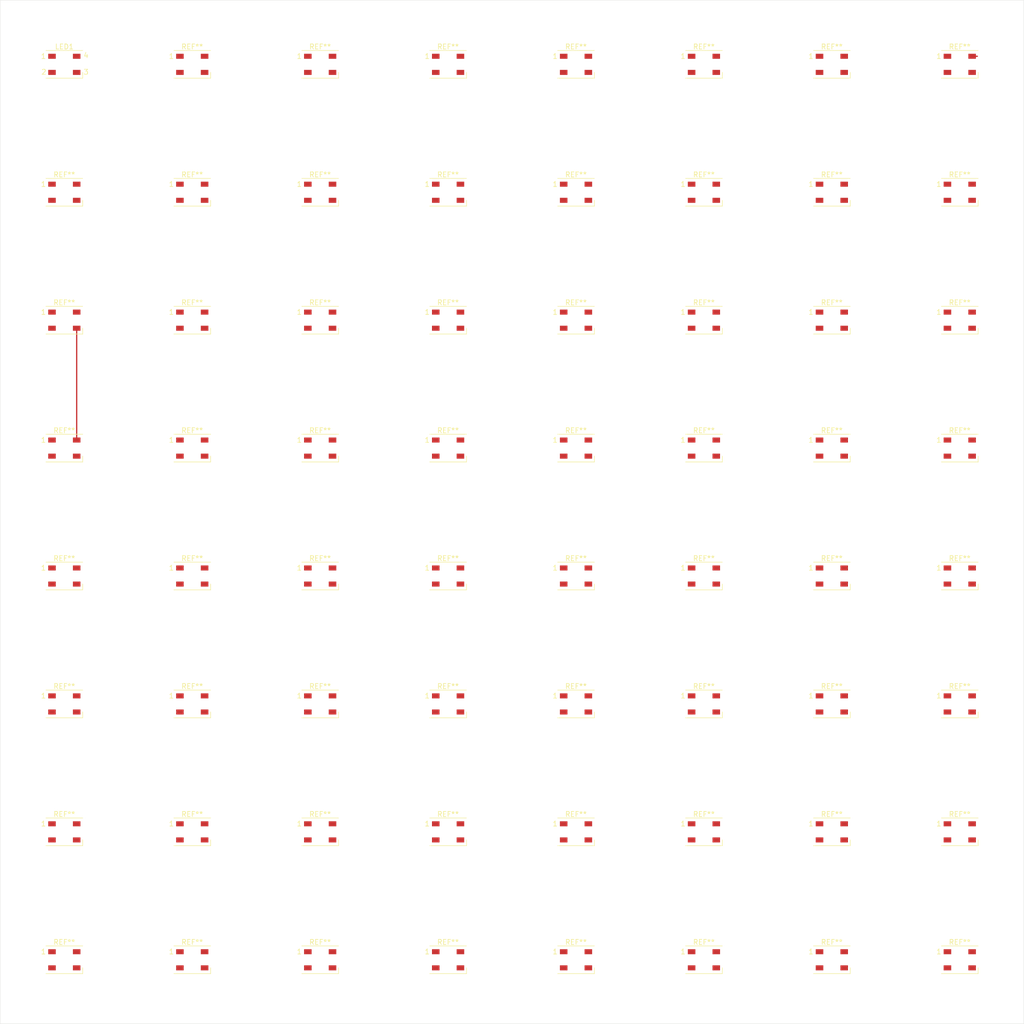
<source format=kicad_pcb>
(kicad_pcb (version 20171130) (host pcbnew 5.1.5)

  (general
    (thickness 1.6)
    (drawings 26)
    (tracks 2)
    (zones 0)
    (modules 65)
    (nets 3)
  )

  (page A)
  (layers
    (0 F.Cu signal)
    (31 B.Cu signal)
    (32 B.Adhes user)
    (33 F.Adhes user)
    (34 B.Paste user)
    (35 F.Paste user)
    (36 B.SilkS user)
    (37 F.SilkS user)
    (38 B.Mask user)
    (39 F.Mask user)
    (40 Dwgs.User user)
    (41 Cmts.User user)
    (42 Eco1.User user)
    (43 Eco2.User user)
    (44 Edge.Cuts user)
    (45 Margin user)
    (46 B.CrtYd user)
    (47 F.CrtYd user)
    (48 B.Fab user)
    (49 F.Fab user)
  )

  (setup
    (last_trace_width 0.25)
    (trace_clearance 0.2)
    (zone_clearance 0.508)
    (zone_45_only no)
    (trace_min 0.2)
    (via_size 0.8)
    (via_drill 0.4)
    (via_min_size 0.4)
    (via_min_drill 0.3)
    (uvia_size 0.3)
    (uvia_drill 0.1)
    (uvias_allowed no)
    (uvia_min_size 0.2)
    (uvia_min_drill 0.1)
    (edge_width 0.05)
    (segment_width 0.2)
    (pcb_text_width 0.3)
    (pcb_text_size 1.5 1.5)
    (mod_edge_width 0.12)
    (mod_text_size 1 1)
    (mod_text_width 0.15)
    (pad_size 1.5 1)
    (pad_drill 0)
    (pad_to_mask_clearance 0.051)
    (solder_mask_min_width 0.25)
    (aux_axis_origin 0 0)
    (visible_elements 7FFDFFFF)
    (pcbplotparams
      (layerselection 0x010fc_ffffffff)
      (usegerberextensions false)
      (usegerberattributes false)
      (usegerberadvancedattributes false)
      (creategerberjobfile false)
      (excludeedgelayer true)
      (linewidth 0.100000)
      (plotframeref false)
      (viasonmask false)
      (mode 1)
      (useauxorigin false)
      (hpglpennumber 1)
      (hpglpenspeed 20)
      (hpglpendiameter 15.000000)
      (psnegative false)
      (psa4output false)
      (plotreference true)
      (plotvalue true)
      (plotinvisibletext false)
      (padsonsilk false)
      (subtractmaskfromsilk false)
      (outputformat 1)
      (mirror false)
      (drillshape 1)
      (scaleselection 1)
      (outputdirectory ""))
  )

  (net 0 "")
  (net 1 +5V)
  (net 2 GND)

  (net_class Default "This is the default net class."
    (clearance 0.2)
    (trace_width 0.25)
    (via_dia 0.8)
    (via_drill 0.4)
    (uvia_dia 0.3)
    (uvia_drill 0.1)
  )

  (module LED_SMD:LED_WS2812B_PLCC4_5.0x5.0mm_P3.2mm (layer F.Cu) (tedit 5AA4B285) (tstamp 5E27AD7F)
    (at 63.5 38.1)
    (descr https://cdn-shop.adafruit.com/datasheets/WS2812B.pdf)
    (tags "LED RGB NeoPixel")
    (attr smd)
    (fp_text reference REF** (at 0 -3.5) (layer F.SilkS)
      (effects (font (size 1 1) (thickness 0.15)))
    )
    (fp_text value LED_WS2812B_PLCC4_5.0x5.0mm_P3.2mm (at 0 4) (layer F.Fab)
      (effects (font (size 1 1) (thickness 0.15)))
    )
    (fp_circle (center 0 0) (end 0 -2) (layer F.Fab) (width 0.1))
    (fp_line (start 3.65 2.75) (end 3.65 1.6) (layer F.SilkS) (width 0.12))
    (fp_line (start -3.65 2.75) (end 3.65 2.75) (layer F.SilkS) (width 0.12))
    (fp_line (start -3.65 -2.75) (end 3.65 -2.75) (layer F.SilkS) (width 0.12))
    (fp_line (start 2.5 -2.5) (end -2.5 -2.5) (layer F.Fab) (width 0.1))
    (fp_line (start 2.5 2.5) (end 2.5 -2.5) (layer F.Fab) (width 0.1))
    (fp_line (start -2.5 2.5) (end 2.5 2.5) (layer F.Fab) (width 0.1))
    (fp_line (start -2.5 -2.5) (end -2.5 2.5) (layer F.Fab) (width 0.1))
    (fp_line (start 2.5 1.5) (end 1.5 2.5) (layer F.Fab) (width 0.1))
    (fp_line (start -3.45 -2.75) (end -3.45 2.75) (layer F.CrtYd) (width 0.05))
    (fp_line (start -3.45 2.75) (end 3.45 2.75) (layer F.CrtYd) (width 0.05))
    (fp_line (start 3.45 2.75) (end 3.45 -2.75) (layer F.CrtYd) (width 0.05))
    (fp_line (start 3.45 -2.75) (end -3.45 -2.75) (layer F.CrtYd) (width 0.05))
    (fp_text user %R (at 0 0) (layer F.Fab)
      (effects (font (size 0.8 0.8) (thickness 0.15)))
    )
    (fp_text user 1 (at -4.15 -1.6) (layer F.SilkS)
      (effects (font (size 1 1) (thickness 0.15)))
    )
    (pad 1 smd rect (at -2.45 -1.6) (size 1.5 1) (layers F.Cu F.Paste F.Mask))
    (pad 2 smd rect (at -2.45 1.6) (size 1.5 1) (layers F.Cu F.Paste F.Mask))
    (pad 4 smd rect (at 2.45 -1.6) (size 1.5 1) (layers F.Cu F.Paste F.Mask))
    (pad 3 smd rect (at 2.45 1.6) (size 1.5 1) (layers F.Cu F.Paste F.Mask))
    (model ${KISYS3DMOD}/LED_SMD.3dshapes/LED_WS2812B_PLCC4_5.0x5.0mm_P3.2mm.wrl
      (at (xyz 0 0 0))
      (scale (xyz 1 1 1))
      (rotate (xyz 0 0 0))
    )
  )

  (module LED_SMD:LED_WS2812B_PLCC4_5.0x5.0mm_P3.2mm (layer F.Cu) (tedit 5AA4B285) (tstamp 5E264EFB)
    (at 88.9 88.9)
    (descr https://cdn-shop.adafruit.com/datasheets/WS2812B.pdf)
    (tags "LED RGB NeoPixel")
    (attr smd)
    (fp_text reference REF** (at 0 -3.5) (layer F.SilkS)
      (effects (font (size 1 1) (thickness 0.15)))
    )
    (fp_text value LED_WS2812B_PLCC4_5.0x5.0mm_P3.2mm (at 0 4) (layer F.Fab)
      (effects (font (size 1 1) (thickness 0.15)))
    )
    (fp_text user 1 (at -4.15 -1.6) (layer F.SilkS)
      (effects (font (size 1 1) (thickness 0.15)))
    )
    (fp_text user %R (at 0 0) (layer F.Fab)
      (effects (font (size 0.8 0.8) (thickness 0.15)))
    )
    (fp_line (start 3.45 -2.75) (end -3.45 -2.75) (layer F.CrtYd) (width 0.05))
    (fp_line (start 3.45 2.75) (end 3.45 -2.75) (layer F.CrtYd) (width 0.05))
    (fp_line (start -3.45 2.75) (end 3.45 2.75) (layer F.CrtYd) (width 0.05))
    (fp_line (start -3.45 -2.75) (end -3.45 2.75) (layer F.CrtYd) (width 0.05))
    (fp_line (start 2.5 1.5) (end 1.5 2.5) (layer F.Fab) (width 0.1))
    (fp_line (start -2.5 -2.5) (end -2.5 2.5) (layer F.Fab) (width 0.1))
    (fp_line (start -2.5 2.5) (end 2.5 2.5) (layer F.Fab) (width 0.1))
    (fp_line (start 2.5 2.5) (end 2.5 -2.5) (layer F.Fab) (width 0.1))
    (fp_line (start 2.5 -2.5) (end -2.5 -2.5) (layer F.Fab) (width 0.1))
    (fp_line (start -3.65 -2.75) (end 3.65 -2.75) (layer F.SilkS) (width 0.12))
    (fp_line (start -3.65 2.75) (end 3.65 2.75) (layer F.SilkS) (width 0.12))
    (fp_line (start 3.65 2.75) (end 3.65 1.6) (layer F.SilkS) (width 0.12))
    (fp_circle (center 0 0) (end 0 -2) (layer F.Fab) (width 0.1))
    (pad 3 smd rect (at 2.45 1.6) (size 1.5 1) (layers F.Cu F.Paste F.Mask))
    (pad 4 smd rect (at 2.45 -1.6) (size 1.5 1) (layers F.Cu F.Paste F.Mask))
    (pad 2 smd rect (at -2.45 1.6) (size 1.5 1) (layers F.Cu F.Paste F.Mask))
    (pad 1 smd rect (at -2.45 -1.6) (size 1.5 1) (layers F.Cu F.Paste F.Mask))
    (model ${KISYS3DMOD}/LED_SMD.3dshapes/LED_WS2812B_PLCC4_5.0x5.0mm_P3.2mm.wrl
      (at (xyz 0 0 0))
      (scale (xyz 1 1 1))
      (rotate (xyz 0 0 0))
    )
  )

  (module "" (layer F.Cu) (tedit 0) (tstamp 0)
    (at 88.9 88.9)
    (fp_text reference "" (at 88.9 88.9) (layer F.SilkS)
      (effects (font (size 1.27 1.27) (thickness 0.15)))
    )
    (fp_text value "" (at 88.9 88.9) (layer F.SilkS)
      (effects (font (size 1.27 1.27) (thickness 0.15)))
    )
    (fp_text user %R (at 88.9 88.9) (layer F.Fab)
      (effects (font (size 0.8 0.8) (thickness 0.15)))
    )
  )

  (module LED_SMD:LED_WS2812B_PLCC4_5.0x5.0mm_P3.2mm (layer F.Cu) (tedit 5AA4B285) (tstamp 5E264D20)
    (at 114.3 88.9)
    (descr https://cdn-shop.adafruit.com/datasheets/WS2812B.pdf)
    (tags "LED RGB NeoPixel")
    (attr smd)
    (fp_text reference REF** (at 0 -3.5) (layer F.SilkS)
      (effects (font (size 1 1) (thickness 0.15)))
    )
    (fp_text value LED_WS2812B_PLCC4_5.0x5.0mm_P3.2mm (at 0 4) (layer F.Fab)
      (effects (font (size 1 1) (thickness 0.15)))
    )
    (fp_circle (center 0 0) (end 0 -2) (layer F.Fab) (width 0.1))
    (fp_line (start 3.65 2.75) (end 3.65 1.6) (layer F.SilkS) (width 0.12))
    (fp_line (start -3.65 2.75) (end 3.65 2.75) (layer F.SilkS) (width 0.12))
    (fp_line (start -3.65 -2.75) (end 3.65 -2.75) (layer F.SilkS) (width 0.12))
    (fp_line (start 2.5 -2.5) (end -2.5 -2.5) (layer F.Fab) (width 0.1))
    (fp_line (start 2.5 2.5) (end 2.5 -2.5) (layer F.Fab) (width 0.1))
    (fp_line (start -2.5 2.5) (end 2.5 2.5) (layer F.Fab) (width 0.1))
    (fp_line (start -2.5 -2.5) (end -2.5 2.5) (layer F.Fab) (width 0.1))
    (fp_line (start 2.5 1.5) (end 1.5 2.5) (layer F.Fab) (width 0.1))
    (fp_line (start -3.45 -2.75) (end -3.45 2.75) (layer F.CrtYd) (width 0.05))
    (fp_line (start -3.45 2.75) (end 3.45 2.75) (layer F.CrtYd) (width 0.05))
    (fp_line (start 3.45 2.75) (end 3.45 -2.75) (layer F.CrtYd) (width 0.05))
    (fp_line (start 3.45 -2.75) (end -3.45 -2.75) (layer F.CrtYd) (width 0.05))
    (fp_text user %R (at 0 0) (layer F.Fab)
      (effects (font (size 0.8 0.8) (thickness 0.15)))
    )
    (fp_text user 1 (at -4.15 -1.6) (layer F.SilkS)
      (effects (font (size 1 1) (thickness 0.15)))
    )
    (pad 1 smd rect (at -2.45 -1.6) (size 1.5 1) (layers F.Cu F.Paste F.Mask))
    (pad 2 smd rect (at -2.45 1.6) (size 1.5 1) (layers F.Cu F.Paste F.Mask))
    (pad 4 smd rect (at 2.45 -1.6) (size 1.5 1) (layers F.Cu F.Paste F.Mask))
    (pad 3 smd rect (at 2.45 1.6) (size 1.5 1) (layers F.Cu F.Paste F.Mask))
    (model ${KISYS3DMOD}/LED_SMD.3dshapes/LED_WS2812B_PLCC4_5.0x5.0mm_P3.2mm.wrl
      (at (xyz 0 0 0))
      (scale (xyz 1 1 1))
      (rotate (xyz 0 0 0))
    )
  )

  (module LED_SMD:LED_WS2812B_PLCC4_5.0x5.0mm_P3.2mm (layer F.Cu) (tedit 5AA4B285) (tstamp 5E264D0A)
    (at 139.7 88.9)
    (descr https://cdn-shop.adafruit.com/datasheets/WS2812B.pdf)
    (tags "LED RGB NeoPixel")
    (attr smd)
    (fp_text reference REF** (at 0 -3.5) (layer F.SilkS)
      (effects (font (size 1 1) (thickness 0.15)))
    )
    (fp_text value LED_WS2812B_PLCC4_5.0x5.0mm_P3.2mm (at 0 4) (layer F.Fab)
      (effects (font (size 1 1) (thickness 0.15)))
    )
    (fp_text user 1 (at -4.15 -1.6) (layer F.SilkS)
      (effects (font (size 1 1) (thickness 0.15)))
    )
    (fp_text user %R (at 0 0) (layer F.Fab)
      (effects (font (size 0.8 0.8) (thickness 0.15)))
    )
    (fp_line (start 3.45 -2.75) (end -3.45 -2.75) (layer F.CrtYd) (width 0.05))
    (fp_line (start 3.45 2.75) (end 3.45 -2.75) (layer F.CrtYd) (width 0.05))
    (fp_line (start -3.45 2.75) (end 3.45 2.75) (layer F.CrtYd) (width 0.05))
    (fp_line (start -3.45 -2.75) (end -3.45 2.75) (layer F.CrtYd) (width 0.05))
    (fp_line (start 2.5 1.5) (end 1.5 2.5) (layer F.Fab) (width 0.1))
    (fp_line (start -2.5 -2.5) (end -2.5 2.5) (layer F.Fab) (width 0.1))
    (fp_line (start -2.5 2.5) (end 2.5 2.5) (layer F.Fab) (width 0.1))
    (fp_line (start 2.5 2.5) (end 2.5 -2.5) (layer F.Fab) (width 0.1))
    (fp_line (start 2.5 -2.5) (end -2.5 -2.5) (layer F.Fab) (width 0.1))
    (fp_line (start -3.65 -2.75) (end 3.65 -2.75) (layer F.SilkS) (width 0.12))
    (fp_line (start -3.65 2.75) (end 3.65 2.75) (layer F.SilkS) (width 0.12))
    (fp_line (start 3.65 2.75) (end 3.65 1.6) (layer F.SilkS) (width 0.12))
    (fp_circle (center 0 0) (end 0 -2) (layer F.Fab) (width 0.1))
    (pad 3 smd rect (at 2.45 1.6) (size 1.5 1) (layers F.Cu F.Paste F.Mask))
    (pad 4 smd rect (at 2.45 -1.6) (size 1.5 1) (layers F.Cu F.Paste F.Mask))
    (pad 2 smd rect (at -2.45 1.6) (size 1.5 1) (layers F.Cu F.Paste F.Mask))
    (pad 1 smd rect (at -2.45 -1.6) (size 1.5 1) (layers F.Cu F.Paste F.Mask))
    (model ${KISYS3DMOD}/LED_SMD.3dshapes/LED_WS2812B_PLCC4_5.0x5.0mm_P3.2mm.wrl
      (at (xyz 0 0 0))
      (scale (xyz 1 1 1))
      (rotate (xyz 0 0 0))
    )
  )

  (module LED_SMD:LED_WS2812B_PLCC4_5.0x5.0mm_P3.2mm (layer F.Cu) (tedit 5AA4B285) (tstamp 5E264CF4)
    (at 165.1 88.9)
    (descr https://cdn-shop.adafruit.com/datasheets/WS2812B.pdf)
    (tags "LED RGB NeoPixel")
    (attr smd)
    (fp_text reference REF** (at 0 -3.5) (layer F.SilkS)
      (effects (font (size 1 1) (thickness 0.15)))
    )
    (fp_text value LED_WS2812B_PLCC4_5.0x5.0mm_P3.2mm (at 0 4) (layer F.Fab)
      (effects (font (size 1 1) (thickness 0.15)))
    )
    (fp_circle (center 0 0) (end 0 -2) (layer F.Fab) (width 0.1))
    (fp_line (start 3.65 2.75) (end 3.65 1.6) (layer F.SilkS) (width 0.12))
    (fp_line (start -3.65 2.75) (end 3.65 2.75) (layer F.SilkS) (width 0.12))
    (fp_line (start -3.65 -2.75) (end 3.65 -2.75) (layer F.SilkS) (width 0.12))
    (fp_line (start 2.5 -2.5) (end -2.5 -2.5) (layer F.Fab) (width 0.1))
    (fp_line (start 2.5 2.5) (end 2.5 -2.5) (layer F.Fab) (width 0.1))
    (fp_line (start -2.5 2.5) (end 2.5 2.5) (layer F.Fab) (width 0.1))
    (fp_line (start -2.5 -2.5) (end -2.5 2.5) (layer F.Fab) (width 0.1))
    (fp_line (start 2.5 1.5) (end 1.5 2.5) (layer F.Fab) (width 0.1))
    (fp_line (start -3.45 -2.75) (end -3.45 2.75) (layer F.CrtYd) (width 0.05))
    (fp_line (start -3.45 2.75) (end 3.45 2.75) (layer F.CrtYd) (width 0.05))
    (fp_line (start 3.45 2.75) (end 3.45 -2.75) (layer F.CrtYd) (width 0.05))
    (fp_line (start 3.45 -2.75) (end -3.45 -2.75) (layer F.CrtYd) (width 0.05))
    (fp_text user %R (at 0 0) (layer F.Fab)
      (effects (font (size 0.8 0.8) (thickness 0.15)))
    )
    (fp_text user 1 (at -4.15 -1.6) (layer F.SilkS)
      (effects (font (size 1 1) (thickness 0.15)))
    )
    (pad 1 smd rect (at -2.45 -1.6) (size 1.5 1) (layers F.Cu F.Paste F.Mask))
    (pad 2 smd rect (at -2.45 1.6) (size 1.5 1) (layers F.Cu F.Paste F.Mask))
    (pad 4 smd rect (at 2.45 -1.6) (size 1.5 1) (layers F.Cu F.Paste F.Mask))
    (pad 3 smd rect (at 2.45 1.6) (size 1.5 1) (layers F.Cu F.Paste F.Mask))
    (model ${KISYS3DMOD}/LED_SMD.3dshapes/LED_WS2812B_PLCC4_5.0x5.0mm_P3.2mm.wrl
      (at (xyz 0 0 0))
      (scale (xyz 1 1 1))
      (rotate (xyz 0 0 0))
    )
  )

  (module LED_SMD:LED_WS2812B_PLCC4_5.0x5.0mm_P3.2mm (layer F.Cu) (tedit 5AA4B285) (tstamp 5E264CDE)
    (at 190.5 88.9)
    (descr https://cdn-shop.adafruit.com/datasheets/WS2812B.pdf)
    (tags "LED RGB NeoPixel")
    (attr smd)
    (fp_text reference REF** (at 0 -3.5) (layer F.SilkS)
      (effects (font (size 1 1) (thickness 0.15)))
    )
    (fp_text value LED_WS2812B_PLCC4_5.0x5.0mm_P3.2mm (at 0 4) (layer F.Fab)
      (effects (font (size 1 1) (thickness 0.15)))
    )
    (fp_text user 1 (at -4.15 -1.6) (layer F.SilkS)
      (effects (font (size 1 1) (thickness 0.15)))
    )
    (fp_text user %R (at 0 0) (layer F.Fab)
      (effects (font (size 0.8 0.8) (thickness 0.15)))
    )
    (fp_line (start 3.45 -2.75) (end -3.45 -2.75) (layer F.CrtYd) (width 0.05))
    (fp_line (start 3.45 2.75) (end 3.45 -2.75) (layer F.CrtYd) (width 0.05))
    (fp_line (start -3.45 2.75) (end 3.45 2.75) (layer F.CrtYd) (width 0.05))
    (fp_line (start -3.45 -2.75) (end -3.45 2.75) (layer F.CrtYd) (width 0.05))
    (fp_line (start 2.5 1.5) (end 1.5 2.5) (layer F.Fab) (width 0.1))
    (fp_line (start -2.5 -2.5) (end -2.5 2.5) (layer F.Fab) (width 0.1))
    (fp_line (start -2.5 2.5) (end 2.5 2.5) (layer F.Fab) (width 0.1))
    (fp_line (start 2.5 2.5) (end 2.5 -2.5) (layer F.Fab) (width 0.1))
    (fp_line (start 2.5 -2.5) (end -2.5 -2.5) (layer F.Fab) (width 0.1))
    (fp_line (start -3.65 -2.75) (end 3.65 -2.75) (layer F.SilkS) (width 0.12))
    (fp_line (start -3.65 2.75) (end 3.65 2.75) (layer F.SilkS) (width 0.12))
    (fp_line (start 3.65 2.75) (end 3.65 1.6) (layer F.SilkS) (width 0.12))
    (fp_circle (center 0 0) (end 0 -2) (layer F.Fab) (width 0.1))
    (pad 3 smd rect (at 2.45 1.6) (size 1.5 1) (layers F.Cu F.Paste F.Mask))
    (pad 4 smd rect (at 2.45 -1.6) (size 1.5 1) (layers F.Cu F.Paste F.Mask))
    (pad 2 smd rect (at -2.45 1.6) (size 1.5 1) (layers F.Cu F.Paste F.Mask))
    (pad 1 smd rect (at -2.45 -1.6) (size 1.5 1) (layers F.Cu F.Paste F.Mask))
    (model ${KISYS3DMOD}/LED_SMD.3dshapes/LED_WS2812B_PLCC4_5.0x5.0mm_P3.2mm.wrl
      (at (xyz 0 0 0))
      (scale (xyz 1 1 1))
      (rotate (xyz 0 0 0))
    )
  )

  (module LED_SMD:LED_WS2812B_PLCC4_5.0x5.0mm_P3.2mm (layer F.Cu) (tedit 5AA4B285) (tstamp 5E264CC8)
    (at 215.9 88.9)
    (descr https://cdn-shop.adafruit.com/datasheets/WS2812B.pdf)
    (tags "LED RGB NeoPixel")
    (attr smd)
    (fp_text reference REF** (at 0 -3.5) (layer F.SilkS)
      (effects (font (size 1 1) (thickness 0.15)))
    )
    (fp_text value LED_WS2812B_PLCC4_5.0x5.0mm_P3.2mm (at 0 4) (layer F.Fab)
      (effects (font (size 1 1) (thickness 0.15)))
    )
    (fp_circle (center 0 0) (end 0 -2) (layer F.Fab) (width 0.1))
    (fp_line (start 3.65 2.75) (end 3.65 1.6) (layer F.SilkS) (width 0.12))
    (fp_line (start -3.65 2.75) (end 3.65 2.75) (layer F.SilkS) (width 0.12))
    (fp_line (start -3.65 -2.75) (end 3.65 -2.75) (layer F.SilkS) (width 0.12))
    (fp_line (start 2.5 -2.5) (end -2.5 -2.5) (layer F.Fab) (width 0.1))
    (fp_line (start 2.5 2.5) (end 2.5 -2.5) (layer F.Fab) (width 0.1))
    (fp_line (start -2.5 2.5) (end 2.5 2.5) (layer F.Fab) (width 0.1))
    (fp_line (start -2.5 -2.5) (end -2.5 2.5) (layer F.Fab) (width 0.1))
    (fp_line (start 2.5 1.5) (end 1.5 2.5) (layer F.Fab) (width 0.1))
    (fp_line (start -3.45 -2.75) (end -3.45 2.75) (layer F.CrtYd) (width 0.05))
    (fp_line (start -3.45 2.75) (end 3.45 2.75) (layer F.CrtYd) (width 0.05))
    (fp_line (start 3.45 2.75) (end 3.45 -2.75) (layer F.CrtYd) (width 0.05))
    (fp_line (start 3.45 -2.75) (end -3.45 -2.75) (layer F.CrtYd) (width 0.05))
    (fp_text user %R (at 0 0) (layer F.Fab)
      (effects (font (size 0.8 0.8) (thickness 0.15)))
    )
    (fp_text user 1 (at -4.15 -1.6) (layer F.SilkS)
      (effects (font (size 1 1) (thickness 0.15)))
    )
    (pad 1 smd rect (at -2.45 -1.6) (size 1.5 1) (layers F.Cu F.Paste F.Mask))
    (pad 2 smd rect (at -2.45 1.6) (size 1.5 1) (layers F.Cu F.Paste F.Mask))
    (pad 4 smd rect (at 2.45 -1.6) (size 1.5 1) (layers F.Cu F.Paste F.Mask))
    (pad 3 smd rect (at 2.45 1.6) (size 1.5 1) (layers F.Cu F.Paste F.Mask))
    (model ${KISYS3DMOD}/LED_SMD.3dshapes/LED_WS2812B_PLCC4_5.0x5.0mm_P3.2mm.wrl
      (at (xyz 0 0 0))
      (scale (xyz 1 1 1))
      (rotate (xyz 0 0 0))
    )
  )

  (module LED_SMD:LED_WS2812B_PLCC4_5.0x5.0mm_P3.2mm (layer F.Cu) (tedit 5AA4B285) (tstamp 5E26440A)
    (at 38.1 215.9)
    (descr https://cdn-shop.adafruit.com/datasheets/WS2812B.pdf)
    (tags "LED RGB NeoPixel")
    (attr smd)
    (fp_text reference REF** (at 0 -3.5) (layer F.SilkS)
      (effects (font (size 1 1) (thickness 0.15)))
    )
    (fp_text value LED_WS2812B_PLCC4_5.0x5.0mm_P3.2mm (at 0 4) (layer F.Fab)
      (effects (font (size 1 1) (thickness 0.15)))
    )
    (fp_text user 1 (at -4.15 -1.6) (layer F.SilkS)
      (effects (font (size 1 1) (thickness 0.15)))
    )
    (fp_text user %R (at 0 0) (layer F.Fab)
      (effects (font (size 0.8 0.8) (thickness 0.15)))
    )
    (fp_line (start 3.45 -2.75) (end -3.45 -2.75) (layer F.CrtYd) (width 0.05))
    (fp_line (start 3.45 2.75) (end 3.45 -2.75) (layer F.CrtYd) (width 0.05))
    (fp_line (start -3.45 2.75) (end 3.45 2.75) (layer F.CrtYd) (width 0.05))
    (fp_line (start -3.45 -2.75) (end -3.45 2.75) (layer F.CrtYd) (width 0.05))
    (fp_line (start 2.5 1.5) (end 1.5 2.5) (layer F.Fab) (width 0.1))
    (fp_line (start -2.5 -2.5) (end -2.5 2.5) (layer F.Fab) (width 0.1))
    (fp_line (start -2.5 2.5) (end 2.5 2.5) (layer F.Fab) (width 0.1))
    (fp_line (start 2.5 2.5) (end 2.5 -2.5) (layer F.Fab) (width 0.1))
    (fp_line (start 2.5 -2.5) (end -2.5 -2.5) (layer F.Fab) (width 0.1))
    (fp_line (start -3.65 -2.75) (end 3.65 -2.75) (layer F.SilkS) (width 0.12))
    (fp_line (start -3.65 2.75) (end 3.65 2.75) (layer F.SilkS) (width 0.12))
    (fp_line (start 3.65 2.75) (end 3.65 1.6) (layer F.SilkS) (width 0.12))
    (fp_circle (center 0 0) (end 0 -2) (layer F.Fab) (width 0.1))
    (pad 3 smd rect (at 2.45 1.6) (size 1.5 1) (layers F.Cu F.Paste F.Mask))
    (pad 4 smd rect (at 2.45 -1.6) (size 1.5 1) (layers F.Cu F.Paste F.Mask))
    (pad 2 smd rect (at -2.45 1.6) (size 1.5 1) (layers F.Cu F.Paste F.Mask))
    (pad 1 smd rect (at -2.45 -1.6) (size 1.5 1) (layers F.Cu F.Paste F.Mask))
    (model ${KISYS3DMOD}/LED_SMD.3dshapes/LED_WS2812B_PLCC4_5.0x5.0mm_P3.2mm.wrl
      (at (xyz 0 0 0))
      (scale (xyz 1 1 1))
      (rotate (xyz 0 0 0))
    )
  )

  (module LED_SMD:LED_WS2812B_PLCC4_5.0x5.0mm_P3.2mm (layer F.Cu) (tedit 5AA4B285) (tstamp 5E2643DE)
    (at 190.5 215.9)
    (descr https://cdn-shop.adafruit.com/datasheets/WS2812B.pdf)
    (tags "LED RGB NeoPixel")
    (attr smd)
    (fp_text reference REF** (at 0 -3.5) (layer F.SilkS)
      (effects (font (size 1 1) (thickness 0.15)))
    )
    (fp_text value LED_WS2812B_PLCC4_5.0x5.0mm_P3.2mm (at 0 4) (layer F.Fab)
      (effects (font (size 1 1) (thickness 0.15)))
    )
    (fp_circle (center 0 0) (end 0 -2) (layer F.Fab) (width 0.1))
    (fp_line (start 3.65 2.75) (end 3.65 1.6) (layer F.SilkS) (width 0.12))
    (fp_line (start -3.65 2.75) (end 3.65 2.75) (layer F.SilkS) (width 0.12))
    (fp_line (start -3.65 -2.75) (end 3.65 -2.75) (layer F.SilkS) (width 0.12))
    (fp_line (start 2.5 -2.5) (end -2.5 -2.5) (layer F.Fab) (width 0.1))
    (fp_line (start 2.5 2.5) (end 2.5 -2.5) (layer F.Fab) (width 0.1))
    (fp_line (start -2.5 2.5) (end 2.5 2.5) (layer F.Fab) (width 0.1))
    (fp_line (start -2.5 -2.5) (end -2.5 2.5) (layer F.Fab) (width 0.1))
    (fp_line (start 2.5 1.5) (end 1.5 2.5) (layer F.Fab) (width 0.1))
    (fp_line (start -3.45 -2.75) (end -3.45 2.75) (layer F.CrtYd) (width 0.05))
    (fp_line (start -3.45 2.75) (end 3.45 2.75) (layer F.CrtYd) (width 0.05))
    (fp_line (start 3.45 2.75) (end 3.45 -2.75) (layer F.CrtYd) (width 0.05))
    (fp_line (start 3.45 -2.75) (end -3.45 -2.75) (layer F.CrtYd) (width 0.05))
    (fp_text user %R (at 0 0) (layer F.Fab)
      (effects (font (size 0.8 0.8) (thickness 0.15)))
    )
    (fp_text user 1 (at -4.15 -1.6) (layer F.SilkS)
      (effects (font (size 1 1) (thickness 0.15)))
    )
    (pad 1 smd rect (at -2.45 -1.6) (size 1.5 1) (layers F.Cu F.Paste F.Mask))
    (pad 2 smd rect (at -2.45 1.6) (size 1.5 1) (layers F.Cu F.Paste F.Mask))
    (pad 4 smd rect (at 2.45 -1.6) (size 1.5 1) (layers F.Cu F.Paste F.Mask))
    (pad 3 smd rect (at 2.45 1.6) (size 1.5 1) (layers F.Cu F.Paste F.Mask))
    (model ${KISYS3DMOD}/LED_SMD.3dshapes/LED_WS2812B_PLCC4_5.0x5.0mm_P3.2mm.wrl
      (at (xyz 0 0 0))
      (scale (xyz 1 1 1))
      (rotate (xyz 0 0 0))
    )
  )

  (module LED_SMD:LED_WS2812B_PLCC4_5.0x5.0mm_P3.2mm (layer F.Cu) (tedit 5AA4B285) (tstamp 5E2643C8)
    (at 139.7 215.9)
    (descr https://cdn-shop.adafruit.com/datasheets/WS2812B.pdf)
    (tags "LED RGB NeoPixel")
    (attr smd)
    (fp_text reference REF** (at 0 -3.5) (layer F.SilkS)
      (effects (font (size 1 1) (thickness 0.15)))
    )
    (fp_text value LED_WS2812B_PLCC4_5.0x5.0mm_P3.2mm (at 0 4) (layer F.Fab)
      (effects (font (size 1 1) (thickness 0.15)))
    )
    (fp_circle (center 0 0) (end 0 -2) (layer F.Fab) (width 0.1))
    (fp_line (start 3.65 2.75) (end 3.65 1.6) (layer F.SilkS) (width 0.12))
    (fp_line (start -3.65 2.75) (end 3.65 2.75) (layer F.SilkS) (width 0.12))
    (fp_line (start -3.65 -2.75) (end 3.65 -2.75) (layer F.SilkS) (width 0.12))
    (fp_line (start 2.5 -2.5) (end -2.5 -2.5) (layer F.Fab) (width 0.1))
    (fp_line (start 2.5 2.5) (end 2.5 -2.5) (layer F.Fab) (width 0.1))
    (fp_line (start -2.5 2.5) (end 2.5 2.5) (layer F.Fab) (width 0.1))
    (fp_line (start -2.5 -2.5) (end -2.5 2.5) (layer F.Fab) (width 0.1))
    (fp_line (start 2.5 1.5) (end 1.5 2.5) (layer F.Fab) (width 0.1))
    (fp_line (start -3.45 -2.75) (end -3.45 2.75) (layer F.CrtYd) (width 0.05))
    (fp_line (start -3.45 2.75) (end 3.45 2.75) (layer F.CrtYd) (width 0.05))
    (fp_line (start 3.45 2.75) (end 3.45 -2.75) (layer F.CrtYd) (width 0.05))
    (fp_line (start 3.45 -2.75) (end -3.45 -2.75) (layer F.CrtYd) (width 0.05))
    (fp_text user %R (at 0 0) (layer F.Fab)
      (effects (font (size 0.8 0.8) (thickness 0.15)))
    )
    (fp_text user 1 (at -4.15 -1.6) (layer F.SilkS)
      (effects (font (size 1 1) (thickness 0.15)))
    )
    (pad 1 smd rect (at -2.45 -1.6) (size 1.5 1) (layers F.Cu F.Paste F.Mask))
    (pad 2 smd rect (at -2.45 1.6) (size 1.5 1) (layers F.Cu F.Paste F.Mask))
    (pad 4 smd rect (at 2.45 -1.6) (size 1.5 1) (layers F.Cu F.Paste F.Mask))
    (pad 3 smd rect (at 2.45 1.6) (size 1.5 1) (layers F.Cu F.Paste F.Mask))
    (model ${KISYS3DMOD}/LED_SMD.3dshapes/LED_WS2812B_PLCC4_5.0x5.0mm_P3.2mm.wrl
      (at (xyz 0 0 0))
      (scale (xyz 1 1 1))
      (rotate (xyz 0 0 0))
    )
  )

  (module LED_SMD:LED_WS2812B_PLCC4_5.0x5.0mm_P3.2mm (layer F.Cu) (tedit 5AA4B285) (tstamp 5E2643B2)
    (at 215.9 215.9)
    (descr https://cdn-shop.adafruit.com/datasheets/WS2812B.pdf)
    (tags "LED RGB NeoPixel")
    (attr smd)
    (fp_text reference REF** (at 0 -3.5) (layer F.SilkS)
      (effects (font (size 1 1) (thickness 0.15)))
    )
    (fp_text value LED_WS2812B_PLCC4_5.0x5.0mm_P3.2mm (at 0 4) (layer F.Fab)
      (effects (font (size 1 1) (thickness 0.15)))
    )
    (fp_text user 1 (at -4.15 -1.6) (layer F.SilkS)
      (effects (font (size 1 1) (thickness 0.15)))
    )
    (fp_text user %R (at 0 0) (layer F.Fab)
      (effects (font (size 0.8 0.8) (thickness 0.15)))
    )
    (fp_line (start 3.45 -2.75) (end -3.45 -2.75) (layer F.CrtYd) (width 0.05))
    (fp_line (start 3.45 2.75) (end 3.45 -2.75) (layer F.CrtYd) (width 0.05))
    (fp_line (start -3.45 2.75) (end 3.45 2.75) (layer F.CrtYd) (width 0.05))
    (fp_line (start -3.45 -2.75) (end -3.45 2.75) (layer F.CrtYd) (width 0.05))
    (fp_line (start 2.5 1.5) (end 1.5 2.5) (layer F.Fab) (width 0.1))
    (fp_line (start -2.5 -2.5) (end -2.5 2.5) (layer F.Fab) (width 0.1))
    (fp_line (start -2.5 2.5) (end 2.5 2.5) (layer F.Fab) (width 0.1))
    (fp_line (start 2.5 2.5) (end 2.5 -2.5) (layer F.Fab) (width 0.1))
    (fp_line (start 2.5 -2.5) (end -2.5 -2.5) (layer F.Fab) (width 0.1))
    (fp_line (start -3.65 -2.75) (end 3.65 -2.75) (layer F.SilkS) (width 0.12))
    (fp_line (start -3.65 2.75) (end 3.65 2.75) (layer F.SilkS) (width 0.12))
    (fp_line (start 3.65 2.75) (end 3.65 1.6) (layer F.SilkS) (width 0.12))
    (fp_circle (center 0 0) (end 0 -2) (layer F.Fab) (width 0.1))
    (pad 3 smd rect (at 2.45 1.6) (size 1.5 1) (layers F.Cu F.Paste F.Mask))
    (pad 4 smd rect (at 2.45 -1.6) (size 1.5 1) (layers F.Cu F.Paste F.Mask))
    (pad 2 smd rect (at -2.45 1.6) (size 1.5 1) (layers F.Cu F.Paste F.Mask))
    (pad 1 smd rect (at -2.45 -1.6) (size 1.5 1) (layers F.Cu F.Paste F.Mask))
    (model ${KISYS3DMOD}/LED_SMD.3dshapes/LED_WS2812B_PLCC4_5.0x5.0mm_P3.2mm.wrl
      (at (xyz 0 0 0))
      (scale (xyz 1 1 1))
      (rotate (xyz 0 0 0))
    )
  )

  (module LED_SMD:LED_WS2812B_PLCC4_5.0x5.0mm_P3.2mm (layer F.Cu) (tedit 5AA4B285) (tstamp 5E26432E)
    (at 165.1 215.9)
    (descr https://cdn-shop.adafruit.com/datasheets/WS2812B.pdf)
    (tags "LED RGB NeoPixel")
    (attr smd)
    (fp_text reference REF** (at 0 -3.5) (layer F.SilkS)
      (effects (font (size 1 1) (thickness 0.15)))
    )
    (fp_text value LED_WS2812B_PLCC4_5.0x5.0mm_P3.2mm (at 0 4) (layer F.Fab)
      (effects (font (size 1 1) (thickness 0.15)))
    )
    (fp_text user 1 (at -4.15 -1.6) (layer F.SilkS)
      (effects (font (size 1 1) (thickness 0.15)))
    )
    (fp_text user %R (at 0 0) (layer F.Fab)
      (effects (font (size 0.8 0.8) (thickness 0.15)))
    )
    (fp_line (start 3.45 -2.75) (end -3.45 -2.75) (layer F.CrtYd) (width 0.05))
    (fp_line (start 3.45 2.75) (end 3.45 -2.75) (layer F.CrtYd) (width 0.05))
    (fp_line (start -3.45 2.75) (end 3.45 2.75) (layer F.CrtYd) (width 0.05))
    (fp_line (start -3.45 -2.75) (end -3.45 2.75) (layer F.CrtYd) (width 0.05))
    (fp_line (start 2.5 1.5) (end 1.5 2.5) (layer F.Fab) (width 0.1))
    (fp_line (start -2.5 -2.5) (end -2.5 2.5) (layer F.Fab) (width 0.1))
    (fp_line (start -2.5 2.5) (end 2.5 2.5) (layer F.Fab) (width 0.1))
    (fp_line (start 2.5 2.5) (end 2.5 -2.5) (layer F.Fab) (width 0.1))
    (fp_line (start 2.5 -2.5) (end -2.5 -2.5) (layer F.Fab) (width 0.1))
    (fp_line (start -3.65 -2.75) (end 3.65 -2.75) (layer F.SilkS) (width 0.12))
    (fp_line (start -3.65 2.75) (end 3.65 2.75) (layer F.SilkS) (width 0.12))
    (fp_line (start 3.65 2.75) (end 3.65 1.6) (layer F.SilkS) (width 0.12))
    (fp_circle (center 0 0) (end 0 -2) (layer F.Fab) (width 0.1))
    (pad 3 smd rect (at 2.45 1.6) (size 1.5 1) (layers F.Cu F.Paste F.Mask))
    (pad 4 smd rect (at 2.45 -1.6) (size 1.5 1) (layers F.Cu F.Paste F.Mask))
    (pad 2 smd rect (at -2.45 1.6) (size 1.5 1) (layers F.Cu F.Paste F.Mask))
    (pad 1 smd rect (at -2.45 -1.6) (size 1.5 1) (layers F.Cu F.Paste F.Mask))
    (model ${KISYS3DMOD}/LED_SMD.3dshapes/LED_WS2812B_PLCC4_5.0x5.0mm_P3.2mm.wrl
      (at (xyz 0 0 0))
      (scale (xyz 1 1 1))
      (rotate (xyz 0 0 0))
    )
  )

  (module LED_SMD:LED_WS2812B_PLCC4_5.0x5.0mm_P3.2mm (layer F.Cu) (tedit 5AA4B285) (tstamp 5E2642EC)
    (at 88.9 215.9)
    (descr https://cdn-shop.adafruit.com/datasheets/WS2812B.pdf)
    (tags "LED RGB NeoPixel")
    (attr smd)
    (fp_text reference REF** (at 0 -3.5) (layer F.SilkS)
      (effects (font (size 1 1) (thickness 0.15)))
    )
    (fp_text value LED_WS2812B_PLCC4_5.0x5.0mm_P3.2mm (at 0 4) (layer F.Fab)
      (effects (font (size 1 1) (thickness 0.15)))
    )
    (fp_circle (center 0 0) (end 0 -2) (layer F.Fab) (width 0.1))
    (fp_line (start 3.65 2.75) (end 3.65 1.6) (layer F.SilkS) (width 0.12))
    (fp_line (start -3.65 2.75) (end 3.65 2.75) (layer F.SilkS) (width 0.12))
    (fp_line (start -3.65 -2.75) (end 3.65 -2.75) (layer F.SilkS) (width 0.12))
    (fp_line (start 2.5 -2.5) (end -2.5 -2.5) (layer F.Fab) (width 0.1))
    (fp_line (start 2.5 2.5) (end 2.5 -2.5) (layer F.Fab) (width 0.1))
    (fp_line (start -2.5 2.5) (end 2.5 2.5) (layer F.Fab) (width 0.1))
    (fp_line (start -2.5 -2.5) (end -2.5 2.5) (layer F.Fab) (width 0.1))
    (fp_line (start 2.5 1.5) (end 1.5 2.5) (layer F.Fab) (width 0.1))
    (fp_line (start -3.45 -2.75) (end -3.45 2.75) (layer F.CrtYd) (width 0.05))
    (fp_line (start -3.45 2.75) (end 3.45 2.75) (layer F.CrtYd) (width 0.05))
    (fp_line (start 3.45 2.75) (end 3.45 -2.75) (layer F.CrtYd) (width 0.05))
    (fp_line (start 3.45 -2.75) (end -3.45 -2.75) (layer F.CrtYd) (width 0.05))
    (fp_text user %R (at 0 0) (layer F.Fab)
      (effects (font (size 0.8 0.8) (thickness 0.15)))
    )
    (fp_text user 1 (at -4.15 -1.6) (layer F.SilkS)
      (effects (font (size 1 1) (thickness 0.15)))
    )
    (pad 1 smd rect (at -2.45 -1.6) (size 1.5 1) (layers F.Cu F.Paste F.Mask))
    (pad 2 smd rect (at -2.45 1.6) (size 1.5 1) (layers F.Cu F.Paste F.Mask))
    (pad 4 smd rect (at 2.45 -1.6) (size 1.5 1) (layers F.Cu F.Paste F.Mask))
    (pad 3 smd rect (at 2.45 1.6) (size 1.5 1) (layers F.Cu F.Paste F.Mask))
    (model ${KISYS3DMOD}/LED_SMD.3dshapes/LED_WS2812B_PLCC4_5.0x5.0mm_P3.2mm.wrl
      (at (xyz 0 0 0))
      (scale (xyz 1 1 1))
      (rotate (xyz 0 0 0))
    )
  )

  (module LED_SMD:LED_WS2812B_PLCC4_5.0x5.0mm_P3.2mm (layer F.Cu) (tedit 5AA4B285) (tstamp 5E2642D6)
    (at 63.5 215.9)
    (descr https://cdn-shop.adafruit.com/datasheets/WS2812B.pdf)
    (tags "LED RGB NeoPixel")
    (attr smd)
    (fp_text reference REF** (at 0 -3.5) (layer F.SilkS)
      (effects (font (size 1 1) (thickness 0.15)))
    )
    (fp_text value LED_WS2812B_PLCC4_5.0x5.0mm_P3.2mm (at 0 4) (layer F.Fab)
      (effects (font (size 1 1) (thickness 0.15)))
    )
    (fp_text user 1 (at -4.15 -1.6) (layer F.SilkS)
      (effects (font (size 1 1) (thickness 0.15)))
    )
    (fp_text user %R (at 0 0) (layer F.Fab)
      (effects (font (size 0.8 0.8) (thickness 0.15)))
    )
    (fp_line (start 3.45 -2.75) (end -3.45 -2.75) (layer F.CrtYd) (width 0.05))
    (fp_line (start 3.45 2.75) (end 3.45 -2.75) (layer F.CrtYd) (width 0.05))
    (fp_line (start -3.45 2.75) (end 3.45 2.75) (layer F.CrtYd) (width 0.05))
    (fp_line (start -3.45 -2.75) (end -3.45 2.75) (layer F.CrtYd) (width 0.05))
    (fp_line (start 2.5 1.5) (end 1.5 2.5) (layer F.Fab) (width 0.1))
    (fp_line (start -2.5 -2.5) (end -2.5 2.5) (layer F.Fab) (width 0.1))
    (fp_line (start -2.5 2.5) (end 2.5 2.5) (layer F.Fab) (width 0.1))
    (fp_line (start 2.5 2.5) (end 2.5 -2.5) (layer F.Fab) (width 0.1))
    (fp_line (start 2.5 -2.5) (end -2.5 -2.5) (layer F.Fab) (width 0.1))
    (fp_line (start -3.65 -2.75) (end 3.65 -2.75) (layer F.SilkS) (width 0.12))
    (fp_line (start -3.65 2.75) (end 3.65 2.75) (layer F.SilkS) (width 0.12))
    (fp_line (start 3.65 2.75) (end 3.65 1.6) (layer F.SilkS) (width 0.12))
    (fp_circle (center 0 0) (end 0 -2) (layer F.Fab) (width 0.1))
    (pad 3 smd rect (at 2.45 1.6) (size 1.5 1) (layers F.Cu F.Paste F.Mask))
    (pad 4 smd rect (at 2.45 -1.6) (size 1.5 1) (layers F.Cu F.Paste F.Mask))
    (pad 2 smd rect (at -2.45 1.6) (size 1.5 1) (layers F.Cu F.Paste F.Mask))
    (pad 1 smd rect (at -2.45 -1.6) (size 1.5 1) (layers F.Cu F.Paste F.Mask))
    (model ${KISYS3DMOD}/LED_SMD.3dshapes/LED_WS2812B_PLCC4_5.0x5.0mm_P3.2mm.wrl
      (at (xyz 0 0 0))
      (scale (xyz 1 1 1))
      (rotate (xyz 0 0 0))
    )
  )

  (module LED_SMD:LED_WS2812B_PLCC4_5.0x5.0mm_P3.2mm (layer F.Cu) (tedit 5AA4B285) (tstamp 5E2642C0)
    (at 114.3 215.9)
    (descr https://cdn-shop.adafruit.com/datasheets/WS2812B.pdf)
    (tags "LED RGB NeoPixel")
    (attr smd)
    (fp_text reference REF** (at 0 -3.5) (layer F.SilkS)
      (effects (font (size 1 1) (thickness 0.15)))
    )
    (fp_text value LED_WS2812B_PLCC4_5.0x5.0mm_P3.2mm (at 0 4) (layer F.Fab)
      (effects (font (size 1 1) (thickness 0.15)))
    )
    (fp_text user 1 (at -4.15 -1.6) (layer F.SilkS)
      (effects (font (size 1 1) (thickness 0.15)))
    )
    (fp_text user %R (at 0 0) (layer F.Fab)
      (effects (font (size 0.8 0.8) (thickness 0.15)))
    )
    (fp_line (start 3.45 -2.75) (end -3.45 -2.75) (layer F.CrtYd) (width 0.05))
    (fp_line (start 3.45 2.75) (end 3.45 -2.75) (layer F.CrtYd) (width 0.05))
    (fp_line (start -3.45 2.75) (end 3.45 2.75) (layer F.CrtYd) (width 0.05))
    (fp_line (start -3.45 -2.75) (end -3.45 2.75) (layer F.CrtYd) (width 0.05))
    (fp_line (start 2.5 1.5) (end 1.5 2.5) (layer F.Fab) (width 0.1))
    (fp_line (start -2.5 -2.5) (end -2.5 2.5) (layer F.Fab) (width 0.1))
    (fp_line (start -2.5 2.5) (end 2.5 2.5) (layer F.Fab) (width 0.1))
    (fp_line (start 2.5 2.5) (end 2.5 -2.5) (layer F.Fab) (width 0.1))
    (fp_line (start 2.5 -2.5) (end -2.5 -2.5) (layer F.Fab) (width 0.1))
    (fp_line (start -3.65 -2.75) (end 3.65 -2.75) (layer F.SilkS) (width 0.12))
    (fp_line (start -3.65 2.75) (end 3.65 2.75) (layer F.SilkS) (width 0.12))
    (fp_line (start 3.65 2.75) (end 3.65 1.6) (layer F.SilkS) (width 0.12))
    (fp_circle (center 0 0) (end 0 -2) (layer F.Fab) (width 0.1))
    (pad 3 smd rect (at 2.45 1.6) (size 1.5 1) (layers F.Cu F.Paste F.Mask))
    (pad 4 smd rect (at 2.45 -1.6) (size 1.5 1) (layers F.Cu F.Paste F.Mask))
    (pad 2 smd rect (at -2.45 1.6) (size 1.5 1) (layers F.Cu F.Paste F.Mask))
    (pad 1 smd rect (at -2.45 -1.6) (size 1.5 1) (layers F.Cu F.Paste F.Mask))
    (model ${KISYS3DMOD}/LED_SMD.3dshapes/LED_WS2812B_PLCC4_5.0x5.0mm_P3.2mm.wrl
      (at (xyz 0 0 0))
      (scale (xyz 1 1 1))
      (rotate (xyz 0 0 0))
    )
  )

  (module LED_SMD:LED_WS2812B_PLCC4_5.0x5.0mm_P3.2mm (layer F.Cu) (tedit 5AA4B285) (tstamp 5E26440A)
    (at 38.1 165.1)
    (descr https://cdn-shop.adafruit.com/datasheets/WS2812B.pdf)
    (tags "LED RGB NeoPixel")
    (attr smd)
    (fp_text reference REF** (at 0 -3.5) (layer F.SilkS)
      (effects (font (size 1 1) (thickness 0.15)))
    )
    (fp_text value LED_WS2812B_PLCC4_5.0x5.0mm_P3.2mm (at 0 4) (layer F.Fab)
      (effects (font (size 1 1) (thickness 0.15)))
    )
    (fp_text user 1 (at -4.15 -1.6) (layer F.SilkS)
      (effects (font (size 1 1) (thickness 0.15)))
    )
    (fp_text user %R (at 0 0) (layer F.Fab)
      (effects (font (size 0.8 0.8) (thickness 0.15)))
    )
    (fp_line (start 3.45 -2.75) (end -3.45 -2.75) (layer F.CrtYd) (width 0.05))
    (fp_line (start 3.45 2.75) (end 3.45 -2.75) (layer F.CrtYd) (width 0.05))
    (fp_line (start -3.45 2.75) (end 3.45 2.75) (layer F.CrtYd) (width 0.05))
    (fp_line (start -3.45 -2.75) (end -3.45 2.75) (layer F.CrtYd) (width 0.05))
    (fp_line (start 2.5 1.5) (end 1.5 2.5) (layer F.Fab) (width 0.1))
    (fp_line (start -2.5 -2.5) (end -2.5 2.5) (layer F.Fab) (width 0.1))
    (fp_line (start -2.5 2.5) (end 2.5 2.5) (layer F.Fab) (width 0.1))
    (fp_line (start 2.5 2.5) (end 2.5 -2.5) (layer F.Fab) (width 0.1))
    (fp_line (start 2.5 -2.5) (end -2.5 -2.5) (layer F.Fab) (width 0.1))
    (fp_line (start -3.65 -2.75) (end 3.65 -2.75) (layer F.SilkS) (width 0.12))
    (fp_line (start -3.65 2.75) (end 3.65 2.75) (layer F.SilkS) (width 0.12))
    (fp_line (start 3.65 2.75) (end 3.65 1.6) (layer F.SilkS) (width 0.12))
    (fp_circle (center 0 0) (end 0 -2) (layer F.Fab) (width 0.1))
    (pad 3 smd rect (at 2.45 1.6) (size 1.5 1) (layers F.Cu F.Paste F.Mask))
    (pad 4 smd rect (at 2.45 -1.6) (size 1.5 1) (layers F.Cu F.Paste F.Mask))
    (pad 2 smd rect (at -2.45 1.6) (size 1.5 1) (layers F.Cu F.Paste F.Mask))
    (pad 1 smd rect (at -2.45 -1.6) (size 1.5 1) (layers F.Cu F.Paste F.Mask))
    (model ${KISYS3DMOD}/LED_SMD.3dshapes/LED_WS2812B_PLCC4_5.0x5.0mm_P3.2mm.wrl
      (at (xyz 0 0 0))
      (scale (xyz 1 1 1))
      (rotate (xyz 0 0 0))
    )
  )

  (module LED_SMD:LED_WS2812B_PLCC4_5.0x5.0mm_P3.2mm (layer F.Cu) (tedit 5AA4B285) (tstamp 5E2643F4)
    (at 38.1 190.5)
    (descr https://cdn-shop.adafruit.com/datasheets/WS2812B.pdf)
    (tags "LED RGB NeoPixel")
    (attr smd)
    (fp_text reference REF** (at 0 -3.5) (layer F.SilkS)
      (effects (font (size 1 1) (thickness 0.15)))
    )
    (fp_text value LED_WS2812B_PLCC4_5.0x5.0mm_P3.2mm (at 0 4) (layer F.Fab)
      (effects (font (size 1 1) (thickness 0.15)))
    )
    (fp_text user 1 (at -4.15 -1.6) (layer F.SilkS)
      (effects (font (size 1 1) (thickness 0.15)))
    )
    (fp_text user %R (at 0 0) (layer F.Fab)
      (effects (font (size 0.8 0.8) (thickness 0.15)))
    )
    (fp_line (start 3.45 -2.75) (end -3.45 -2.75) (layer F.CrtYd) (width 0.05))
    (fp_line (start 3.45 2.75) (end 3.45 -2.75) (layer F.CrtYd) (width 0.05))
    (fp_line (start -3.45 2.75) (end 3.45 2.75) (layer F.CrtYd) (width 0.05))
    (fp_line (start -3.45 -2.75) (end -3.45 2.75) (layer F.CrtYd) (width 0.05))
    (fp_line (start 2.5 1.5) (end 1.5 2.5) (layer F.Fab) (width 0.1))
    (fp_line (start -2.5 -2.5) (end -2.5 2.5) (layer F.Fab) (width 0.1))
    (fp_line (start -2.5 2.5) (end 2.5 2.5) (layer F.Fab) (width 0.1))
    (fp_line (start 2.5 2.5) (end 2.5 -2.5) (layer F.Fab) (width 0.1))
    (fp_line (start 2.5 -2.5) (end -2.5 -2.5) (layer F.Fab) (width 0.1))
    (fp_line (start -3.65 -2.75) (end 3.65 -2.75) (layer F.SilkS) (width 0.12))
    (fp_line (start -3.65 2.75) (end 3.65 2.75) (layer F.SilkS) (width 0.12))
    (fp_line (start 3.65 2.75) (end 3.65 1.6) (layer F.SilkS) (width 0.12))
    (fp_circle (center 0 0) (end 0 -2) (layer F.Fab) (width 0.1))
    (pad 3 smd rect (at 2.45 1.6) (size 1.5 1) (layers F.Cu F.Paste F.Mask))
    (pad 4 smd rect (at 2.45 -1.6) (size 1.5 1) (layers F.Cu F.Paste F.Mask))
    (pad 2 smd rect (at -2.45 1.6) (size 1.5 1) (layers F.Cu F.Paste F.Mask))
    (pad 1 smd rect (at -2.45 -1.6) (size 1.5 1) (layers F.Cu F.Paste F.Mask))
    (model ${KISYS3DMOD}/LED_SMD.3dshapes/LED_WS2812B_PLCC4_5.0x5.0mm_P3.2mm.wrl
      (at (xyz 0 0 0))
      (scale (xyz 1 1 1))
      (rotate (xyz 0 0 0))
    )
  )

  (module LED_SMD:LED_WS2812B_PLCC4_5.0x5.0mm_P3.2mm (layer F.Cu) (tedit 5AA4B285) (tstamp 5E2643DE)
    (at 190.5 165.1)
    (descr https://cdn-shop.adafruit.com/datasheets/WS2812B.pdf)
    (tags "LED RGB NeoPixel")
    (attr smd)
    (fp_text reference REF** (at 0 -3.5) (layer F.SilkS)
      (effects (font (size 1 1) (thickness 0.15)))
    )
    (fp_text value LED_WS2812B_PLCC4_5.0x5.0mm_P3.2mm (at 0 4) (layer F.Fab)
      (effects (font (size 1 1) (thickness 0.15)))
    )
    (fp_circle (center 0 0) (end 0 -2) (layer F.Fab) (width 0.1))
    (fp_line (start 3.65 2.75) (end 3.65 1.6) (layer F.SilkS) (width 0.12))
    (fp_line (start -3.65 2.75) (end 3.65 2.75) (layer F.SilkS) (width 0.12))
    (fp_line (start -3.65 -2.75) (end 3.65 -2.75) (layer F.SilkS) (width 0.12))
    (fp_line (start 2.5 -2.5) (end -2.5 -2.5) (layer F.Fab) (width 0.1))
    (fp_line (start 2.5 2.5) (end 2.5 -2.5) (layer F.Fab) (width 0.1))
    (fp_line (start -2.5 2.5) (end 2.5 2.5) (layer F.Fab) (width 0.1))
    (fp_line (start -2.5 -2.5) (end -2.5 2.5) (layer F.Fab) (width 0.1))
    (fp_line (start 2.5 1.5) (end 1.5 2.5) (layer F.Fab) (width 0.1))
    (fp_line (start -3.45 -2.75) (end -3.45 2.75) (layer F.CrtYd) (width 0.05))
    (fp_line (start -3.45 2.75) (end 3.45 2.75) (layer F.CrtYd) (width 0.05))
    (fp_line (start 3.45 2.75) (end 3.45 -2.75) (layer F.CrtYd) (width 0.05))
    (fp_line (start 3.45 -2.75) (end -3.45 -2.75) (layer F.CrtYd) (width 0.05))
    (fp_text user %R (at 0 0) (layer F.Fab)
      (effects (font (size 0.8 0.8) (thickness 0.15)))
    )
    (fp_text user 1 (at -4.15 -1.6) (layer F.SilkS)
      (effects (font (size 1 1) (thickness 0.15)))
    )
    (pad 1 smd rect (at -2.45 -1.6) (size 1.5 1) (layers F.Cu F.Paste F.Mask))
    (pad 2 smd rect (at -2.45 1.6) (size 1.5 1) (layers F.Cu F.Paste F.Mask))
    (pad 4 smd rect (at 2.45 -1.6) (size 1.5 1) (layers F.Cu F.Paste F.Mask))
    (pad 3 smd rect (at 2.45 1.6) (size 1.5 1) (layers F.Cu F.Paste F.Mask))
    (model ${KISYS3DMOD}/LED_SMD.3dshapes/LED_WS2812B_PLCC4_5.0x5.0mm_P3.2mm.wrl
      (at (xyz 0 0 0))
      (scale (xyz 1 1 1))
      (rotate (xyz 0 0 0))
    )
  )

  (module LED_SMD:LED_WS2812B_PLCC4_5.0x5.0mm_P3.2mm (layer F.Cu) (tedit 5AA4B285) (tstamp 5E2643C8)
    (at 139.7 165.1)
    (descr https://cdn-shop.adafruit.com/datasheets/WS2812B.pdf)
    (tags "LED RGB NeoPixel")
    (attr smd)
    (fp_text reference REF** (at 0 -3.5) (layer F.SilkS)
      (effects (font (size 1 1) (thickness 0.15)))
    )
    (fp_text value LED_WS2812B_PLCC4_5.0x5.0mm_P3.2mm (at 0 4) (layer F.Fab)
      (effects (font (size 1 1) (thickness 0.15)))
    )
    (fp_circle (center 0 0) (end 0 -2) (layer F.Fab) (width 0.1))
    (fp_line (start 3.65 2.75) (end 3.65 1.6) (layer F.SilkS) (width 0.12))
    (fp_line (start -3.65 2.75) (end 3.65 2.75) (layer F.SilkS) (width 0.12))
    (fp_line (start -3.65 -2.75) (end 3.65 -2.75) (layer F.SilkS) (width 0.12))
    (fp_line (start 2.5 -2.5) (end -2.5 -2.5) (layer F.Fab) (width 0.1))
    (fp_line (start 2.5 2.5) (end 2.5 -2.5) (layer F.Fab) (width 0.1))
    (fp_line (start -2.5 2.5) (end 2.5 2.5) (layer F.Fab) (width 0.1))
    (fp_line (start -2.5 -2.5) (end -2.5 2.5) (layer F.Fab) (width 0.1))
    (fp_line (start 2.5 1.5) (end 1.5 2.5) (layer F.Fab) (width 0.1))
    (fp_line (start -3.45 -2.75) (end -3.45 2.75) (layer F.CrtYd) (width 0.05))
    (fp_line (start -3.45 2.75) (end 3.45 2.75) (layer F.CrtYd) (width 0.05))
    (fp_line (start 3.45 2.75) (end 3.45 -2.75) (layer F.CrtYd) (width 0.05))
    (fp_line (start 3.45 -2.75) (end -3.45 -2.75) (layer F.CrtYd) (width 0.05))
    (fp_text user %R (at 0 0) (layer F.Fab)
      (effects (font (size 0.8 0.8) (thickness 0.15)))
    )
    (fp_text user 1 (at -4.15 -1.6) (layer F.SilkS)
      (effects (font (size 1 1) (thickness 0.15)))
    )
    (pad 1 smd rect (at -2.45 -1.6) (size 1.5 1) (layers F.Cu F.Paste F.Mask))
    (pad 2 smd rect (at -2.45 1.6) (size 1.5 1) (layers F.Cu F.Paste F.Mask))
    (pad 4 smd rect (at 2.45 -1.6) (size 1.5 1) (layers F.Cu F.Paste F.Mask))
    (pad 3 smd rect (at 2.45 1.6) (size 1.5 1) (layers F.Cu F.Paste F.Mask))
    (model ${KISYS3DMOD}/LED_SMD.3dshapes/LED_WS2812B_PLCC4_5.0x5.0mm_P3.2mm.wrl
      (at (xyz 0 0 0))
      (scale (xyz 1 1 1))
      (rotate (xyz 0 0 0))
    )
  )

  (module LED_SMD:LED_WS2812B_PLCC4_5.0x5.0mm_P3.2mm (layer F.Cu) (tedit 5AA4B285) (tstamp 5E2643B2)
    (at 215.9 165.1)
    (descr https://cdn-shop.adafruit.com/datasheets/WS2812B.pdf)
    (tags "LED RGB NeoPixel")
    (attr smd)
    (fp_text reference REF** (at 0 -3.5) (layer F.SilkS)
      (effects (font (size 1 1) (thickness 0.15)))
    )
    (fp_text value LED_WS2812B_PLCC4_5.0x5.0mm_P3.2mm (at 0 4) (layer F.Fab)
      (effects (font (size 1 1) (thickness 0.15)))
    )
    (fp_text user 1 (at -4.15 -1.6) (layer F.SilkS)
      (effects (font (size 1 1) (thickness 0.15)))
    )
    (fp_text user %R (at 0 0) (layer F.Fab)
      (effects (font (size 0.8 0.8) (thickness 0.15)))
    )
    (fp_line (start 3.45 -2.75) (end -3.45 -2.75) (layer F.CrtYd) (width 0.05))
    (fp_line (start 3.45 2.75) (end 3.45 -2.75) (layer F.CrtYd) (width 0.05))
    (fp_line (start -3.45 2.75) (end 3.45 2.75) (layer F.CrtYd) (width 0.05))
    (fp_line (start -3.45 -2.75) (end -3.45 2.75) (layer F.CrtYd) (width 0.05))
    (fp_line (start 2.5 1.5) (end 1.5 2.5) (layer F.Fab) (width 0.1))
    (fp_line (start -2.5 -2.5) (end -2.5 2.5) (layer F.Fab) (width 0.1))
    (fp_line (start -2.5 2.5) (end 2.5 2.5) (layer F.Fab) (width 0.1))
    (fp_line (start 2.5 2.5) (end 2.5 -2.5) (layer F.Fab) (width 0.1))
    (fp_line (start 2.5 -2.5) (end -2.5 -2.5) (layer F.Fab) (width 0.1))
    (fp_line (start -3.65 -2.75) (end 3.65 -2.75) (layer F.SilkS) (width 0.12))
    (fp_line (start -3.65 2.75) (end 3.65 2.75) (layer F.SilkS) (width 0.12))
    (fp_line (start 3.65 2.75) (end 3.65 1.6) (layer F.SilkS) (width 0.12))
    (fp_circle (center 0 0) (end 0 -2) (layer F.Fab) (width 0.1))
    (pad 3 smd rect (at 2.45 1.6) (size 1.5 1) (layers F.Cu F.Paste F.Mask))
    (pad 4 smd rect (at 2.45 -1.6) (size 1.5 1) (layers F.Cu F.Paste F.Mask))
    (pad 2 smd rect (at -2.45 1.6) (size 1.5 1) (layers F.Cu F.Paste F.Mask))
    (pad 1 smd rect (at -2.45 -1.6) (size 1.5 1) (layers F.Cu F.Paste F.Mask))
    (model ${KISYS3DMOD}/LED_SMD.3dshapes/LED_WS2812B_PLCC4_5.0x5.0mm_P3.2mm.wrl
      (at (xyz 0 0 0))
      (scale (xyz 1 1 1))
      (rotate (xyz 0 0 0))
    )
  )

  (module LED_SMD:LED_WS2812B_PLCC4_5.0x5.0mm_P3.2mm (layer F.Cu) (tedit 5AA4B285) (tstamp 5E26439C)
    (at 63.5 190.5)
    (descr https://cdn-shop.adafruit.com/datasheets/WS2812B.pdf)
    (tags "LED RGB NeoPixel")
    (attr smd)
    (fp_text reference REF** (at 0 -3.5) (layer F.SilkS)
      (effects (font (size 1 1) (thickness 0.15)))
    )
    (fp_text value LED_WS2812B_PLCC4_5.0x5.0mm_P3.2mm (at 0 4) (layer F.Fab)
      (effects (font (size 1 1) (thickness 0.15)))
    )
    (fp_circle (center 0 0) (end 0 -2) (layer F.Fab) (width 0.1))
    (fp_line (start 3.65 2.75) (end 3.65 1.6) (layer F.SilkS) (width 0.12))
    (fp_line (start -3.65 2.75) (end 3.65 2.75) (layer F.SilkS) (width 0.12))
    (fp_line (start -3.65 -2.75) (end 3.65 -2.75) (layer F.SilkS) (width 0.12))
    (fp_line (start 2.5 -2.5) (end -2.5 -2.5) (layer F.Fab) (width 0.1))
    (fp_line (start 2.5 2.5) (end 2.5 -2.5) (layer F.Fab) (width 0.1))
    (fp_line (start -2.5 2.5) (end 2.5 2.5) (layer F.Fab) (width 0.1))
    (fp_line (start -2.5 -2.5) (end -2.5 2.5) (layer F.Fab) (width 0.1))
    (fp_line (start 2.5 1.5) (end 1.5 2.5) (layer F.Fab) (width 0.1))
    (fp_line (start -3.45 -2.75) (end -3.45 2.75) (layer F.CrtYd) (width 0.05))
    (fp_line (start -3.45 2.75) (end 3.45 2.75) (layer F.CrtYd) (width 0.05))
    (fp_line (start 3.45 2.75) (end 3.45 -2.75) (layer F.CrtYd) (width 0.05))
    (fp_line (start 3.45 -2.75) (end -3.45 -2.75) (layer F.CrtYd) (width 0.05))
    (fp_text user %R (at 0 0) (layer F.Fab)
      (effects (font (size 0.8 0.8) (thickness 0.15)))
    )
    (fp_text user 1 (at -4.15 -1.6) (layer F.SilkS)
      (effects (font (size 1 1) (thickness 0.15)))
    )
    (pad 1 smd rect (at -2.45 -1.6) (size 1.5 1) (layers F.Cu F.Paste F.Mask))
    (pad 2 smd rect (at -2.45 1.6) (size 1.5 1) (layers F.Cu F.Paste F.Mask))
    (pad 4 smd rect (at 2.45 -1.6) (size 1.5 1) (layers F.Cu F.Paste F.Mask))
    (pad 3 smd rect (at 2.45 1.6) (size 1.5 1) (layers F.Cu F.Paste F.Mask))
    (model ${KISYS3DMOD}/LED_SMD.3dshapes/LED_WS2812B_PLCC4_5.0x5.0mm_P3.2mm.wrl
      (at (xyz 0 0 0))
      (scale (xyz 1 1 1))
      (rotate (xyz 0 0 0))
    )
  )

  (module LED_SMD:LED_WS2812B_PLCC4_5.0x5.0mm_P3.2mm (layer F.Cu) (tedit 5AA4B285) (tstamp 5E264386)
    (at 88.9 190.5)
    (descr https://cdn-shop.adafruit.com/datasheets/WS2812B.pdf)
    (tags "LED RGB NeoPixel")
    (attr smd)
    (fp_text reference REF** (at 0 -3.5) (layer F.SilkS)
      (effects (font (size 1 1) (thickness 0.15)))
    )
    (fp_text value LED_WS2812B_PLCC4_5.0x5.0mm_P3.2mm (at 0 4) (layer F.Fab)
      (effects (font (size 1 1) (thickness 0.15)))
    )
    (fp_text user 1 (at -4.15 -1.6) (layer F.SilkS)
      (effects (font (size 1 1) (thickness 0.15)))
    )
    (fp_text user %R (at 0 0) (layer F.Fab)
      (effects (font (size 0.8 0.8) (thickness 0.15)))
    )
    (fp_line (start 3.45 -2.75) (end -3.45 -2.75) (layer F.CrtYd) (width 0.05))
    (fp_line (start 3.45 2.75) (end 3.45 -2.75) (layer F.CrtYd) (width 0.05))
    (fp_line (start -3.45 2.75) (end 3.45 2.75) (layer F.CrtYd) (width 0.05))
    (fp_line (start -3.45 -2.75) (end -3.45 2.75) (layer F.CrtYd) (width 0.05))
    (fp_line (start 2.5 1.5) (end 1.5 2.5) (layer F.Fab) (width 0.1))
    (fp_line (start -2.5 -2.5) (end -2.5 2.5) (layer F.Fab) (width 0.1))
    (fp_line (start -2.5 2.5) (end 2.5 2.5) (layer F.Fab) (width 0.1))
    (fp_line (start 2.5 2.5) (end 2.5 -2.5) (layer F.Fab) (width 0.1))
    (fp_line (start 2.5 -2.5) (end -2.5 -2.5) (layer F.Fab) (width 0.1))
    (fp_line (start -3.65 -2.75) (end 3.65 -2.75) (layer F.SilkS) (width 0.12))
    (fp_line (start -3.65 2.75) (end 3.65 2.75) (layer F.SilkS) (width 0.12))
    (fp_line (start 3.65 2.75) (end 3.65 1.6) (layer F.SilkS) (width 0.12))
    (fp_circle (center 0 0) (end 0 -2) (layer F.Fab) (width 0.1))
    (pad 3 smd rect (at 2.45 1.6) (size 1.5 1) (layers F.Cu F.Paste F.Mask))
    (pad 4 smd rect (at 2.45 -1.6) (size 1.5 1) (layers F.Cu F.Paste F.Mask))
    (pad 2 smd rect (at -2.45 1.6) (size 1.5 1) (layers F.Cu F.Paste F.Mask))
    (pad 1 smd rect (at -2.45 -1.6) (size 1.5 1) (layers F.Cu F.Paste F.Mask))
    (model ${KISYS3DMOD}/LED_SMD.3dshapes/LED_WS2812B_PLCC4_5.0x5.0mm_P3.2mm.wrl
      (at (xyz 0 0 0))
      (scale (xyz 1 1 1))
      (rotate (xyz 0 0 0))
    )
  )

  (module LED_SMD:LED_WS2812B_PLCC4_5.0x5.0mm_P3.2mm (layer F.Cu) (tedit 5AA4B285) (tstamp 5E264370)
    (at 114.3 190.5)
    (descr https://cdn-shop.adafruit.com/datasheets/WS2812B.pdf)
    (tags "LED RGB NeoPixel")
    (attr smd)
    (fp_text reference REF** (at 0 -3.5) (layer F.SilkS)
      (effects (font (size 1 1) (thickness 0.15)))
    )
    (fp_text value LED_WS2812B_PLCC4_5.0x5.0mm_P3.2mm (at 0 4) (layer F.Fab)
      (effects (font (size 1 1) (thickness 0.15)))
    )
    (fp_circle (center 0 0) (end 0 -2) (layer F.Fab) (width 0.1))
    (fp_line (start 3.65 2.75) (end 3.65 1.6) (layer F.SilkS) (width 0.12))
    (fp_line (start -3.65 2.75) (end 3.65 2.75) (layer F.SilkS) (width 0.12))
    (fp_line (start -3.65 -2.75) (end 3.65 -2.75) (layer F.SilkS) (width 0.12))
    (fp_line (start 2.5 -2.5) (end -2.5 -2.5) (layer F.Fab) (width 0.1))
    (fp_line (start 2.5 2.5) (end 2.5 -2.5) (layer F.Fab) (width 0.1))
    (fp_line (start -2.5 2.5) (end 2.5 2.5) (layer F.Fab) (width 0.1))
    (fp_line (start -2.5 -2.5) (end -2.5 2.5) (layer F.Fab) (width 0.1))
    (fp_line (start 2.5 1.5) (end 1.5 2.5) (layer F.Fab) (width 0.1))
    (fp_line (start -3.45 -2.75) (end -3.45 2.75) (layer F.CrtYd) (width 0.05))
    (fp_line (start -3.45 2.75) (end 3.45 2.75) (layer F.CrtYd) (width 0.05))
    (fp_line (start 3.45 2.75) (end 3.45 -2.75) (layer F.CrtYd) (width 0.05))
    (fp_line (start 3.45 -2.75) (end -3.45 -2.75) (layer F.CrtYd) (width 0.05))
    (fp_text user %R (at 0 0) (layer F.Fab)
      (effects (font (size 0.8 0.8) (thickness 0.15)))
    )
    (fp_text user 1 (at -4.15 -1.6) (layer F.SilkS)
      (effects (font (size 1 1) (thickness 0.15)))
    )
    (pad 1 smd rect (at -2.45 -1.6) (size 1.5 1) (layers F.Cu F.Paste F.Mask))
    (pad 2 smd rect (at -2.45 1.6) (size 1.5 1) (layers F.Cu F.Paste F.Mask))
    (pad 4 smd rect (at 2.45 -1.6) (size 1.5 1) (layers F.Cu F.Paste F.Mask))
    (pad 3 smd rect (at 2.45 1.6) (size 1.5 1) (layers F.Cu F.Paste F.Mask))
    (model ${KISYS3DMOD}/LED_SMD.3dshapes/LED_WS2812B_PLCC4_5.0x5.0mm_P3.2mm.wrl
      (at (xyz 0 0 0))
      (scale (xyz 1 1 1))
      (rotate (xyz 0 0 0))
    )
  )

  (module LED_SMD:LED_WS2812B_PLCC4_5.0x5.0mm_P3.2mm (layer F.Cu) (tedit 5AA4B285) (tstamp 5E26435A)
    (at 139.7 190.5)
    (descr https://cdn-shop.adafruit.com/datasheets/WS2812B.pdf)
    (tags "LED RGB NeoPixel")
    (attr smd)
    (fp_text reference REF** (at 0 -3.5) (layer F.SilkS)
      (effects (font (size 1 1) (thickness 0.15)))
    )
    (fp_text value LED_WS2812B_PLCC4_5.0x5.0mm_P3.2mm (at 0 4) (layer F.Fab)
      (effects (font (size 1 1) (thickness 0.15)))
    )
    (fp_text user 1 (at -4.15 -1.6) (layer F.SilkS)
      (effects (font (size 1 1) (thickness 0.15)))
    )
    (fp_text user %R (at 0 0) (layer F.Fab)
      (effects (font (size 0.8 0.8) (thickness 0.15)))
    )
    (fp_line (start 3.45 -2.75) (end -3.45 -2.75) (layer F.CrtYd) (width 0.05))
    (fp_line (start 3.45 2.75) (end 3.45 -2.75) (layer F.CrtYd) (width 0.05))
    (fp_line (start -3.45 2.75) (end 3.45 2.75) (layer F.CrtYd) (width 0.05))
    (fp_line (start -3.45 -2.75) (end -3.45 2.75) (layer F.CrtYd) (width 0.05))
    (fp_line (start 2.5 1.5) (end 1.5 2.5) (layer F.Fab) (width 0.1))
    (fp_line (start -2.5 -2.5) (end -2.5 2.5) (layer F.Fab) (width 0.1))
    (fp_line (start -2.5 2.5) (end 2.5 2.5) (layer F.Fab) (width 0.1))
    (fp_line (start 2.5 2.5) (end 2.5 -2.5) (layer F.Fab) (width 0.1))
    (fp_line (start 2.5 -2.5) (end -2.5 -2.5) (layer F.Fab) (width 0.1))
    (fp_line (start -3.65 -2.75) (end 3.65 -2.75) (layer F.SilkS) (width 0.12))
    (fp_line (start -3.65 2.75) (end 3.65 2.75) (layer F.SilkS) (width 0.12))
    (fp_line (start 3.65 2.75) (end 3.65 1.6) (layer F.SilkS) (width 0.12))
    (fp_circle (center 0 0) (end 0 -2) (layer F.Fab) (width 0.1))
    (pad 3 smd rect (at 2.45 1.6) (size 1.5 1) (layers F.Cu F.Paste F.Mask))
    (pad 4 smd rect (at 2.45 -1.6) (size 1.5 1) (layers F.Cu F.Paste F.Mask))
    (pad 2 smd rect (at -2.45 1.6) (size 1.5 1) (layers F.Cu F.Paste F.Mask))
    (pad 1 smd rect (at -2.45 -1.6) (size 1.5 1) (layers F.Cu F.Paste F.Mask))
    (model ${KISYS3DMOD}/LED_SMD.3dshapes/LED_WS2812B_PLCC4_5.0x5.0mm_P3.2mm.wrl
      (at (xyz 0 0 0))
      (scale (xyz 1 1 1))
      (rotate (xyz 0 0 0))
    )
  )

  (module LED_SMD:LED_WS2812B_PLCC4_5.0x5.0mm_P3.2mm (layer F.Cu) (tedit 5AA4B285) (tstamp 5E264344)
    (at 165.1 190.5)
    (descr https://cdn-shop.adafruit.com/datasheets/WS2812B.pdf)
    (tags "LED RGB NeoPixel")
    (attr smd)
    (fp_text reference REF** (at 0 -3.5) (layer F.SilkS)
      (effects (font (size 1 1) (thickness 0.15)))
    )
    (fp_text value LED_WS2812B_PLCC4_5.0x5.0mm_P3.2mm (at 0 4) (layer F.Fab)
      (effects (font (size 1 1) (thickness 0.15)))
    )
    (fp_circle (center 0 0) (end 0 -2) (layer F.Fab) (width 0.1))
    (fp_line (start 3.65 2.75) (end 3.65 1.6) (layer F.SilkS) (width 0.12))
    (fp_line (start -3.65 2.75) (end 3.65 2.75) (layer F.SilkS) (width 0.12))
    (fp_line (start -3.65 -2.75) (end 3.65 -2.75) (layer F.SilkS) (width 0.12))
    (fp_line (start 2.5 -2.5) (end -2.5 -2.5) (layer F.Fab) (width 0.1))
    (fp_line (start 2.5 2.5) (end 2.5 -2.5) (layer F.Fab) (width 0.1))
    (fp_line (start -2.5 2.5) (end 2.5 2.5) (layer F.Fab) (width 0.1))
    (fp_line (start -2.5 -2.5) (end -2.5 2.5) (layer F.Fab) (width 0.1))
    (fp_line (start 2.5 1.5) (end 1.5 2.5) (layer F.Fab) (width 0.1))
    (fp_line (start -3.45 -2.75) (end -3.45 2.75) (layer F.CrtYd) (width 0.05))
    (fp_line (start -3.45 2.75) (end 3.45 2.75) (layer F.CrtYd) (width 0.05))
    (fp_line (start 3.45 2.75) (end 3.45 -2.75) (layer F.CrtYd) (width 0.05))
    (fp_line (start 3.45 -2.75) (end -3.45 -2.75) (layer F.CrtYd) (width 0.05))
    (fp_text user %R (at 0 0) (layer F.Fab)
      (effects (font (size 0.8 0.8) (thickness 0.15)))
    )
    (fp_text user 1 (at -4.15 -1.6) (layer F.SilkS)
      (effects (font (size 1 1) (thickness 0.15)))
    )
    (pad 1 smd rect (at -2.45 -1.6) (size 1.5 1) (layers F.Cu F.Paste F.Mask))
    (pad 2 smd rect (at -2.45 1.6) (size 1.5 1) (layers F.Cu F.Paste F.Mask))
    (pad 4 smd rect (at 2.45 -1.6) (size 1.5 1) (layers F.Cu F.Paste F.Mask))
    (pad 3 smd rect (at 2.45 1.6) (size 1.5 1) (layers F.Cu F.Paste F.Mask))
    (model ${KISYS3DMOD}/LED_SMD.3dshapes/LED_WS2812B_PLCC4_5.0x5.0mm_P3.2mm.wrl
      (at (xyz 0 0 0))
      (scale (xyz 1 1 1))
      (rotate (xyz 0 0 0))
    )
  )

  (module LED_SMD:LED_WS2812B_PLCC4_5.0x5.0mm_P3.2mm (layer F.Cu) (tedit 5AA4B285) (tstamp 5E26432E)
    (at 165.1 165.1)
    (descr https://cdn-shop.adafruit.com/datasheets/WS2812B.pdf)
    (tags "LED RGB NeoPixel")
    (attr smd)
    (fp_text reference REF** (at 0 -3.5) (layer F.SilkS)
      (effects (font (size 1 1) (thickness 0.15)))
    )
    (fp_text value LED_WS2812B_PLCC4_5.0x5.0mm_P3.2mm (at 0 4) (layer F.Fab)
      (effects (font (size 1 1) (thickness 0.15)))
    )
    (fp_text user 1 (at -4.15 -1.6) (layer F.SilkS)
      (effects (font (size 1 1) (thickness 0.15)))
    )
    (fp_text user %R (at 0 0) (layer F.Fab)
      (effects (font (size 0.8 0.8) (thickness 0.15)))
    )
    (fp_line (start 3.45 -2.75) (end -3.45 -2.75) (layer F.CrtYd) (width 0.05))
    (fp_line (start 3.45 2.75) (end 3.45 -2.75) (layer F.CrtYd) (width 0.05))
    (fp_line (start -3.45 2.75) (end 3.45 2.75) (layer F.CrtYd) (width 0.05))
    (fp_line (start -3.45 -2.75) (end -3.45 2.75) (layer F.CrtYd) (width 0.05))
    (fp_line (start 2.5 1.5) (end 1.5 2.5) (layer F.Fab) (width 0.1))
    (fp_line (start -2.5 -2.5) (end -2.5 2.5) (layer F.Fab) (width 0.1))
    (fp_line (start -2.5 2.5) (end 2.5 2.5) (layer F.Fab) (width 0.1))
    (fp_line (start 2.5 2.5) (end 2.5 -2.5) (layer F.Fab) (width 0.1))
    (fp_line (start 2.5 -2.5) (end -2.5 -2.5) (layer F.Fab) (width 0.1))
    (fp_line (start -3.65 -2.75) (end 3.65 -2.75) (layer F.SilkS) (width 0.12))
    (fp_line (start -3.65 2.75) (end 3.65 2.75) (layer F.SilkS) (width 0.12))
    (fp_line (start 3.65 2.75) (end 3.65 1.6) (layer F.SilkS) (width 0.12))
    (fp_circle (center 0 0) (end 0 -2) (layer F.Fab) (width 0.1))
    (pad 3 smd rect (at 2.45 1.6) (size 1.5 1) (layers F.Cu F.Paste F.Mask))
    (pad 4 smd rect (at 2.45 -1.6) (size 1.5 1) (layers F.Cu F.Paste F.Mask))
    (pad 2 smd rect (at -2.45 1.6) (size 1.5 1) (layers F.Cu F.Paste F.Mask))
    (pad 1 smd rect (at -2.45 -1.6) (size 1.5 1) (layers F.Cu F.Paste F.Mask))
    (model ${KISYS3DMOD}/LED_SMD.3dshapes/LED_WS2812B_PLCC4_5.0x5.0mm_P3.2mm.wrl
      (at (xyz 0 0 0))
      (scale (xyz 1 1 1))
      (rotate (xyz 0 0 0))
    )
  )

  (module LED_SMD:LED_WS2812B_PLCC4_5.0x5.0mm_P3.2mm (layer F.Cu) (tedit 5AA4B285) (tstamp 5E264318)
    (at 190.5 190.5)
    (descr https://cdn-shop.adafruit.com/datasheets/WS2812B.pdf)
    (tags "LED RGB NeoPixel")
    (attr smd)
    (fp_text reference REF** (at 0 -3.5) (layer F.SilkS)
      (effects (font (size 1 1) (thickness 0.15)))
    )
    (fp_text value LED_WS2812B_PLCC4_5.0x5.0mm_P3.2mm (at 0 4) (layer F.Fab)
      (effects (font (size 1 1) (thickness 0.15)))
    )
    (fp_text user 1 (at -4.15 -1.6) (layer F.SilkS)
      (effects (font (size 1 1) (thickness 0.15)))
    )
    (fp_text user %R (at 0 0) (layer F.Fab)
      (effects (font (size 0.8 0.8) (thickness 0.15)))
    )
    (fp_line (start 3.45 -2.75) (end -3.45 -2.75) (layer F.CrtYd) (width 0.05))
    (fp_line (start 3.45 2.75) (end 3.45 -2.75) (layer F.CrtYd) (width 0.05))
    (fp_line (start -3.45 2.75) (end 3.45 2.75) (layer F.CrtYd) (width 0.05))
    (fp_line (start -3.45 -2.75) (end -3.45 2.75) (layer F.CrtYd) (width 0.05))
    (fp_line (start 2.5 1.5) (end 1.5 2.5) (layer F.Fab) (width 0.1))
    (fp_line (start -2.5 -2.5) (end -2.5 2.5) (layer F.Fab) (width 0.1))
    (fp_line (start -2.5 2.5) (end 2.5 2.5) (layer F.Fab) (width 0.1))
    (fp_line (start 2.5 2.5) (end 2.5 -2.5) (layer F.Fab) (width 0.1))
    (fp_line (start 2.5 -2.5) (end -2.5 -2.5) (layer F.Fab) (width 0.1))
    (fp_line (start -3.65 -2.75) (end 3.65 -2.75) (layer F.SilkS) (width 0.12))
    (fp_line (start -3.65 2.75) (end 3.65 2.75) (layer F.SilkS) (width 0.12))
    (fp_line (start 3.65 2.75) (end 3.65 1.6) (layer F.SilkS) (width 0.12))
    (fp_circle (center 0 0) (end 0 -2) (layer F.Fab) (width 0.1))
    (pad 3 smd rect (at 2.45 1.6) (size 1.5 1) (layers F.Cu F.Paste F.Mask))
    (pad 4 smd rect (at 2.45 -1.6) (size 1.5 1) (layers F.Cu F.Paste F.Mask))
    (pad 2 smd rect (at -2.45 1.6) (size 1.5 1) (layers F.Cu F.Paste F.Mask))
    (pad 1 smd rect (at -2.45 -1.6) (size 1.5 1) (layers F.Cu F.Paste F.Mask))
    (model ${KISYS3DMOD}/LED_SMD.3dshapes/LED_WS2812B_PLCC4_5.0x5.0mm_P3.2mm.wrl
      (at (xyz 0 0 0))
      (scale (xyz 1 1 1))
      (rotate (xyz 0 0 0))
    )
  )

  (module LED_SMD:LED_WS2812B_PLCC4_5.0x5.0mm_P3.2mm (layer F.Cu) (tedit 5AA4B285) (tstamp 5E264302)
    (at 215.9 190.5)
    (descr https://cdn-shop.adafruit.com/datasheets/WS2812B.pdf)
    (tags "LED RGB NeoPixel")
    (attr smd)
    (fp_text reference REF** (at 0 -3.5) (layer F.SilkS)
      (effects (font (size 1 1) (thickness 0.15)))
    )
    (fp_text value LED_WS2812B_PLCC4_5.0x5.0mm_P3.2mm (at 0 4) (layer F.Fab)
      (effects (font (size 1 1) (thickness 0.15)))
    )
    (fp_circle (center 0 0) (end 0 -2) (layer F.Fab) (width 0.1))
    (fp_line (start 3.65 2.75) (end 3.65 1.6) (layer F.SilkS) (width 0.12))
    (fp_line (start -3.65 2.75) (end 3.65 2.75) (layer F.SilkS) (width 0.12))
    (fp_line (start -3.65 -2.75) (end 3.65 -2.75) (layer F.SilkS) (width 0.12))
    (fp_line (start 2.5 -2.5) (end -2.5 -2.5) (layer F.Fab) (width 0.1))
    (fp_line (start 2.5 2.5) (end 2.5 -2.5) (layer F.Fab) (width 0.1))
    (fp_line (start -2.5 2.5) (end 2.5 2.5) (layer F.Fab) (width 0.1))
    (fp_line (start -2.5 -2.5) (end -2.5 2.5) (layer F.Fab) (width 0.1))
    (fp_line (start 2.5 1.5) (end 1.5 2.5) (layer F.Fab) (width 0.1))
    (fp_line (start -3.45 -2.75) (end -3.45 2.75) (layer F.CrtYd) (width 0.05))
    (fp_line (start -3.45 2.75) (end 3.45 2.75) (layer F.CrtYd) (width 0.05))
    (fp_line (start 3.45 2.75) (end 3.45 -2.75) (layer F.CrtYd) (width 0.05))
    (fp_line (start 3.45 -2.75) (end -3.45 -2.75) (layer F.CrtYd) (width 0.05))
    (fp_text user %R (at 0 0) (layer F.Fab)
      (effects (font (size 0.8 0.8) (thickness 0.15)))
    )
    (fp_text user 1 (at -4.15 -1.6) (layer F.SilkS)
      (effects (font (size 1 1) (thickness 0.15)))
    )
    (pad 1 smd rect (at -2.45 -1.6) (size 1.5 1) (layers F.Cu F.Paste F.Mask))
    (pad 2 smd rect (at -2.45 1.6) (size 1.5 1) (layers F.Cu F.Paste F.Mask))
    (pad 4 smd rect (at 2.45 -1.6) (size 1.5 1) (layers F.Cu F.Paste F.Mask))
    (pad 3 smd rect (at 2.45 1.6) (size 1.5 1) (layers F.Cu F.Paste F.Mask))
    (model ${KISYS3DMOD}/LED_SMD.3dshapes/LED_WS2812B_PLCC4_5.0x5.0mm_P3.2mm.wrl
      (at (xyz 0 0 0))
      (scale (xyz 1 1 1))
      (rotate (xyz 0 0 0))
    )
  )

  (module LED_SMD:LED_WS2812B_PLCC4_5.0x5.0mm_P3.2mm (layer F.Cu) (tedit 5AA4B285) (tstamp 5E2642EC)
    (at 88.9 165.1)
    (descr https://cdn-shop.adafruit.com/datasheets/WS2812B.pdf)
    (tags "LED RGB NeoPixel")
    (attr smd)
    (fp_text reference REF** (at 0 -3.5) (layer F.SilkS)
      (effects (font (size 1 1) (thickness 0.15)))
    )
    (fp_text value LED_WS2812B_PLCC4_5.0x5.0mm_P3.2mm (at 0 4) (layer F.Fab)
      (effects (font (size 1 1) (thickness 0.15)))
    )
    (fp_circle (center 0 0) (end 0 -2) (layer F.Fab) (width 0.1))
    (fp_line (start 3.65 2.75) (end 3.65 1.6) (layer F.SilkS) (width 0.12))
    (fp_line (start -3.65 2.75) (end 3.65 2.75) (layer F.SilkS) (width 0.12))
    (fp_line (start -3.65 -2.75) (end 3.65 -2.75) (layer F.SilkS) (width 0.12))
    (fp_line (start 2.5 -2.5) (end -2.5 -2.5) (layer F.Fab) (width 0.1))
    (fp_line (start 2.5 2.5) (end 2.5 -2.5) (layer F.Fab) (width 0.1))
    (fp_line (start -2.5 2.5) (end 2.5 2.5) (layer F.Fab) (width 0.1))
    (fp_line (start -2.5 -2.5) (end -2.5 2.5) (layer F.Fab) (width 0.1))
    (fp_line (start 2.5 1.5) (end 1.5 2.5) (layer F.Fab) (width 0.1))
    (fp_line (start -3.45 -2.75) (end -3.45 2.75) (layer F.CrtYd) (width 0.05))
    (fp_line (start -3.45 2.75) (end 3.45 2.75) (layer F.CrtYd) (width 0.05))
    (fp_line (start 3.45 2.75) (end 3.45 -2.75) (layer F.CrtYd) (width 0.05))
    (fp_line (start 3.45 -2.75) (end -3.45 -2.75) (layer F.CrtYd) (width 0.05))
    (fp_text user %R (at 0 0) (layer F.Fab)
      (effects (font (size 0.8 0.8) (thickness 0.15)))
    )
    (fp_text user 1 (at -4.15 -1.6) (layer F.SilkS)
      (effects (font (size 1 1) (thickness 0.15)))
    )
    (pad 1 smd rect (at -2.45 -1.6) (size 1.5 1) (layers F.Cu F.Paste F.Mask))
    (pad 2 smd rect (at -2.45 1.6) (size 1.5 1) (layers F.Cu F.Paste F.Mask))
    (pad 4 smd rect (at 2.45 -1.6) (size 1.5 1) (layers F.Cu F.Paste F.Mask))
    (pad 3 smd rect (at 2.45 1.6) (size 1.5 1) (layers F.Cu F.Paste F.Mask))
    (model ${KISYS3DMOD}/LED_SMD.3dshapes/LED_WS2812B_PLCC4_5.0x5.0mm_P3.2mm.wrl
      (at (xyz 0 0 0))
      (scale (xyz 1 1 1))
      (rotate (xyz 0 0 0))
    )
  )

  (module LED_SMD:LED_WS2812B_PLCC4_5.0x5.0mm_P3.2mm (layer F.Cu) (tedit 5AA4B285) (tstamp 5E2642D6)
    (at 63.5 165.1)
    (descr https://cdn-shop.adafruit.com/datasheets/WS2812B.pdf)
    (tags "LED RGB NeoPixel")
    (attr smd)
    (fp_text reference REF** (at 0 -3.5) (layer F.SilkS)
      (effects (font (size 1 1) (thickness 0.15)))
    )
    (fp_text value LED_WS2812B_PLCC4_5.0x5.0mm_P3.2mm (at 0 4) (layer F.Fab)
      (effects (font (size 1 1) (thickness 0.15)))
    )
    (fp_text user 1 (at -4.15 -1.6) (layer F.SilkS)
      (effects (font (size 1 1) (thickness 0.15)))
    )
    (fp_text user %R (at 0 0) (layer F.Fab)
      (effects (font (size 0.8 0.8) (thickness 0.15)))
    )
    (fp_line (start 3.45 -2.75) (end -3.45 -2.75) (layer F.CrtYd) (width 0.05))
    (fp_line (start 3.45 2.75) (end 3.45 -2.75) (layer F.CrtYd) (width 0.05))
    (fp_line (start -3.45 2.75) (end 3.45 2.75) (layer F.CrtYd) (width 0.05))
    (fp_line (start -3.45 -2.75) (end -3.45 2.75) (layer F.CrtYd) (width 0.05))
    (fp_line (start 2.5 1.5) (end 1.5 2.5) (layer F.Fab) (width 0.1))
    (fp_line (start -2.5 -2.5) (end -2.5 2.5) (layer F.Fab) (width 0.1))
    (fp_line (start -2.5 2.5) (end 2.5 2.5) (layer F.Fab) (width 0.1))
    (fp_line (start 2.5 2.5) (end 2.5 -2.5) (layer F.Fab) (width 0.1))
    (fp_line (start 2.5 -2.5) (end -2.5 -2.5) (layer F.Fab) (width 0.1))
    (fp_line (start -3.65 -2.75) (end 3.65 -2.75) (layer F.SilkS) (width 0.12))
    (fp_line (start -3.65 2.75) (end 3.65 2.75) (layer F.SilkS) (width 0.12))
    (fp_line (start 3.65 2.75) (end 3.65 1.6) (layer F.SilkS) (width 0.12))
    (fp_circle (center 0 0) (end 0 -2) (layer F.Fab) (width 0.1))
    (pad 3 smd rect (at 2.45 1.6) (size 1.5 1) (layers F.Cu F.Paste F.Mask))
    (pad 4 smd rect (at 2.45 -1.6) (size 1.5 1) (layers F.Cu F.Paste F.Mask))
    (pad 2 smd rect (at -2.45 1.6) (size 1.5 1) (layers F.Cu F.Paste F.Mask))
    (pad 1 smd rect (at -2.45 -1.6) (size 1.5 1) (layers F.Cu F.Paste F.Mask))
    (model ${KISYS3DMOD}/LED_SMD.3dshapes/LED_WS2812B_PLCC4_5.0x5.0mm_P3.2mm.wrl
      (at (xyz 0 0 0))
      (scale (xyz 1 1 1))
      (rotate (xyz 0 0 0))
    )
  )

  (module LED_SMD:LED_WS2812B_PLCC4_5.0x5.0mm_P3.2mm (layer F.Cu) (tedit 5AA4B285) (tstamp 5E2642C0)
    (at 114.3 165.1)
    (descr https://cdn-shop.adafruit.com/datasheets/WS2812B.pdf)
    (tags "LED RGB NeoPixel")
    (attr smd)
    (fp_text reference REF** (at 0 -3.5) (layer F.SilkS)
      (effects (font (size 1 1) (thickness 0.15)))
    )
    (fp_text value LED_WS2812B_PLCC4_5.0x5.0mm_P3.2mm (at 0 4) (layer F.Fab)
      (effects (font (size 1 1) (thickness 0.15)))
    )
    (fp_text user 1 (at -4.15 -1.6) (layer F.SilkS)
      (effects (font (size 1 1) (thickness 0.15)))
    )
    (fp_text user %R (at 0 0) (layer F.Fab)
      (effects (font (size 0.8 0.8) (thickness 0.15)))
    )
    (fp_line (start 3.45 -2.75) (end -3.45 -2.75) (layer F.CrtYd) (width 0.05))
    (fp_line (start 3.45 2.75) (end 3.45 -2.75) (layer F.CrtYd) (width 0.05))
    (fp_line (start -3.45 2.75) (end 3.45 2.75) (layer F.CrtYd) (width 0.05))
    (fp_line (start -3.45 -2.75) (end -3.45 2.75) (layer F.CrtYd) (width 0.05))
    (fp_line (start 2.5 1.5) (end 1.5 2.5) (layer F.Fab) (width 0.1))
    (fp_line (start -2.5 -2.5) (end -2.5 2.5) (layer F.Fab) (width 0.1))
    (fp_line (start -2.5 2.5) (end 2.5 2.5) (layer F.Fab) (width 0.1))
    (fp_line (start 2.5 2.5) (end 2.5 -2.5) (layer F.Fab) (width 0.1))
    (fp_line (start 2.5 -2.5) (end -2.5 -2.5) (layer F.Fab) (width 0.1))
    (fp_line (start -3.65 -2.75) (end 3.65 -2.75) (layer F.SilkS) (width 0.12))
    (fp_line (start -3.65 2.75) (end 3.65 2.75) (layer F.SilkS) (width 0.12))
    (fp_line (start 3.65 2.75) (end 3.65 1.6) (layer F.SilkS) (width 0.12))
    (fp_circle (center 0 0) (end 0 -2) (layer F.Fab) (width 0.1))
    (pad 3 smd rect (at 2.45 1.6) (size 1.5 1) (layers F.Cu F.Paste F.Mask))
    (pad 4 smd rect (at 2.45 -1.6) (size 1.5 1) (layers F.Cu F.Paste F.Mask))
    (pad 2 smd rect (at -2.45 1.6) (size 1.5 1) (layers F.Cu F.Paste F.Mask))
    (pad 1 smd rect (at -2.45 -1.6) (size 1.5 1) (layers F.Cu F.Paste F.Mask))
    (model ${KISYS3DMOD}/LED_SMD.3dshapes/LED_WS2812B_PLCC4_5.0x5.0mm_P3.2mm.wrl
      (at (xyz 0 0 0))
      (scale (xyz 1 1 1))
      (rotate (xyz 0 0 0))
    )
  )

  (module LED_SMD:LED_WS2812B_PLCC4_5.0x5.0mm_P3.2mm (layer F.Cu) (tedit 5AA4B285) (tstamp 5E26440A)
    (at 38.1 114.3)
    (descr https://cdn-shop.adafruit.com/datasheets/WS2812B.pdf)
    (tags "LED RGB NeoPixel")
    (attr smd)
    (fp_text reference REF** (at 0 -3.5) (layer F.SilkS)
      (effects (font (size 1 1) (thickness 0.15)))
    )
    (fp_text value LED_WS2812B_PLCC4_5.0x5.0mm_P3.2mm (at 0 4) (layer F.Fab)
      (effects (font (size 1 1) (thickness 0.15)))
    )
    (fp_text user 1 (at -4.15 -1.6) (layer F.SilkS)
      (effects (font (size 1 1) (thickness 0.15)))
    )
    (fp_text user %R (at 0 0) (layer F.Fab)
      (effects (font (size 0.8 0.8) (thickness 0.15)))
    )
    (fp_line (start 3.45 -2.75) (end -3.45 -2.75) (layer F.CrtYd) (width 0.05))
    (fp_line (start 3.45 2.75) (end 3.45 -2.75) (layer F.CrtYd) (width 0.05))
    (fp_line (start -3.45 2.75) (end 3.45 2.75) (layer F.CrtYd) (width 0.05))
    (fp_line (start -3.45 -2.75) (end -3.45 2.75) (layer F.CrtYd) (width 0.05))
    (fp_line (start 2.5 1.5) (end 1.5 2.5) (layer F.Fab) (width 0.1))
    (fp_line (start -2.5 -2.5) (end -2.5 2.5) (layer F.Fab) (width 0.1))
    (fp_line (start -2.5 2.5) (end 2.5 2.5) (layer F.Fab) (width 0.1))
    (fp_line (start 2.5 2.5) (end 2.5 -2.5) (layer F.Fab) (width 0.1))
    (fp_line (start 2.5 -2.5) (end -2.5 -2.5) (layer F.Fab) (width 0.1))
    (fp_line (start -3.65 -2.75) (end 3.65 -2.75) (layer F.SilkS) (width 0.12))
    (fp_line (start -3.65 2.75) (end 3.65 2.75) (layer F.SilkS) (width 0.12))
    (fp_line (start 3.65 2.75) (end 3.65 1.6) (layer F.SilkS) (width 0.12))
    (fp_circle (center 0 0) (end 0 -2) (layer F.Fab) (width 0.1))
    (pad 3 smd rect (at 2.45 1.6) (size 1.5 1) (layers F.Cu F.Paste F.Mask))
    (pad 4 smd rect (at 2.45 -1.6) (size 1.5 1) (layers F.Cu F.Paste F.Mask))
    (pad 2 smd rect (at -2.45 1.6) (size 1.5 1) (layers F.Cu F.Paste F.Mask))
    (pad 1 smd rect (at -2.45 -1.6) (size 1.5 1) (layers F.Cu F.Paste F.Mask))
    (model ${KISYS3DMOD}/LED_SMD.3dshapes/LED_WS2812B_PLCC4_5.0x5.0mm_P3.2mm.wrl
      (at (xyz 0 0 0))
      (scale (xyz 1 1 1))
      (rotate (xyz 0 0 0))
    )
  )

  (module LED_SMD:LED_WS2812B_PLCC4_5.0x5.0mm_P3.2mm (layer F.Cu) (tedit 5AA4B285) (tstamp 5E2643F4)
    (at 38.1 139.7)
    (descr https://cdn-shop.adafruit.com/datasheets/WS2812B.pdf)
    (tags "LED RGB NeoPixel")
    (attr smd)
    (fp_text reference REF** (at 0 -3.5) (layer F.SilkS)
      (effects (font (size 1 1) (thickness 0.15)))
    )
    (fp_text value LED_WS2812B_PLCC4_5.0x5.0mm_P3.2mm (at 0 4) (layer F.Fab)
      (effects (font (size 1 1) (thickness 0.15)))
    )
    (fp_text user 1 (at -4.15 -1.6) (layer F.SilkS)
      (effects (font (size 1 1) (thickness 0.15)))
    )
    (fp_text user %R (at 0 0) (layer F.Fab)
      (effects (font (size 0.8 0.8) (thickness 0.15)))
    )
    (fp_line (start 3.45 -2.75) (end -3.45 -2.75) (layer F.CrtYd) (width 0.05))
    (fp_line (start 3.45 2.75) (end 3.45 -2.75) (layer F.CrtYd) (width 0.05))
    (fp_line (start -3.45 2.75) (end 3.45 2.75) (layer F.CrtYd) (width 0.05))
    (fp_line (start -3.45 -2.75) (end -3.45 2.75) (layer F.CrtYd) (width 0.05))
    (fp_line (start 2.5 1.5) (end 1.5 2.5) (layer F.Fab) (width 0.1))
    (fp_line (start -2.5 -2.5) (end -2.5 2.5) (layer F.Fab) (width 0.1))
    (fp_line (start -2.5 2.5) (end 2.5 2.5) (layer F.Fab) (width 0.1))
    (fp_line (start 2.5 2.5) (end 2.5 -2.5) (layer F.Fab) (width 0.1))
    (fp_line (start 2.5 -2.5) (end -2.5 -2.5) (layer F.Fab) (width 0.1))
    (fp_line (start -3.65 -2.75) (end 3.65 -2.75) (layer F.SilkS) (width 0.12))
    (fp_line (start -3.65 2.75) (end 3.65 2.75) (layer F.SilkS) (width 0.12))
    (fp_line (start 3.65 2.75) (end 3.65 1.6) (layer F.SilkS) (width 0.12))
    (fp_circle (center 0 0) (end 0 -2) (layer F.Fab) (width 0.1))
    (pad 3 smd rect (at 2.45 1.6) (size 1.5 1) (layers F.Cu F.Paste F.Mask))
    (pad 4 smd rect (at 2.45 -1.6) (size 1.5 1) (layers F.Cu F.Paste F.Mask))
    (pad 2 smd rect (at -2.45 1.6) (size 1.5 1) (layers F.Cu F.Paste F.Mask))
    (pad 1 smd rect (at -2.45 -1.6) (size 1.5 1) (layers F.Cu F.Paste F.Mask))
    (model ${KISYS3DMOD}/LED_SMD.3dshapes/LED_WS2812B_PLCC4_5.0x5.0mm_P3.2mm.wrl
      (at (xyz 0 0 0))
      (scale (xyz 1 1 1))
      (rotate (xyz 0 0 0))
    )
  )

  (module LED_SMD:LED_WS2812B_PLCC4_5.0x5.0mm_P3.2mm (layer F.Cu) (tedit 5AA4B285) (tstamp 5E2643DE)
    (at 190.5 114.3)
    (descr https://cdn-shop.adafruit.com/datasheets/WS2812B.pdf)
    (tags "LED RGB NeoPixel")
    (attr smd)
    (fp_text reference REF** (at 0 -3.5) (layer F.SilkS)
      (effects (font (size 1 1) (thickness 0.15)))
    )
    (fp_text value LED_WS2812B_PLCC4_5.0x5.0mm_P3.2mm (at 0 4) (layer F.Fab)
      (effects (font (size 1 1) (thickness 0.15)))
    )
    (fp_circle (center 0 0) (end 0 -2) (layer F.Fab) (width 0.1))
    (fp_line (start 3.65 2.75) (end 3.65 1.6) (layer F.SilkS) (width 0.12))
    (fp_line (start -3.65 2.75) (end 3.65 2.75) (layer F.SilkS) (width 0.12))
    (fp_line (start -3.65 -2.75) (end 3.65 -2.75) (layer F.SilkS) (width 0.12))
    (fp_line (start 2.5 -2.5) (end -2.5 -2.5) (layer F.Fab) (width 0.1))
    (fp_line (start 2.5 2.5) (end 2.5 -2.5) (layer F.Fab) (width 0.1))
    (fp_line (start -2.5 2.5) (end 2.5 2.5) (layer F.Fab) (width 0.1))
    (fp_line (start -2.5 -2.5) (end -2.5 2.5) (layer F.Fab) (width 0.1))
    (fp_line (start 2.5 1.5) (end 1.5 2.5) (layer F.Fab) (width 0.1))
    (fp_line (start -3.45 -2.75) (end -3.45 2.75) (layer F.CrtYd) (width 0.05))
    (fp_line (start -3.45 2.75) (end 3.45 2.75) (layer F.CrtYd) (width 0.05))
    (fp_line (start 3.45 2.75) (end 3.45 -2.75) (layer F.CrtYd) (width 0.05))
    (fp_line (start 3.45 -2.75) (end -3.45 -2.75) (layer F.CrtYd) (width 0.05))
    (fp_text user %R (at 0 0) (layer F.Fab)
      (effects (font (size 0.8 0.8) (thickness 0.15)))
    )
    (fp_text user 1 (at -4.15 -1.6) (layer F.SilkS)
      (effects (font (size 1 1) (thickness 0.15)))
    )
    (pad 1 smd rect (at -2.45 -1.6) (size 1.5 1) (layers F.Cu F.Paste F.Mask))
    (pad 2 smd rect (at -2.45 1.6) (size 1.5 1) (layers F.Cu F.Paste F.Mask))
    (pad 4 smd rect (at 2.45 -1.6) (size 1.5 1) (layers F.Cu F.Paste F.Mask))
    (pad 3 smd rect (at 2.45 1.6) (size 1.5 1) (layers F.Cu F.Paste F.Mask))
    (model ${KISYS3DMOD}/LED_SMD.3dshapes/LED_WS2812B_PLCC4_5.0x5.0mm_P3.2mm.wrl
      (at (xyz 0 0 0))
      (scale (xyz 1 1 1))
      (rotate (xyz 0 0 0))
    )
  )

  (module LED_SMD:LED_WS2812B_PLCC4_5.0x5.0mm_P3.2mm (layer F.Cu) (tedit 5AA4B285) (tstamp 5E2643C8)
    (at 139.7 114.3)
    (descr https://cdn-shop.adafruit.com/datasheets/WS2812B.pdf)
    (tags "LED RGB NeoPixel")
    (attr smd)
    (fp_text reference REF** (at 0 -3.5) (layer F.SilkS)
      (effects (font (size 1 1) (thickness 0.15)))
    )
    (fp_text value LED_WS2812B_PLCC4_5.0x5.0mm_P3.2mm (at 0 4) (layer F.Fab)
      (effects (font (size 1 1) (thickness 0.15)))
    )
    (fp_circle (center 0 0) (end 0 -2) (layer F.Fab) (width 0.1))
    (fp_line (start 3.65 2.75) (end 3.65 1.6) (layer F.SilkS) (width 0.12))
    (fp_line (start -3.65 2.75) (end 3.65 2.75) (layer F.SilkS) (width 0.12))
    (fp_line (start -3.65 -2.75) (end 3.65 -2.75) (layer F.SilkS) (width 0.12))
    (fp_line (start 2.5 -2.5) (end -2.5 -2.5) (layer F.Fab) (width 0.1))
    (fp_line (start 2.5 2.5) (end 2.5 -2.5) (layer F.Fab) (width 0.1))
    (fp_line (start -2.5 2.5) (end 2.5 2.5) (layer F.Fab) (width 0.1))
    (fp_line (start -2.5 -2.5) (end -2.5 2.5) (layer F.Fab) (width 0.1))
    (fp_line (start 2.5 1.5) (end 1.5 2.5) (layer F.Fab) (width 0.1))
    (fp_line (start -3.45 -2.75) (end -3.45 2.75) (layer F.CrtYd) (width 0.05))
    (fp_line (start -3.45 2.75) (end 3.45 2.75) (layer F.CrtYd) (width 0.05))
    (fp_line (start 3.45 2.75) (end 3.45 -2.75) (layer F.CrtYd) (width 0.05))
    (fp_line (start 3.45 -2.75) (end -3.45 -2.75) (layer F.CrtYd) (width 0.05))
    (fp_text user %R (at 0 0) (layer F.Fab)
      (effects (font (size 0.8 0.8) (thickness 0.15)))
    )
    (fp_text user 1 (at -4.15 -1.6) (layer F.SilkS)
      (effects (font (size 1 1) (thickness 0.15)))
    )
    (pad 1 smd rect (at -2.45 -1.6) (size 1.5 1) (layers F.Cu F.Paste F.Mask))
    (pad 2 smd rect (at -2.45 1.6) (size 1.5 1) (layers F.Cu F.Paste F.Mask))
    (pad 4 smd rect (at 2.45 -1.6) (size 1.5 1) (layers F.Cu F.Paste F.Mask))
    (pad 3 smd rect (at 2.45 1.6) (size 1.5 1) (layers F.Cu F.Paste F.Mask))
    (model ${KISYS3DMOD}/LED_SMD.3dshapes/LED_WS2812B_PLCC4_5.0x5.0mm_P3.2mm.wrl
      (at (xyz 0 0 0))
      (scale (xyz 1 1 1))
      (rotate (xyz 0 0 0))
    )
  )

  (module LED_SMD:LED_WS2812B_PLCC4_5.0x5.0mm_P3.2mm (layer F.Cu) (tedit 5AA4B285) (tstamp 5E2643B2)
    (at 215.9 114.3)
    (descr https://cdn-shop.adafruit.com/datasheets/WS2812B.pdf)
    (tags "LED RGB NeoPixel")
    (attr smd)
    (fp_text reference REF** (at 0 -3.5) (layer F.SilkS)
      (effects (font (size 1 1) (thickness 0.15)))
    )
    (fp_text value LED_WS2812B_PLCC4_5.0x5.0mm_P3.2mm (at 0 4) (layer F.Fab)
      (effects (font (size 1 1) (thickness 0.15)))
    )
    (fp_text user 1 (at -4.15 -1.6) (layer F.SilkS)
      (effects (font (size 1 1) (thickness 0.15)))
    )
    (fp_text user %R (at 0 0) (layer F.Fab)
      (effects (font (size 0.8 0.8) (thickness 0.15)))
    )
    (fp_line (start 3.45 -2.75) (end -3.45 -2.75) (layer F.CrtYd) (width 0.05))
    (fp_line (start 3.45 2.75) (end 3.45 -2.75) (layer F.CrtYd) (width 0.05))
    (fp_line (start -3.45 2.75) (end 3.45 2.75) (layer F.CrtYd) (width 0.05))
    (fp_line (start -3.45 -2.75) (end -3.45 2.75) (layer F.CrtYd) (width 0.05))
    (fp_line (start 2.5 1.5) (end 1.5 2.5) (layer F.Fab) (width 0.1))
    (fp_line (start -2.5 -2.5) (end -2.5 2.5) (layer F.Fab) (width 0.1))
    (fp_line (start -2.5 2.5) (end 2.5 2.5) (layer F.Fab) (width 0.1))
    (fp_line (start 2.5 2.5) (end 2.5 -2.5) (layer F.Fab) (width 0.1))
    (fp_line (start 2.5 -2.5) (end -2.5 -2.5) (layer F.Fab) (width 0.1))
    (fp_line (start -3.65 -2.75) (end 3.65 -2.75) (layer F.SilkS) (width 0.12))
    (fp_line (start -3.65 2.75) (end 3.65 2.75) (layer F.SilkS) (width 0.12))
    (fp_line (start 3.65 2.75) (end 3.65 1.6) (layer F.SilkS) (width 0.12))
    (fp_circle (center 0 0) (end 0 -2) (layer F.Fab) (width 0.1))
    (pad 3 smd rect (at 2.45 1.6) (size 1.5 1) (layers F.Cu F.Paste F.Mask))
    (pad 4 smd rect (at 2.45 -1.6) (size 1.5 1) (layers F.Cu F.Paste F.Mask))
    (pad 2 smd rect (at -2.45 1.6) (size 1.5 1) (layers F.Cu F.Paste F.Mask))
    (pad 1 smd rect (at -2.45 -1.6) (size 1.5 1) (layers F.Cu F.Paste F.Mask))
    (model ${KISYS3DMOD}/LED_SMD.3dshapes/LED_WS2812B_PLCC4_5.0x5.0mm_P3.2mm.wrl
      (at (xyz 0 0 0))
      (scale (xyz 1 1 1))
      (rotate (xyz 0 0 0))
    )
  )

  (module LED_SMD:LED_WS2812B_PLCC4_5.0x5.0mm_P3.2mm (layer F.Cu) (tedit 5AA4B285) (tstamp 5E26439C)
    (at 63.5 139.7)
    (descr https://cdn-shop.adafruit.com/datasheets/WS2812B.pdf)
    (tags "LED RGB NeoPixel")
    (attr smd)
    (fp_text reference REF** (at 0 -3.5) (layer F.SilkS)
      (effects (font (size 1 1) (thickness 0.15)))
    )
    (fp_text value LED_WS2812B_PLCC4_5.0x5.0mm_P3.2mm (at 0 4) (layer F.Fab)
      (effects (font (size 1 1) (thickness 0.15)))
    )
    (fp_circle (center 0 0) (end 0 -2) (layer F.Fab) (width 0.1))
    (fp_line (start 3.65 2.75) (end 3.65 1.6) (layer F.SilkS) (width 0.12))
    (fp_line (start -3.65 2.75) (end 3.65 2.75) (layer F.SilkS) (width 0.12))
    (fp_line (start -3.65 -2.75) (end 3.65 -2.75) (layer F.SilkS) (width 0.12))
    (fp_line (start 2.5 -2.5) (end -2.5 -2.5) (layer F.Fab) (width 0.1))
    (fp_line (start 2.5 2.5) (end 2.5 -2.5) (layer F.Fab) (width 0.1))
    (fp_line (start -2.5 2.5) (end 2.5 2.5) (layer F.Fab) (width 0.1))
    (fp_line (start -2.5 -2.5) (end -2.5 2.5) (layer F.Fab) (width 0.1))
    (fp_line (start 2.5 1.5) (end 1.5 2.5) (layer F.Fab) (width 0.1))
    (fp_line (start -3.45 -2.75) (end -3.45 2.75) (layer F.CrtYd) (width 0.05))
    (fp_line (start -3.45 2.75) (end 3.45 2.75) (layer F.CrtYd) (width 0.05))
    (fp_line (start 3.45 2.75) (end 3.45 -2.75) (layer F.CrtYd) (width 0.05))
    (fp_line (start 3.45 -2.75) (end -3.45 -2.75) (layer F.CrtYd) (width 0.05))
    (fp_text user %R (at 0 0) (layer F.Fab)
      (effects (font (size 0.8 0.8) (thickness 0.15)))
    )
    (fp_text user 1 (at -4.15 -1.6) (layer F.SilkS)
      (effects (font (size 1 1) (thickness 0.15)))
    )
    (pad 1 smd rect (at -2.45 -1.6) (size 1.5 1) (layers F.Cu F.Paste F.Mask))
    (pad 2 smd rect (at -2.45 1.6) (size 1.5 1) (layers F.Cu F.Paste F.Mask))
    (pad 4 smd rect (at 2.45 -1.6) (size 1.5 1) (layers F.Cu F.Paste F.Mask))
    (pad 3 smd rect (at 2.45 1.6) (size 1.5 1) (layers F.Cu F.Paste F.Mask))
    (model ${KISYS3DMOD}/LED_SMD.3dshapes/LED_WS2812B_PLCC4_5.0x5.0mm_P3.2mm.wrl
      (at (xyz 0 0 0))
      (scale (xyz 1 1 1))
      (rotate (xyz 0 0 0))
    )
  )

  (module LED_SMD:LED_WS2812B_PLCC4_5.0x5.0mm_P3.2mm (layer F.Cu) (tedit 5AA4B285) (tstamp 5E264386)
    (at 88.9 139.7)
    (descr https://cdn-shop.adafruit.com/datasheets/WS2812B.pdf)
    (tags "LED RGB NeoPixel")
    (attr smd)
    (fp_text reference REF** (at 0 -3.5) (layer F.SilkS)
      (effects (font (size 1 1) (thickness 0.15)))
    )
    (fp_text value LED_WS2812B_PLCC4_5.0x5.0mm_P3.2mm (at 0 4) (layer F.Fab)
      (effects (font (size 1 1) (thickness 0.15)))
    )
    (fp_text user 1 (at -4.15 -1.6) (layer F.SilkS)
      (effects (font (size 1 1) (thickness 0.15)))
    )
    (fp_text user %R (at 0 0) (layer F.Fab)
      (effects (font (size 0.8 0.8) (thickness 0.15)))
    )
    (fp_line (start 3.45 -2.75) (end -3.45 -2.75) (layer F.CrtYd) (width 0.05))
    (fp_line (start 3.45 2.75) (end 3.45 -2.75) (layer F.CrtYd) (width 0.05))
    (fp_line (start -3.45 2.75) (end 3.45 2.75) (layer F.CrtYd) (width 0.05))
    (fp_line (start -3.45 -2.75) (end -3.45 2.75) (layer F.CrtYd) (width 0.05))
    (fp_line (start 2.5 1.5) (end 1.5 2.5) (layer F.Fab) (width 0.1))
    (fp_line (start -2.5 -2.5) (end -2.5 2.5) (layer F.Fab) (width 0.1))
    (fp_line (start -2.5 2.5) (end 2.5 2.5) (layer F.Fab) (width 0.1))
    (fp_line (start 2.5 2.5) (end 2.5 -2.5) (layer F.Fab) (width 0.1))
    (fp_line (start 2.5 -2.5) (end -2.5 -2.5) (layer F.Fab) (width 0.1))
    (fp_line (start -3.65 -2.75) (end 3.65 -2.75) (layer F.SilkS) (width 0.12))
    (fp_line (start -3.65 2.75) (end 3.65 2.75) (layer F.SilkS) (width 0.12))
    (fp_line (start 3.65 2.75) (end 3.65 1.6) (layer F.SilkS) (width 0.12))
    (fp_circle (center 0 0) (end 0 -2) (layer F.Fab) (width 0.1))
    (pad 3 smd rect (at 2.45 1.6) (size 1.5 1) (layers F.Cu F.Paste F.Mask))
    (pad 4 smd rect (at 2.45 -1.6) (size 1.5 1) (layers F.Cu F.Paste F.Mask))
    (pad 2 smd rect (at -2.45 1.6) (size 1.5 1) (layers F.Cu F.Paste F.Mask))
    (pad 1 smd rect (at -2.45 -1.6) (size 1.5 1) (layers F.Cu F.Paste F.Mask))
    (model ${KISYS3DMOD}/LED_SMD.3dshapes/LED_WS2812B_PLCC4_5.0x5.0mm_P3.2mm.wrl
      (at (xyz 0 0 0))
      (scale (xyz 1 1 1))
      (rotate (xyz 0 0 0))
    )
  )

  (module LED_SMD:LED_WS2812B_PLCC4_5.0x5.0mm_P3.2mm (layer F.Cu) (tedit 5AA4B285) (tstamp 5E264370)
    (at 114.3 139.7)
    (descr https://cdn-shop.adafruit.com/datasheets/WS2812B.pdf)
    (tags "LED RGB NeoPixel")
    (attr smd)
    (fp_text reference REF** (at 0 -3.5) (layer F.SilkS)
      (effects (font (size 1 1) (thickness 0.15)))
    )
    (fp_text value LED_WS2812B_PLCC4_5.0x5.0mm_P3.2mm (at 0 4) (layer F.Fab)
      (effects (font (size 1 1) (thickness 0.15)))
    )
    (fp_circle (center 0 0) (end 0 -2) (layer F.Fab) (width 0.1))
    (fp_line (start 3.65 2.75) (end 3.65 1.6) (layer F.SilkS) (width 0.12))
    (fp_line (start -3.65 2.75) (end 3.65 2.75) (layer F.SilkS) (width 0.12))
    (fp_line (start -3.65 -2.75) (end 3.65 -2.75) (layer F.SilkS) (width 0.12))
    (fp_line (start 2.5 -2.5) (end -2.5 -2.5) (layer F.Fab) (width 0.1))
    (fp_line (start 2.5 2.5) (end 2.5 -2.5) (layer F.Fab) (width 0.1))
    (fp_line (start -2.5 2.5) (end 2.5 2.5) (layer F.Fab) (width 0.1))
    (fp_line (start -2.5 -2.5) (end -2.5 2.5) (layer F.Fab) (width 0.1))
    (fp_line (start 2.5 1.5) (end 1.5 2.5) (layer F.Fab) (width 0.1))
    (fp_line (start -3.45 -2.75) (end -3.45 2.75) (layer F.CrtYd) (width 0.05))
    (fp_line (start -3.45 2.75) (end 3.45 2.75) (layer F.CrtYd) (width 0.05))
    (fp_line (start 3.45 2.75) (end 3.45 -2.75) (layer F.CrtYd) (width 0.05))
    (fp_line (start 3.45 -2.75) (end -3.45 -2.75) (layer F.CrtYd) (width 0.05))
    (fp_text user %R (at 0 0) (layer F.Fab)
      (effects (font (size 0.8 0.8) (thickness 0.15)))
    )
    (fp_text user 1 (at -4.15 -1.6) (layer F.SilkS)
      (effects (font (size 1 1) (thickness 0.15)))
    )
    (pad 1 smd rect (at -2.45 -1.6) (size 1.5 1) (layers F.Cu F.Paste F.Mask))
    (pad 2 smd rect (at -2.45 1.6) (size 1.5 1) (layers F.Cu F.Paste F.Mask))
    (pad 4 smd rect (at 2.45 -1.6) (size 1.5 1) (layers F.Cu F.Paste F.Mask))
    (pad 3 smd rect (at 2.45 1.6) (size 1.5 1) (layers F.Cu F.Paste F.Mask))
    (model ${KISYS3DMOD}/LED_SMD.3dshapes/LED_WS2812B_PLCC4_5.0x5.0mm_P3.2mm.wrl
      (at (xyz 0 0 0))
      (scale (xyz 1 1 1))
      (rotate (xyz 0 0 0))
    )
  )

  (module LED_SMD:LED_WS2812B_PLCC4_5.0x5.0mm_P3.2mm (layer F.Cu) (tedit 5AA4B285) (tstamp 5E26435A)
    (at 139.7 139.7)
    (descr https://cdn-shop.adafruit.com/datasheets/WS2812B.pdf)
    (tags "LED RGB NeoPixel")
    (attr smd)
    (fp_text reference REF** (at 0 -3.5) (layer F.SilkS)
      (effects (font (size 1 1) (thickness 0.15)))
    )
    (fp_text value LED_WS2812B_PLCC4_5.0x5.0mm_P3.2mm (at 0 4) (layer F.Fab)
      (effects (font (size 1 1) (thickness 0.15)))
    )
    (fp_text user 1 (at -4.15 -1.6) (layer F.SilkS)
      (effects (font (size 1 1) (thickness 0.15)))
    )
    (fp_text user %R (at 0 0) (layer F.Fab)
      (effects (font (size 0.8 0.8) (thickness 0.15)))
    )
    (fp_line (start 3.45 -2.75) (end -3.45 -2.75) (layer F.CrtYd) (width 0.05))
    (fp_line (start 3.45 2.75) (end 3.45 -2.75) (layer F.CrtYd) (width 0.05))
    (fp_line (start -3.45 2.75) (end 3.45 2.75) (layer F.CrtYd) (width 0.05))
    (fp_line (start -3.45 -2.75) (end -3.45 2.75) (layer F.CrtYd) (width 0.05))
    (fp_line (start 2.5 1.5) (end 1.5 2.5) (layer F.Fab) (width 0.1))
    (fp_line (start -2.5 -2.5) (end -2.5 2.5) (layer F.Fab) (width 0.1))
    (fp_line (start -2.5 2.5) (end 2.5 2.5) (layer F.Fab) (width 0.1))
    (fp_line (start 2.5 2.5) (end 2.5 -2.5) (layer F.Fab) (width 0.1))
    (fp_line (start 2.5 -2.5) (end -2.5 -2.5) (layer F.Fab) (width 0.1))
    (fp_line (start -3.65 -2.75) (end 3.65 -2.75) (layer F.SilkS) (width 0.12))
    (fp_line (start -3.65 2.75) (end 3.65 2.75) (layer F.SilkS) (width 0.12))
    (fp_line (start 3.65 2.75) (end 3.65 1.6) (layer F.SilkS) (width 0.12))
    (fp_circle (center 0 0) (end 0 -2) (layer F.Fab) (width 0.1))
    (pad 3 smd rect (at 2.45 1.6) (size 1.5 1) (layers F.Cu F.Paste F.Mask))
    (pad 4 smd rect (at 2.45 -1.6) (size 1.5 1) (layers F.Cu F.Paste F.Mask))
    (pad 2 smd rect (at -2.45 1.6) (size 1.5 1) (layers F.Cu F.Paste F.Mask))
    (pad 1 smd rect (at -2.45 -1.6) (size 1.5 1) (layers F.Cu F.Paste F.Mask))
    (model ${KISYS3DMOD}/LED_SMD.3dshapes/LED_WS2812B_PLCC4_5.0x5.0mm_P3.2mm.wrl
      (at (xyz 0 0 0))
      (scale (xyz 1 1 1))
      (rotate (xyz 0 0 0))
    )
  )

  (module LED_SMD:LED_WS2812B_PLCC4_5.0x5.0mm_P3.2mm (layer F.Cu) (tedit 5AA4B285) (tstamp 5E264344)
    (at 165.1 139.7)
    (descr https://cdn-shop.adafruit.com/datasheets/WS2812B.pdf)
    (tags "LED RGB NeoPixel")
    (attr smd)
    (fp_text reference REF** (at 0 -3.5) (layer F.SilkS)
      (effects (font (size 1 1) (thickness 0.15)))
    )
    (fp_text value LED_WS2812B_PLCC4_5.0x5.0mm_P3.2mm (at 0 4) (layer F.Fab)
      (effects (font (size 1 1) (thickness 0.15)))
    )
    (fp_circle (center 0 0) (end 0 -2) (layer F.Fab) (width 0.1))
    (fp_line (start 3.65 2.75) (end 3.65 1.6) (layer F.SilkS) (width 0.12))
    (fp_line (start -3.65 2.75) (end 3.65 2.75) (layer F.SilkS) (width 0.12))
    (fp_line (start -3.65 -2.75) (end 3.65 -2.75) (layer F.SilkS) (width 0.12))
    (fp_line (start 2.5 -2.5) (end -2.5 -2.5) (layer F.Fab) (width 0.1))
    (fp_line (start 2.5 2.5) (end 2.5 -2.5) (layer F.Fab) (width 0.1))
    (fp_line (start -2.5 2.5) (end 2.5 2.5) (layer F.Fab) (width 0.1))
    (fp_line (start -2.5 -2.5) (end -2.5 2.5) (layer F.Fab) (width 0.1))
    (fp_line (start 2.5 1.5) (end 1.5 2.5) (layer F.Fab) (width 0.1))
    (fp_line (start -3.45 -2.75) (end -3.45 2.75) (layer F.CrtYd) (width 0.05))
    (fp_line (start -3.45 2.75) (end 3.45 2.75) (layer F.CrtYd) (width 0.05))
    (fp_line (start 3.45 2.75) (end 3.45 -2.75) (layer F.CrtYd) (width 0.05))
    (fp_line (start 3.45 -2.75) (end -3.45 -2.75) (layer F.CrtYd) (width 0.05))
    (fp_text user %R (at 0 0) (layer F.Fab)
      (effects (font (size 0.8 0.8) (thickness 0.15)))
    )
    (fp_text user 1 (at -4.15 -1.6) (layer F.SilkS)
      (effects (font (size 1 1) (thickness 0.15)))
    )
    (pad 1 smd rect (at -2.45 -1.6) (size 1.5 1) (layers F.Cu F.Paste F.Mask))
    (pad 2 smd rect (at -2.45 1.6) (size 1.5 1) (layers F.Cu F.Paste F.Mask))
    (pad 4 smd rect (at 2.45 -1.6) (size 1.5 1) (layers F.Cu F.Paste F.Mask))
    (pad 3 smd rect (at 2.45 1.6) (size 1.5 1) (layers F.Cu F.Paste F.Mask))
    (model ${KISYS3DMOD}/LED_SMD.3dshapes/LED_WS2812B_PLCC4_5.0x5.0mm_P3.2mm.wrl
      (at (xyz 0 0 0))
      (scale (xyz 1 1 1))
      (rotate (xyz 0 0 0))
    )
  )

  (module LED_SMD:LED_WS2812B_PLCC4_5.0x5.0mm_P3.2mm (layer F.Cu) (tedit 5AA4B285) (tstamp 5E26432E)
    (at 165.1 114.3)
    (descr https://cdn-shop.adafruit.com/datasheets/WS2812B.pdf)
    (tags "LED RGB NeoPixel")
    (attr smd)
    (fp_text reference REF** (at 0 -3.5) (layer F.SilkS)
      (effects (font (size 1 1) (thickness 0.15)))
    )
    (fp_text value LED_WS2812B_PLCC4_5.0x5.0mm_P3.2mm (at 0 4) (layer F.Fab)
      (effects (font (size 1 1) (thickness 0.15)))
    )
    (fp_text user 1 (at -4.15 -1.6) (layer F.SilkS)
      (effects (font (size 1 1) (thickness 0.15)))
    )
    (fp_text user %R (at 0 0) (layer F.Fab)
      (effects (font (size 0.8 0.8) (thickness 0.15)))
    )
    (fp_line (start 3.45 -2.75) (end -3.45 -2.75) (layer F.CrtYd) (width 0.05))
    (fp_line (start 3.45 2.75) (end 3.45 -2.75) (layer F.CrtYd) (width 0.05))
    (fp_line (start -3.45 2.75) (end 3.45 2.75) (layer F.CrtYd) (width 0.05))
    (fp_line (start -3.45 -2.75) (end -3.45 2.75) (layer F.CrtYd) (width 0.05))
    (fp_line (start 2.5 1.5) (end 1.5 2.5) (layer F.Fab) (width 0.1))
    (fp_line (start -2.5 -2.5) (end -2.5 2.5) (layer F.Fab) (width 0.1))
    (fp_line (start -2.5 2.5) (end 2.5 2.5) (layer F.Fab) (width 0.1))
    (fp_line (start 2.5 2.5) (end 2.5 -2.5) (layer F.Fab) (width 0.1))
    (fp_line (start 2.5 -2.5) (end -2.5 -2.5) (layer F.Fab) (width 0.1))
    (fp_line (start -3.65 -2.75) (end 3.65 -2.75) (layer F.SilkS) (width 0.12))
    (fp_line (start -3.65 2.75) (end 3.65 2.75) (layer F.SilkS) (width 0.12))
    (fp_line (start 3.65 2.75) (end 3.65 1.6) (layer F.SilkS) (width 0.12))
    (fp_circle (center 0 0) (end 0 -2) (layer F.Fab) (width 0.1))
    (pad 3 smd rect (at 2.45 1.6) (size 1.5 1) (layers F.Cu F.Paste F.Mask))
    (pad 4 smd rect (at 2.45 -1.6) (size 1.5 1) (layers F.Cu F.Paste F.Mask))
    (pad 2 smd rect (at -2.45 1.6) (size 1.5 1) (layers F.Cu F.Paste F.Mask))
    (pad 1 smd rect (at -2.45 -1.6) (size 1.5 1) (layers F.Cu F.Paste F.Mask))
    (model ${KISYS3DMOD}/LED_SMD.3dshapes/LED_WS2812B_PLCC4_5.0x5.0mm_P3.2mm.wrl
      (at (xyz 0 0 0))
      (scale (xyz 1 1 1))
      (rotate (xyz 0 0 0))
    )
  )

  (module LED_SMD:LED_WS2812B_PLCC4_5.0x5.0mm_P3.2mm (layer F.Cu) (tedit 5AA4B285) (tstamp 5E264318)
    (at 190.5 139.7)
    (descr https://cdn-shop.adafruit.com/datasheets/WS2812B.pdf)
    (tags "LED RGB NeoPixel")
    (attr smd)
    (fp_text reference REF** (at 0 -3.5) (layer F.SilkS)
      (effects (font (size 1 1) (thickness 0.15)))
    )
    (fp_text value LED_WS2812B_PLCC4_5.0x5.0mm_P3.2mm (at 0 4) (layer F.Fab)
      (effects (font (size 1 1) (thickness 0.15)))
    )
    (fp_text user 1 (at -4.15 -1.6) (layer F.SilkS)
      (effects (font (size 1 1) (thickness 0.15)))
    )
    (fp_text user %R (at 0 0) (layer F.Fab)
      (effects (font (size 0.8 0.8) (thickness 0.15)))
    )
    (fp_line (start 3.45 -2.75) (end -3.45 -2.75) (layer F.CrtYd) (width 0.05))
    (fp_line (start 3.45 2.75) (end 3.45 -2.75) (layer F.CrtYd) (width 0.05))
    (fp_line (start -3.45 2.75) (end 3.45 2.75) (layer F.CrtYd) (width 0.05))
    (fp_line (start -3.45 -2.75) (end -3.45 2.75) (layer F.CrtYd) (width 0.05))
    (fp_line (start 2.5 1.5) (end 1.5 2.5) (layer F.Fab) (width 0.1))
    (fp_line (start -2.5 -2.5) (end -2.5 2.5) (layer F.Fab) (width 0.1))
    (fp_line (start -2.5 2.5) (end 2.5 2.5) (layer F.Fab) (width 0.1))
    (fp_line (start 2.5 2.5) (end 2.5 -2.5) (layer F.Fab) (width 0.1))
    (fp_line (start 2.5 -2.5) (end -2.5 -2.5) (layer F.Fab) (width 0.1))
    (fp_line (start -3.65 -2.75) (end 3.65 -2.75) (layer F.SilkS) (width 0.12))
    (fp_line (start -3.65 2.75) (end 3.65 2.75) (layer F.SilkS) (width 0.12))
    (fp_line (start 3.65 2.75) (end 3.65 1.6) (layer F.SilkS) (width 0.12))
    (fp_circle (center 0 0) (end 0 -2) (layer F.Fab) (width 0.1))
    (pad 3 smd rect (at 2.45 1.6) (size 1.5 1) (layers F.Cu F.Paste F.Mask))
    (pad 4 smd rect (at 2.45 -1.6) (size 1.5 1) (layers F.Cu F.Paste F.Mask))
    (pad 2 smd rect (at -2.45 1.6) (size 1.5 1) (layers F.Cu F.Paste F.Mask))
    (pad 1 smd rect (at -2.45 -1.6) (size 1.5 1) (layers F.Cu F.Paste F.Mask))
    (model ${KISYS3DMOD}/LED_SMD.3dshapes/LED_WS2812B_PLCC4_5.0x5.0mm_P3.2mm.wrl
      (at (xyz 0 0 0))
      (scale (xyz 1 1 1))
      (rotate (xyz 0 0 0))
    )
  )

  (module LED_SMD:LED_WS2812B_PLCC4_5.0x5.0mm_P3.2mm (layer F.Cu) (tedit 5AA4B285) (tstamp 5E264302)
    (at 215.9 139.7)
    (descr https://cdn-shop.adafruit.com/datasheets/WS2812B.pdf)
    (tags "LED RGB NeoPixel")
    (attr smd)
    (fp_text reference REF** (at 0 -3.5) (layer F.SilkS)
      (effects (font (size 1 1) (thickness 0.15)))
    )
    (fp_text value LED_WS2812B_PLCC4_5.0x5.0mm_P3.2mm (at 0 4) (layer F.Fab)
      (effects (font (size 1 1) (thickness 0.15)))
    )
    (fp_circle (center 0 0) (end 0 -2) (layer F.Fab) (width 0.1))
    (fp_line (start 3.65 2.75) (end 3.65 1.6) (layer F.SilkS) (width 0.12))
    (fp_line (start -3.65 2.75) (end 3.65 2.75) (layer F.SilkS) (width 0.12))
    (fp_line (start -3.65 -2.75) (end 3.65 -2.75) (layer F.SilkS) (width 0.12))
    (fp_line (start 2.5 -2.5) (end -2.5 -2.5) (layer F.Fab) (width 0.1))
    (fp_line (start 2.5 2.5) (end 2.5 -2.5) (layer F.Fab) (width 0.1))
    (fp_line (start -2.5 2.5) (end 2.5 2.5) (layer F.Fab) (width 0.1))
    (fp_line (start -2.5 -2.5) (end -2.5 2.5) (layer F.Fab) (width 0.1))
    (fp_line (start 2.5 1.5) (end 1.5 2.5) (layer F.Fab) (width 0.1))
    (fp_line (start -3.45 -2.75) (end -3.45 2.75) (layer F.CrtYd) (width 0.05))
    (fp_line (start -3.45 2.75) (end 3.45 2.75) (layer F.CrtYd) (width 0.05))
    (fp_line (start 3.45 2.75) (end 3.45 -2.75) (layer F.CrtYd) (width 0.05))
    (fp_line (start 3.45 -2.75) (end -3.45 -2.75) (layer F.CrtYd) (width 0.05))
    (fp_text user %R (at 0 0) (layer F.Fab)
      (effects (font (size 0.8 0.8) (thickness 0.15)))
    )
    (fp_text user 1 (at -4.15 -1.6) (layer F.SilkS)
      (effects (font (size 1 1) (thickness 0.15)))
    )
    (pad 1 smd rect (at -2.45 -1.6) (size 1.5 1) (layers F.Cu F.Paste F.Mask))
    (pad 2 smd rect (at -2.45 1.6) (size 1.5 1) (layers F.Cu F.Paste F.Mask))
    (pad 4 smd rect (at 2.45 -1.6) (size 1.5 1) (layers F.Cu F.Paste F.Mask))
    (pad 3 smd rect (at 2.45 1.6) (size 1.5 1) (layers F.Cu F.Paste F.Mask))
    (model ${KISYS3DMOD}/LED_SMD.3dshapes/LED_WS2812B_PLCC4_5.0x5.0mm_P3.2mm.wrl
      (at (xyz 0 0 0))
      (scale (xyz 1 1 1))
      (rotate (xyz 0 0 0))
    )
  )

  (module LED_SMD:LED_WS2812B_PLCC4_5.0x5.0mm_P3.2mm (layer F.Cu) (tedit 5AA4B285) (tstamp 5E2642EC)
    (at 88.9 114.3)
    (descr https://cdn-shop.adafruit.com/datasheets/WS2812B.pdf)
    (tags "LED RGB NeoPixel")
    (attr smd)
    (fp_text reference REF** (at 0 -3.5) (layer F.SilkS)
      (effects (font (size 1 1) (thickness 0.15)))
    )
    (fp_text value LED_WS2812B_PLCC4_5.0x5.0mm_P3.2mm (at 0 4) (layer F.Fab)
      (effects (font (size 1 1) (thickness 0.15)))
    )
    (fp_circle (center 0 0) (end 0 -2) (layer F.Fab) (width 0.1))
    (fp_line (start 3.65 2.75) (end 3.65 1.6) (layer F.SilkS) (width 0.12))
    (fp_line (start -3.65 2.75) (end 3.65 2.75) (layer F.SilkS) (width 0.12))
    (fp_line (start -3.65 -2.75) (end 3.65 -2.75) (layer F.SilkS) (width 0.12))
    (fp_line (start 2.5 -2.5) (end -2.5 -2.5) (layer F.Fab) (width 0.1))
    (fp_line (start 2.5 2.5) (end 2.5 -2.5) (layer F.Fab) (width 0.1))
    (fp_line (start -2.5 2.5) (end 2.5 2.5) (layer F.Fab) (width 0.1))
    (fp_line (start -2.5 -2.5) (end -2.5 2.5) (layer F.Fab) (width 0.1))
    (fp_line (start 2.5 1.5) (end 1.5 2.5) (layer F.Fab) (width 0.1))
    (fp_line (start -3.45 -2.75) (end -3.45 2.75) (layer F.CrtYd) (width 0.05))
    (fp_line (start -3.45 2.75) (end 3.45 2.75) (layer F.CrtYd) (width 0.05))
    (fp_line (start 3.45 2.75) (end 3.45 -2.75) (layer F.CrtYd) (width 0.05))
    (fp_line (start 3.45 -2.75) (end -3.45 -2.75) (layer F.CrtYd) (width 0.05))
    (fp_text user %R (at 0 0) (layer F.Fab)
      (effects (font (size 0.8 0.8) (thickness 0.15)))
    )
    (fp_text user 1 (at -4.15 -1.6) (layer F.SilkS)
      (effects (font (size 1 1) (thickness 0.15)))
    )
    (pad 1 smd rect (at -2.45 -1.6) (size 1.5 1) (layers F.Cu F.Paste F.Mask))
    (pad 2 smd rect (at -2.45 1.6) (size 1.5 1) (layers F.Cu F.Paste F.Mask))
    (pad 4 smd rect (at 2.45 -1.6) (size 1.5 1) (layers F.Cu F.Paste F.Mask))
    (pad 3 smd rect (at 2.45 1.6) (size 1.5 1) (layers F.Cu F.Paste F.Mask))
    (model ${KISYS3DMOD}/LED_SMD.3dshapes/LED_WS2812B_PLCC4_5.0x5.0mm_P3.2mm.wrl
      (at (xyz 0 0 0))
      (scale (xyz 1 1 1))
      (rotate (xyz 0 0 0))
    )
  )

  (module LED_SMD:LED_WS2812B_PLCC4_5.0x5.0mm_P3.2mm (layer F.Cu) (tedit 5AA4B285) (tstamp 5E2642D6)
    (at 63.5 114.3)
    (descr https://cdn-shop.adafruit.com/datasheets/WS2812B.pdf)
    (tags "LED RGB NeoPixel")
    (attr smd)
    (fp_text reference REF** (at 0 -3.5) (layer F.SilkS)
      (effects (font (size 1 1) (thickness 0.15)))
    )
    (fp_text value LED_WS2812B_PLCC4_5.0x5.0mm_P3.2mm (at 0 4) (layer F.Fab)
      (effects (font (size 1 1) (thickness 0.15)))
    )
    (fp_text user 1 (at -4.15 -1.6) (layer F.SilkS)
      (effects (font (size 1 1) (thickness 0.15)))
    )
    (fp_text user %R (at 0 0) (layer F.Fab)
      (effects (font (size 0.8 0.8) (thickness 0.15)))
    )
    (fp_line (start 3.45 -2.75) (end -3.45 -2.75) (layer F.CrtYd) (width 0.05))
    (fp_line (start 3.45 2.75) (end 3.45 -2.75) (layer F.CrtYd) (width 0.05))
    (fp_line (start -3.45 2.75) (end 3.45 2.75) (layer F.CrtYd) (width 0.05))
    (fp_line (start -3.45 -2.75) (end -3.45 2.75) (layer F.CrtYd) (width 0.05))
    (fp_line (start 2.5 1.5) (end 1.5 2.5) (layer F.Fab) (width 0.1))
    (fp_line (start -2.5 -2.5) (end -2.5 2.5) (layer F.Fab) (width 0.1))
    (fp_line (start -2.5 2.5) (end 2.5 2.5) (layer F.Fab) (width 0.1))
    (fp_line (start 2.5 2.5) (end 2.5 -2.5) (layer F.Fab) (width 0.1))
    (fp_line (start 2.5 -2.5) (end -2.5 -2.5) (layer F.Fab) (width 0.1))
    (fp_line (start -3.65 -2.75) (end 3.65 -2.75) (layer F.SilkS) (width 0.12))
    (fp_line (start -3.65 2.75) (end 3.65 2.75) (layer F.SilkS) (width 0.12))
    (fp_line (start 3.65 2.75) (end 3.65 1.6) (layer F.SilkS) (width 0.12))
    (fp_circle (center 0 0) (end 0 -2) (layer F.Fab) (width 0.1))
    (pad 3 smd rect (at 2.45 1.6) (size 1.5 1) (layers F.Cu F.Paste F.Mask))
    (pad 4 smd rect (at 2.45 -1.6) (size 1.5 1) (layers F.Cu F.Paste F.Mask))
    (pad 2 smd rect (at -2.45 1.6) (size 1.5 1) (layers F.Cu F.Paste F.Mask))
    (pad 1 smd rect (at -2.45 -1.6) (size 1.5 1) (layers F.Cu F.Paste F.Mask))
    (model ${KISYS3DMOD}/LED_SMD.3dshapes/LED_WS2812B_PLCC4_5.0x5.0mm_P3.2mm.wrl
      (at (xyz 0 0 0))
      (scale (xyz 1 1 1))
      (rotate (xyz 0 0 0))
    )
  )

  (module LED_SMD:LED_WS2812B_PLCC4_5.0x5.0mm_P3.2mm (layer F.Cu) (tedit 5AA4B285) (tstamp 5E2642C0)
    (at 114.3 114.3)
    (descr https://cdn-shop.adafruit.com/datasheets/WS2812B.pdf)
    (tags "LED RGB NeoPixel")
    (attr smd)
    (fp_text reference REF** (at 0 -3.5) (layer F.SilkS)
      (effects (font (size 1 1) (thickness 0.15)))
    )
    (fp_text value LED_WS2812B_PLCC4_5.0x5.0mm_P3.2mm (at 0 4) (layer F.Fab)
      (effects (font (size 1 1) (thickness 0.15)))
    )
    (fp_text user 1 (at -4.15 -1.6) (layer F.SilkS)
      (effects (font (size 1 1) (thickness 0.15)))
    )
    (fp_text user %R (at 0 0) (layer F.Fab)
      (effects (font (size 0.8 0.8) (thickness 0.15)))
    )
    (fp_line (start 3.45 -2.75) (end -3.45 -2.75) (layer F.CrtYd) (width 0.05))
    (fp_line (start 3.45 2.75) (end 3.45 -2.75) (layer F.CrtYd) (width 0.05))
    (fp_line (start -3.45 2.75) (end 3.45 2.75) (layer F.CrtYd) (width 0.05))
    (fp_line (start -3.45 -2.75) (end -3.45 2.75) (layer F.CrtYd) (width 0.05))
    (fp_line (start 2.5 1.5) (end 1.5 2.5) (layer F.Fab) (width 0.1))
    (fp_line (start -2.5 -2.5) (end -2.5 2.5) (layer F.Fab) (width 0.1))
    (fp_line (start -2.5 2.5) (end 2.5 2.5) (layer F.Fab) (width 0.1))
    (fp_line (start 2.5 2.5) (end 2.5 -2.5) (layer F.Fab) (width 0.1))
    (fp_line (start 2.5 -2.5) (end -2.5 -2.5) (layer F.Fab) (width 0.1))
    (fp_line (start -3.65 -2.75) (end 3.65 -2.75) (layer F.SilkS) (width 0.12))
    (fp_line (start -3.65 2.75) (end 3.65 2.75) (layer F.SilkS) (width 0.12))
    (fp_line (start 3.65 2.75) (end 3.65 1.6) (layer F.SilkS) (width 0.12))
    (fp_circle (center 0 0) (end 0 -2) (layer F.Fab) (width 0.1))
    (pad 3 smd rect (at 2.45 1.6) (size 1.5 1) (layers F.Cu F.Paste F.Mask))
    (pad 4 smd rect (at 2.45 -1.6) (size 1.5 1) (layers F.Cu F.Paste F.Mask))
    (pad 2 smd rect (at -2.45 1.6) (size 1.5 1) (layers F.Cu F.Paste F.Mask))
    (pad 1 smd rect (at -2.45 -1.6) (size 1.5 1) (layers F.Cu F.Paste F.Mask))
    (model ${KISYS3DMOD}/LED_SMD.3dshapes/LED_WS2812B_PLCC4_5.0x5.0mm_P3.2mm.wrl
      (at (xyz 0 0 0))
      (scale (xyz 1 1 1))
      (rotate (xyz 0 0 0))
    )
  )

  (module LED_SMD:LED_WS2812B_PLCC4_5.0x5.0mm_P3.2mm (layer F.Cu) (tedit 5AA4B285) (tstamp 5E264107)
    (at 63.5 88.9)
    (descr https://cdn-shop.adafruit.com/datasheets/WS2812B.pdf)
    (tags "LED RGB NeoPixel")
    (attr smd)
    (fp_text reference REF** (at 0 -3.5) (layer F.SilkS)
      (effects (font (size 1 1) (thickness 0.15)))
    )
    (fp_text value LED_WS2812B_PLCC4_5.0x5.0mm_P3.2mm (at 0 4) (layer F.Fab)
      (effects (font (size 1 1) (thickness 0.15)))
    )
    (fp_circle (center 0 0) (end 0 -2) (layer F.Fab) (width 0.1))
    (fp_line (start 3.65 2.75) (end 3.65 1.6) (layer F.SilkS) (width 0.12))
    (fp_line (start -3.65 2.75) (end 3.65 2.75) (layer F.SilkS) (width 0.12))
    (fp_line (start -3.65 -2.75) (end 3.65 -2.75) (layer F.SilkS) (width 0.12))
    (fp_line (start 2.5 -2.5) (end -2.5 -2.5) (layer F.Fab) (width 0.1))
    (fp_line (start 2.5 2.5) (end 2.5 -2.5) (layer F.Fab) (width 0.1))
    (fp_line (start -2.5 2.5) (end 2.5 2.5) (layer F.Fab) (width 0.1))
    (fp_line (start -2.5 -2.5) (end -2.5 2.5) (layer F.Fab) (width 0.1))
    (fp_line (start 2.5 1.5) (end 1.5 2.5) (layer F.Fab) (width 0.1))
    (fp_line (start -3.45 -2.75) (end -3.45 2.75) (layer F.CrtYd) (width 0.05))
    (fp_line (start -3.45 2.75) (end 3.45 2.75) (layer F.CrtYd) (width 0.05))
    (fp_line (start 3.45 2.75) (end 3.45 -2.75) (layer F.CrtYd) (width 0.05))
    (fp_line (start 3.45 -2.75) (end -3.45 -2.75) (layer F.CrtYd) (width 0.05))
    (fp_text user %R (at 0 0) (layer F.Fab)
      (effects (font (size 0.8 0.8) (thickness 0.15)))
    )
    (fp_text user 1 (at -4.15 -1.6) (layer F.SilkS)
      (effects (font (size 1 1) (thickness 0.15)))
    )
    (pad 1 smd rect (at -2.45 -1.6) (size 1.5 1) (layers F.Cu F.Paste F.Mask))
    (pad 2 smd rect (at -2.45 1.6) (size 1.5 1) (layers F.Cu F.Paste F.Mask))
    (pad 4 smd rect (at 2.45 -1.6) (size 1.5 1) (layers F.Cu F.Paste F.Mask))
    (pad 3 smd rect (at 2.45 1.6) (size 1.5 1) (layers F.Cu F.Paste F.Mask))
    (model ${KISYS3DMOD}/LED_SMD.3dshapes/LED_WS2812B_PLCC4_5.0x5.0mm_P3.2mm.wrl
      (at (xyz 0 0 0))
      (scale (xyz 1 1 1))
      (rotate (xyz 0 0 0))
    )
  )

  (module LED_SMD:LED_WS2812B_PLCC4_5.0x5.0mm_P3.2mm (layer F.Cu) (tedit 5AA4B285) (tstamp 5E2640DB)
    (at 38.1 88.9)
    (descr https://cdn-shop.adafruit.com/datasheets/WS2812B.pdf)
    (tags "LED RGB NeoPixel")
    (attr smd)
    (fp_text reference REF** (at 0 -3.5) (layer F.SilkS)
      (effects (font (size 1 1) (thickness 0.15)))
    )
    (fp_text value LED_WS2812B_PLCC4_5.0x5.0mm_P3.2mm (at 0 4) (layer F.Fab)
      (effects (font (size 1 1) (thickness 0.15)))
    )
    (fp_text user 1 (at -4.15 -1.6) (layer F.SilkS)
      (effects (font (size 1 1) (thickness 0.15)))
    )
    (fp_text user %R (at 0 0) (layer F.Fab)
      (effects (font (size 0.8 0.8) (thickness 0.15)))
    )
    (fp_line (start 3.45 -2.75) (end -3.45 -2.75) (layer F.CrtYd) (width 0.05))
    (fp_line (start 3.45 2.75) (end 3.45 -2.75) (layer F.CrtYd) (width 0.05))
    (fp_line (start -3.45 2.75) (end 3.45 2.75) (layer F.CrtYd) (width 0.05))
    (fp_line (start -3.45 -2.75) (end -3.45 2.75) (layer F.CrtYd) (width 0.05))
    (fp_line (start 2.5 1.5) (end 1.5 2.5) (layer F.Fab) (width 0.1))
    (fp_line (start -2.5 -2.5) (end -2.5 2.5) (layer F.Fab) (width 0.1))
    (fp_line (start -2.5 2.5) (end 2.5 2.5) (layer F.Fab) (width 0.1))
    (fp_line (start 2.5 2.5) (end 2.5 -2.5) (layer F.Fab) (width 0.1))
    (fp_line (start 2.5 -2.5) (end -2.5 -2.5) (layer F.Fab) (width 0.1))
    (fp_line (start -3.65 -2.75) (end 3.65 -2.75) (layer F.SilkS) (width 0.12))
    (fp_line (start -3.65 2.75) (end 3.65 2.75) (layer F.SilkS) (width 0.12))
    (fp_line (start 3.65 2.75) (end 3.65 1.6) (layer F.SilkS) (width 0.12))
    (fp_circle (center 0 0) (end 0 -2) (layer F.Fab) (width 0.1))
    (pad 3 smd rect (at 2.45 1.6) (size 1.5 1) (layers F.Cu F.Paste F.Mask))
    (pad 4 smd rect (at 2.45 -1.6) (size 1.5 1) (layers F.Cu F.Paste F.Mask))
    (pad 2 smd rect (at -2.45 1.6) (size 1.5 1) (layers F.Cu F.Paste F.Mask))
    (pad 1 smd rect (at -2.45 -1.6) (size 1.5 1) (layers F.Cu F.Paste F.Mask))
    (model ${KISYS3DMOD}/LED_SMD.3dshapes/LED_WS2812B_PLCC4_5.0x5.0mm_P3.2mm.wrl
      (at (xyz 0 0 0))
      (scale (xyz 1 1 1))
      (rotate (xyz 0 0 0))
    )
  )

  (module LED_SMD:LED_WS2812B_PLCC4_5.0x5.0mm_P3.2mm (layer F.Cu) (tedit 5AA4B285) (tstamp 5E2640AF)
    (at 38.1 63.5)
    (descr https://cdn-shop.adafruit.com/datasheets/WS2812B.pdf)
    (tags "LED RGB NeoPixel")
    (attr smd)
    (fp_text reference REF** (at 0 -3.5) (layer F.SilkS)
      (effects (font (size 1 1) (thickness 0.15)))
    )
    (fp_text value LED_WS2812B_PLCC4_5.0x5.0mm_P3.2mm (at 0 4) (layer F.Fab)
      (effects (font (size 1 1) (thickness 0.15)))
    )
    (fp_circle (center 0 0) (end 0 -2) (layer F.Fab) (width 0.1))
    (fp_line (start 3.65 2.75) (end 3.65 1.6) (layer F.SilkS) (width 0.12))
    (fp_line (start -3.65 2.75) (end 3.65 2.75) (layer F.SilkS) (width 0.12))
    (fp_line (start -3.65 -2.75) (end 3.65 -2.75) (layer F.SilkS) (width 0.12))
    (fp_line (start 2.5 -2.5) (end -2.5 -2.5) (layer F.Fab) (width 0.1))
    (fp_line (start 2.5 2.5) (end 2.5 -2.5) (layer F.Fab) (width 0.1))
    (fp_line (start -2.5 2.5) (end 2.5 2.5) (layer F.Fab) (width 0.1))
    (fp_line (start -2.5 -2.5) (end -2.5 2.5) (layer F.Fab) (width 0.1))
    (fp_line (start 2.5 1.5) (end 1.5 2.5) (layer F.Fab) (width 0.1))
    (fp_line (start -3.45 -2.75) (end -3.45 2.75) (layer F.CrtYd) (width 0.05))
    (fp_line (start -3.45 2.75) (end 3.45 2.75) (layer F.CrtYd) (width 0.05))
    (fp_line (start 3.45 2.75) (end 3.45 -2.75) (layer F.CrtYd) (width 0.05))
    (fp_line (start 3.45 -2.75) (end -3.45 -2.75) (layer F.CrtYd) (width 0.05))
    (fp_text user %R (at 0 0) (layer F.Fab)
      (effects (font (size 0.8 0.8) (thickness 0.15)))
    )
    (fp_text user 1 (at -4.15 -1.6) (layer F.SilkS)
      (effects (font (size 1 1) (thickness 0.15)))
    )
    (pad 1 smd rect (at -2.45 -1.6) (size 1.5 1) (layers F.Cu F.Paste F.Mask))
    (pad 2 smd rect (at -2.45 1.6) (size 1.5 1) (layers F.Cu F.Paste F.Mask))
    (pad 4 smd rect (at 2.45 -1.6) (size 1.5 1) (layers F.Cu F.Paste F.Mask))
    (pad 3 smd rect (at 2.45 1.6) (size 1.5 1) (layers F.Cu F.Paste F.Mask))
    (model ${KISYS3DMOD}/LED_SMD.3dshapes/LED_WS2812B_PLCC4_5.0x5.0mm_P3.2mm.wrl
      (at (xyz 0 0 0))
      (scale (xyz 1 1 1))
      (rotate (xyz 0 0 0))
    )
  )

  (module LED_SMD:LED_WS2812B_PLCC4_5.0x5.0mm_P3.2mm (layer F.Cu) (tedit 5AA4B285) (tstamp 5E264083)
    (at 63.5 63.5)
    (descr https://cdn-shop.adafruit.com/datasheets/WS2812B.pdf)
    (tags "LED RGB NeoPixel")
    (attr smd)
    (fp_text reference REF** (at 0 -3.5) (layer F.SilkS)
      (effects (font (size 1 1) (thickness 0.15)))
    )
    (fp_text value LED_WS2812B_PLCC4_5.0x5.0mm_P3.2mm (at 0 4) (layer F.Fab)
      (effects (font (size 1 1) (thickness 0.15)))
    )
    (fp_text user 1 (at -4.15 -1.6) (layer F.SilkS)
      (effects (font (size 1 1) (thickness 0.15)))
    )
    (fp_text user %R (at 0 0) (layer F.Fab)
      (effects (font (size 0.8 0.8) (thickness 0.15)))
    )
    (fp_line (start 3.45 -2.75) (end -3.45 -2.75) (layer F.CrtYd) (width 0.05))
    (fp_line (start 3.45 2.75) (end 3.45 -2.75) (layer F.CrtYd) (width 0.05))
    (fp_line (start -3.45 2.75) (end 3.45 2.75) (layer F.CrtYd) (width 0.05))
    (fp_line (start -3.45 -2.75) (end -3.45 2.75) (layer F.CrtYd) (width 0.05))
    (fp_line (start 2.5 1.5) (end 1.5 2.5) (layer F.Fab) (width 0.1))
    (fp_line (start -2.5 -2.5) (end -2.5 2.5) (layer F.Fab) (width 0.1))
    (fp_line (start -2.5 2.5) (end 2.5 2.5) (layer F.Fab) (width 0.1))
    (fp_line (start 2.5 2.5) (end 2.5 -2.5) (layer F.Fab) (width 0.1))
    (fp_line (start 2.5 -2.5) (end -2.5 -2.5) (layer F.Fab) (width 0.1))
    (fp_line (start -3.65 -2.75) (end 3.65 -2.75) (layer F.SilkS) (width 0.12))
    (fp_line (start -3.65 2.75) (end 3.65 2.75) (layer F.SilkS) (width 0.12))
    (fp_line (start 3.65 2.75) (end 3.65 1.6) (layer F.SilkS) (width 0.12))
    (fp_circle (center 0 0) (end 0 -2) (layer F.Fab) (width 0.1))
    (pad 3 smd rect (at 2.45 1.6) (size 1.5 1) (layers F.Cu F.Paste F.Mask))
    (pad 4 smd rect (at 2.45 -1.6) (size 1.5 1) (layers F.Cu F.Paste F.Mask))
    (pad 2 smd rect (at -2.45 1.6) (size 1.5 1) (layers F.Cu F.Paste F.Mask))
    (pad 1 smd rect (at -2.45 -1.6) (size 1.5 1) (layers F.Cu F.Paste F.Mask))
    (model ${KISYS3DMOD}/LED_SMD.3dshapes/LED_WS2812B_PLCC4_5.0x5.0mm_P3.2mm.wrl
      (at (xyz 0 0 0))
      (scale (xyz 1 1 1))
      (rotate (xyz 0 0 0))
    )
  )

  (module LED_SMD:LED_WS2812B_PLCC4_5.0x5.0mm_P3.2mm (layer F.Cu) (tedit 5AA4B285) (tstamp 5E264057)
    (at 88.9 63.5)
    (descr https://cdn-shop.adafruit.com/datasheets/WS2812B.pdf)
    (tags "LED RGB NeoPixel")
    (attr smd)
    (fp_text reference REF** (at 0 -3.5) (layer F.SilkS)
      (effects (font (size 1 1) (thickness 0.15)))
    )
    (fp_text value LED_WS2812B_PLCC4_5.0x5.0mm_P3.2mm (at 0 4) (layer F.Fab)
      (effects (font (size 1 1) (thickness 0.15)))
    )
    (fp_circle (center 0 0) (end 0 -2) (layer F.Fab) (width 0.1))
    (fp_line (start 3.65 2.75) (end 3.65 1.6) (layer F.SilkS) (width 0.12))
    (fp_line (start -3.65 2.75) (end 3.65 2.75) (layer F.SilkS) (width 0.12))
    (fp_line (start -3.65 -2.75) (end 3.65 -2.75) (layer F.SilkS) (width 0.12))
    (fp_line (start 2.5 -2.5) (end -2.5 -2.5) (layer F.Fab) (width 0.1))
    (fp_line (start 2.5 2.5) (end 2.5 -2.5) (layer F.Fab) (width 0.1))
    (fp_line (start -2.5 2.5) (end 2.5 2.5) (layer F.Fab) (width 0.1))
    (fp_line (start -2.5 -2.5) (end -2.5 2.5) (layer F.Fab) (width 0.1))
    (fp_line (start 2.5 1.5) (end 1.5 2.5) (layer F.Fab) (width 0.1))
    (fp_line (start -3.45 -2.75) (end -3.45 2.75) (layer F.CrtYd) (width 0.05))
    (fp_line (start -3.45 2.75) (end 3.45 2.75) (layer F.CrtYd) (width 0.05))
    (fp_line (start 3.45 2.75) (end 3.45 -2.75) (layer F.CrtYd) (width 0.05))
    (fp_line (start 3.45 -2.75) (end -3.45 -2.75) (layer F.CrtYd) (width 0.05))
    (fp_text user %R (at 0 0) (layer F.Fab)
      (effects (font (size 0.8 0.8) (thickness 0.15)))
    )
    (fp_text user 1 (at -4.15 -1.6) (layer F.SilkS)
      (effects (font (size 1 1) (thickness 0.15)))
    )
    (pad 1 smd rect (at -2.45 -1.6) (size 1.5 1) (layers F.Cu F.Paste F.Mask))
    (pad 2 smd rect (at -2.45 1.6) (size 1.5 1) (layers F.Cu F.Paste F.Mask))
    (pad 4 smd rect (at 2.45 -1.6) (size 1.5 1) (layers F.Cu F.Paste F.Mask))
    (pad 3 smd rect (at 2.45 1.6) (size 1.5 1) (layers F.Cu F.Paste F.Mask))
    (model ${KISYS3DMOD}/LED_SMD.3dshapes/LED_WS2812B_PLCC4_5.0x5.0mm_P3.2mm.wrl
      (at (xyz 0 0 0))
      (scale (xyz 1 1 1))
      (rotate (xyz 0 0 0))
    )
  )

  (module LED_SMD:LED_WS2812B_PLCC4_5.0x5.0mm_P3.2mm (layer F.Cu) (tedit 5AA4B285) (tstamp 5E26402B)
    (at 114.3 63.5)
    (descr https://cdn-shop.adafruit.com/datasheets/WS2812B.pdf)
    (tags "LED RGB NeoPixel")
    (attr smd)
    (fp_text reference REF** (at 0 -3.5) (layer F.SilkS)
      (effects (font (size 1 1) (thickness 0.15)))
    )
    (fp_text value LED_WS2812B_PLCC4_5.0x5.0mm_P3.2mm (at 0 4) (layer F.Fab)
      (effects (font (size 1 1) (thickness 0.15)))
    )
    (fp_text user 1 (at -4.15 -1.6) (layer F.SilkS)
      (effects (font (size 1 1) (thickness 0.15)))
    )
    (fp_text user %R (at 0 0) (layer F.Fab)
      (effects (font (size 0.8 0.8) (thickness 0.15)))
    )
    (fp_line (start 3.45 -2.75) (end -3.45 -2.75) (layer F.CrtYd) (width 0.05))
    (fp_line (start 3.45 2.75) (end 3.45 -2.75) (layer F.CrtYd) (width 0.05))
    (fp_line (start -3.45 2.75) (end 3.45 2.75) (layer F.CrtYd) (width 0.05))
    (fp_line (start -3.45 -2.75) (end -3.45 2.75) (layer F.CrtYd) (width 0.05))
    (fp_line (start 2.5 1.5) (end 1.5 2.5) (layer F.Fab) (width 0.1))
    (fp_line (start -2.5 -2.5) (end -2.5 2.5) (layer F.Fab) (width 0.1))
    (fp_line (start -2.5 2.5) (end 2.5 2.5) (layer F.Fab) (width 0.1))
    (fp_line (start 2.5 2.5) (end 2.5 -2.5) (layer F.Fab) (width 0.1))
    (fp_line (start 2.5 -2.5) (end -2.5 -2.5) (layer F.Fab) (width 0.1))
    (fp_line (start -3.65 -2.75) (end 3.65 -2.75) (layer F.SilkS) (width 0.12))
    (fp_line (start -3.65 2.75) (end 3.65 2.75) (layer F.SilkS) (width 0.12))
    (fp_line (start 3.65 2.75) (end 3.65 1.6) (layer F.SilkS) (width 0.12))
    (fp_circle (center 0 0) (end 0 -2) (layer F.Fab) (width 0.1))
    (pad 3 smd rect (at 2.45 1.6) (size 1.5 1) (layers F.Cu F.Paste F.Mask))
    (pad 4 smd rect (at 2.45 -1.6) (size 1.5 1) (layers F.Cu F.Paste F.Mask))
    (pad 2 smd rect (at -2.45 1.6) (size 1.5 1) (layers F.Cu F.Paste F.Mask))
    (pad 1 smd rect (at -2.45 -1.6) (size 1.5 1) (layers F.Cu F.Paste F.Mask))
    (model ${KISYS3DMOD}/LED_SMD.3dshapes/LED_WS2812B_PLCC4_5.0x5.0mm_P3.2mm.wrl
      (at (xyz 0 0 0))
      (scale (xyz 1 1 1))
      (rotate (xyz 0 0 0))
    )
  )

  (module LED_SMD:LED_WS2812B_PLCC4_5.0x5.0mm_P3.2mm (layer F.Cu) (tedit 5AA4B285) (tstamp 5E263FFF)
    (at 139.7 63.5)
    (descr https://cdn-shop.adafruit.com/datasheets/WS2812B.pdf)
    (tags "LED RGB NeoPixel")
    (attr smd)
    (fp_text reference REF** (at 0 -3.5) (layer F.SilkS)
      (effects (font (size 1 1) (thickness 0.15)))
    )
    (fp_text value LED_WS2812B_PLCC4_5.0x5.0mm_P3.2mm (at 0 4) (layer F.Fab)
      (effects (font (size 1 1) (thickness 0.15)))
    )
    (fp_circle (center 0 0) (end 0 -2) (layer F.Fab) (width 0.1))
    (fp_line (start 3.65 2.75) (end 3.65 1.6) (layer F.SilkS) (width 0.12))
    (fp_line (start -3.65 2.75) (end 3.65 2.75) (layer F.SilkS) (width 0.12))
    (fp_line (start -3.65 -2.75) (end 3.65 -2.75) (layer F.SilkS) (width 0.12))
    (fp_line (start 2.5 -2.5) (end -2.5 -2.5) (layer F.Fab) (width 0.1))
    (fp_line (start 2.5 2.5) (end 2.5 -2.5) (layer F.Fab) (width 0.1))
    (fp_line (start -2.5 2.5) (end 2.5 2.5) (layer F.Fab) (width 0.1))
    (fp_line (start -2.5 -2.5) (end -2.5 2.5) (layer F.Fab) (width 0.1))
    (fp_line (start 2.5 1.5) (end 1.5 2.5) (layer F.Fab) (width 0.1))
    (fp_line (start -3.45 -2.75) (end -3.45 2.75) (layer F.CrtYd) (width 0.05))
    (fp_line (start -3.45 2.75) (end 3.45 2.75) (layer F.CrtYd) (width 0.05))
    (fp_line (start 3.45 2.75) (end 3.45 -2.75) (layer F.CrtYd) (width 0.05))
    (fp_line (start 3.45 -2.75) (end -3.45 -2.75) (layer F.CrtYd) (width 0.05))
    (fp_text user %R (at 0 0) (layer F.Fab)
      (effects (font (size 0.8 0.8) (thickness 0.15)))
    )
    (fp_text user 1 (at -4.15 -1.6) (layer F.SilkS)
      (effects (font (size 1 1) (thickness 0.15)))
    )
    (pad 1 smd rect (at -2.45 -1.6) (size 1.5 1) (layers F.Cu F.Paste F.Mask))
    (pad 2 smd rect (at -2.45 1.6) (size 1.5 1) (layers F.Cu F.Paste F.Mask))
    (pad 4 smd rect (at 2.45 -1.6) (size 1.5 1) (layers F.Cu F.Paste F.Mask))
    (pad 3 smd rect (at 2.45 1.6) (size 1.5 1) (layers F.Cu F.Paste F.Mask))
    (model ${KISYS3DMOD}/LED_SMD.3dshapes/LED_WS2812B_PLCC4_5.0x5.0mm_P3.2mm.wrl
      (at (xyz 0 0 0))
      (scale (xyz 1 1 1))
      (rotate (xyz 0 0 0))
    )
  )

  (module LED_SMD:LED_WS2812B_PLCC4_5.0x5.0mm_P3.2mm (layer F.Cu) (tedit 5AA4B285) (tstamp 5E263FD3)
    (at 165.1 63.5)
    (descr https://cdn-shop.adafruit.com/datasheets/WS2812B.pdf)
    (tags "LED RGB NeoPixel")
    (attr smd)
    (fp_text reference REF** (at 0 -3.5) (layer F.SilkS)
      (effects (font (size 1 1) (thickness 0.15)))
    )
    (fp_text value LED_WS2812B_PLCC4_5.0x5.0mm_P3.2mm (at 0 4) (layer F.Fab)
      (effects (font (size 1 1) (thickness 0.15)))
    )
    (fp_text user 1 (at -4.15 -1.6) (layer F.SilkS)
      (effects (font (size 1 1) (thickness 0.15)))
    )
    (fp_text user %R (at 0 0) (layer F.Fab)
      (effects (font (size 0.8 0.8) (thickness 0.15)))
    )
    (fp_line (start 3.45 -2.75) (end -3.45 -2.75) (layer F.CrtYd) (width 0.05))
    (fp_line (start 3.45 2.75) (end 3.45 -2.75) (layer F.CrtYd) (width 0.05))
    (fp_line (start -3.45 2.75) (end 3.45 2.75) (layer F.CrtYd) (width 0.05))
    (fp_line (start -3.45 -2.75) (end -3.45 2.75) (layer F.CrtYd) (width 0.05))
    (fp_line (start 2.5 1.5) (end 1.5 2.5) (layer F.Fab) (width 0.1))
    (fp_line (start -2.5 -2.5) (end -2.5 2.5) (layer F.Fab) (width 0.1))
    (fp_line (start -2.5 2.5) (end 2.5 2.5) (layer F.Fab) (width 0.1))
    (fp_line (start 2.5 2.5) (end 2.5 -2.5) (layer F.Fab) (width 0.1))
    (fp_line (start 2.5 -2.5) (end -2.5 -2.5) (layer F.Fab) (width 0.1))
    (fp_line (start -3.65 -2.75) (end 3.65 -2.75) (layer F.SilkS) (width 0.12))
    (fp_line (start -3.65 2.75) (end 3.65 2.75) (layer F.SilkS) (width 0.12))
    (fp_line (start 3.65 2.75) (end 3.65 1.6) (layer F.SilkS) (width 0.12))
    (fp_circle (center 0 0) (end 0 -2) (layer F.Fab) (width 0.1))
    (pad 3 smd rect (at 2.45 1.6) (size 1.5 1) (layers F.Cu F.Paste F.Mask))
    (pad 4 smd rect (at 2.45 -1.6) (size 1.5 1) (layers F.Cu F.Paste F.Mask))
    (pad 2 smd rect (at -2.45 1.6) (size 1.5 1) (layers F.Cu F.Paste F.Mask))
    (pad 1 smd rect (at -2.45 -1.6) (size 1.5 1) (layers F.Cu F.Paste F.Mask))
    (model ${KISYS3DMOD}/LED_SMD.3dshapes/LED_WS2812B_PLCC4_5.0x5.0mm_P3.2mm.wrl
      (at (xyz 0 0 0))
      (scale (xyz 1 1 1))
      (rotate (xyz 0 0 0))
    )
  )

  (module LED_SMD:LED_WS2812B_PLCC4_5.0x5.0mm_P3.2mm (layer F.Cu) (tedit 5AA4B285) (tstamp 5E263F35)
    (at 190.5 63.5)
    (descr https://cdn-shop.adafruit.com/datasheets/WS2812B.pdf)
    (tags "LED RGB NeoPixel")
    (attr smd)
    (fp_text reference REF** (at 0 -3.5) (layer F.SilkS)
      (effects (font (size 1 1) (thickness 0.15)))
    )
    (fp_text value LED_WS2812B_PLCC4_5.0x5.0mm_P3.2mm (at 0 4) (layer F.Fab)
      (effects (font (size 1 1) (thickness 0.15)))
    )
    (fp_circle (center 0 0) (end 0 -2) (layer F.Fab) (width 0.1))
    (fp_line (start 3.65 2.75) (end 3.65 1.6) (layer F.SilkS) (width 0.12))
    (fp_line (start -3.65 2.75) (end 3.65 2.75) (layer F.SilkS) (width 0.12))
    (fp_line (start -3.65 -2.75) (end 3.65 -2.75) (layer F.SilkS) (width 0.12))
    (fp_line (start 2.5 -2.5) (end -2.5 -2.5) (layer F.Fab) (width 0.1))
    (fp_line (start 2.5 2.5) (end 2.5 -2.5) (layer F.Fab) (width 0.1))
    (fp_line (start -2.5 2.5) (end 2.5 2.5) (layer F.Fab) (width 0.1))
    (fp_line (start -2.5 -2.5) (end -2.5 2.5) (layer F.Fab) (width 0.1))
    (fp_line (start 2.5 1.5) (end 1.5 2.5) (layer F.Fab) (width 0.1))
    (fp_line (start -3.45 -2.75) (end -3.45 2.75) (layer F.CrtYd) (width 0.05))
    (fp_line (start -3.45 2.75) (end 3.45 2.75) (layer F.CrtYd) (width 0.05))
    (fp_line (start 3.45 2.75) (end 3.45 -2.75) (layer F.CrtYd) (width 0.05))
    (fp_line (start 3.45 -2.75) (end -3.45 -2.75) (layer F.CrtYd) (width 0.05))
    (fp_text user %R (at 0 0) (layer F.Fab)
      (effects (font (size 0.8 0.8) (thickness 0.15)))
    )
    (fp_text user 1 (at -4.15 -1.6) (layer F.SilkS)
      (effects (font (size 1 1) (thickness 0.15)))
    )
    (pad 1 smd rect (at -2.45 -1.6) (size 1.5 1) (layers F.Cu F.Paste F.Mask))
    (pad 2 smd rect (at -2.45 1.6) (size 1.5 1) (layers F.Cu F.Paste F.Mask))
    (pad 4 smd rect (at 2.45 -1.6) (size 1.5 1) (layers F.Cu F.Paste F.Mask))
    (pad 3 smd rect (at 2.45 1.6) (size 1.5 1) (layers F.Cu F.Paste F.Mask))
    (model ${KISYS3DMOD}/LED_SMD.3dshapes/LED_WS2812B_PLCC4_5.0x5.0mm_P3.2mm.wrl
      (at (xyz 0 0 0))
      (scale (xyz 1 1 1))
      (rotate (xyz 0 0 0))
    )
  )

  (module LED_SMD:LED_WS2812B_PLCC4_5.0x5.0mm_P3.2mm (layer F.Cu) (tedit 5AA4B285) (tstamp 5E263F09)
    (at 215.9 63.5)
    (descr https://cdn-shop.adafruit.com/datasheets/WS2812B.pdf)
    (tags "LED RGB NeoPixel")
    (attr smd)
    (fp_text reference REF** (at 0 -3.5) (layer F.SilkS)
      (effects (font (size 1 1) (thickness 0.15)))
    )
    (fp_text value LED_WS2812B_PLCC4_5.0x5.0mm_P3.2mm (at 0 4) (layer F.Fab)
      (effects (font (size 1 1) (thickness 0.15)))
    )
    (fp_text user 1 (at -4.15 -1.6) (layer F.SilkS)
      (effects (font (size 1 1) (thickness 0.15)))
    )
    (fp_text user %R (at 0 0) (layer F.Fab)
      (effects (font (size 0.8 0.8) (thickness 0.15)))
    )
    (fp_line (start 3.45 -2.75) (end -3.45 -2.75) (layer F.CrtYd) (width 0.05))
    (fp_line (start 3.45 2.75) (end 3.45 -2.75) (layer F.CrtYd) (width 0.05))
    (fp_line (start -3.45 2.75) (end 3.45 2.75) (layer F.CrtYd) (width 0.05))
    (fp_line (start -3.45 -2.75) (end -3.45 2.75) (layer F.CrtYd) (width 0.05))
    (fp_line (start 2.5 1.5) (end 1.5 2.5) (layer F.Fab) (width 0.1))
    (fp_line (start -2.5 -2.5) (end -2.5 2.5) (layer F.Fab) (width 0.1))
    (fp_line (start -2.5 2.5) (end 2.5 2.5) (layer F.Fab) (width 0.1))
    (fp_line (start 2.5 2.5) (end 2.5 -2.5) (layer F.Fab) (width 0.1))
    (fp_line (start 2.5 -2.5) (end -2.5 -2.5) (layer F.Fab) (width 0.1))
    (fp_line (start -3.65 -2.75) (end 3.65 -2.75) (layer F.SilkS) (width 0.12))
    (fp_line (start -3.65 2.75) (end 3.65 2.75) (layer F.SilkS) (width 0.12))
    (fp_line (start 3.65 2.75) (end 3.65 1.6) (layer F.SilkS) (width 0.12))
    (fp_circle (center 0 0) (end 0 -2) (layer F.Fab) (width 0.1))
    (pad 3 smd rect (at 2.45 1.6) (size 1.5 1) (layers F.Cu F.Paste F.Mask))
    (pad 4 smd rect (at 2.45 -1.6) (size 1.5 1) (layers F.Cu F.Paste F.Mask))
    (pad 2 smd rect (at -2.45 1.6) (size 1.5 1) (layers F.Cu F.Paste F.Mask))
    (pad 1 smd rect (at -2.45 -1.6) (size 1.5 1) (layers F.Cu F.Paste F.Mask))
    (model ${KISYS3DMOD}/LED_SMD.3dshapes/LED_WS2812B_PLCC4_5.0x5.0mm_P3.2mm.wrl
      (at (xyz 0 0 0))
      (scale (xyz 1 1 1))
      (rotate (xyz 0 0 0))
    )
  )

  (module LED_SMD:LED_WS2812B_PLCC4_5.0x5.0mm_P3.2mm (layer F.Cu) (tedit 5AA4B285) (tstamp 5E263EC7)
    (at 215.9 38.1)
    (descr https://cdn-shop.adafruit.com/datasheets/WS2812B.pdf)
    (tags "LED RGB NeoPixel")
    (attr smd)
    (fp_text reference REF** (at 0 -3.5) (layer F.SilkS)
      (effects (font (size 1 1) (thickness 0.15)))
    )
    (fp_text value LED_WS2812B_PLCC4_5.0x5.0mm_P3.2mm (at 0 4) (layer F.Fab)
      (effects (font (size 1 1) (thickness 0.15)))
    )
    (fp_circle (center 0 0) (end 0 -2) (layer F.Fab) (width 0.1))
    (fp_line (start 3.65 2.75) (end 3.65 1.6) (layer F.SilkS) (width 0.12))
    (fp_line (start -3.65 2.75) (end 3.65 2.75) (layer F.SilkS) (width 0.12))
    (fp_line (start -3.65 -2.75) (end 3.65 -2.75) (layer F.SilkS) (width 0.12))
    (fp_line (start 2.5 -2.5) (end -2.5 -2.5) (layer F.Fab) (width 0.1))
    (fp_line (start 2.5 2.5) (end 2.5 -2.5) (layer F.Fab) (width 0.1))
    (fp_line (start -2.5 2.5) (end 2.5 2.5) (layer F.Fab) (width 0.1))
    (fp_line (start -2.5 -2.5) (end -2.5 2.5) (layer F.Fab) (width 0.1))
    (fp_line (start 2.5 1.5) (end 1.5 2.5) (layer F.Fab) (width 0.1))
    (fp_line (start -3.45 -2.75) (end -3.45 2.75) (layer F.CrtYd) (width 0.05))
    (fp_line (start -3.45 2.75) (end 3.45 2.75) (layer F.CrtYd) (width 0.05))
    (fp_line (start 3.45 2.75) (end 3.45 -2.75) (layer F.CrtYd) (width 0.05))
    (fp_line (start 3.45 -2.75) (end -3.45 -2.75) (layer F.CrtYd) (width 0.05))
    (fp_text user %R (at 0 0) (layer F.Fab)
      (effects (font (size 0.8 0.8) (thickness 0.15)))
    )
    (fp_text user 1 (at -4.15 -1.6) (layer F.SilkS)
      (effects (font (size 1 1) (thickness 0.15)))
    )
    (pad 1 smd rect (at -2.45 -1.6) (size 1.5 1) (layers F.Cu F.Paste F.Mask))
    (pad 2 smd rect (at -2.45 1.6) (size 1.5 1) (layers F.Cu F.Paste F.Mask))
    (pad 4 smd rect (at 2.45 -1.6) (size 1.5 1) (layers F.Cu F.Paste F.Mask))
    (pad 3 smd rect (at 2.45 1.6) (size 1.5 1) (layers F.Cu F.Paste F.Mask))
    (model ${KISYS3DMOD}/LED_SMD.3dshapes/LED_WS2812B_PLCC4_5.0x5.0mm_P3.2mm.wrl
      (at (xyz 0 0 0))
      (scale (xyz 1 1 1))
      (rotate (xyz 0 0 0))
    )
  )

  (module LED_SMD:LED_WS2812B_PLCC4_5.0x5.0mm_P3.2mm (layer F.Cu) (tedit 5AA4B285) (tstamp 5E263E9B)
    (at 190.5 38.1)
    (descr https://cdn-shop.adafruit.com/datasheets/WS2812B.pdf)
    (tags "LED RGB NeoPixel")
    (attr smd)
    (fp_text reference REF** (at 0 -3.5) (layer F.SilkS)
      (effects (font (size 1 1) (thickness 0.15)))
    )
    (fp_text value LED_WS2812B_PLCC4_5.0x5.0mm_P3.2mm (at 0 4) (layer F.Fab)
      (effects (font (size 1 1) (thickness 0.15)))
    )
    (fp_text user 1 (at -4.15 -1.6) (layer F.SilkS)
      (effects (font (size 1 1) (thickness 0.15)))
    )
    (fp_text user %R (at 0 0) (layer F.Fab)
      (effects (font (size 0.8 0.8) (thickness 0.15)))
    )
    (fp_line (start 3.45 -2.75) (end -3.45 -2.75) (layer F.CrtYd) (width 0.05))
    (fp_line (start 3.45 2.75) (end 3.45 -2.75) (layer F.CrtYd) (width 0.05))
    (fp_line (start -3.45 2.75) (end 3.45 2.75) (layer F.CrtYd) (width 0.05))
    (fp_line (start -3.45 -2.75) (end -3.45 2.75) (layer F.CrtYd) (width 0.05))
    (fp_line (start 2.5 1.5) (end 1.5 2.5) (layer F.Fab) (width 0.1))
    (fp_line (start -2.5 -2.5) (end -2.5 2.5) (layer F.Fab) (width 0.1))
    (fp_line (start -2.5 2.5) (end 2.5 2.5) (layer F.Fab) (width 0.1))
    (fp_line (start 2.5 2.5) (end 2.5 -2.5) (layer F.Fab) (width 0.1))
    (fp_line (start 2.5 -2.5) (end -2.5 -2.5) (layer F.Fab) (width 0.1))
    (fp_line (start -3.65 -2.75) (end 3.65 -2.75) (layer F.SilkS) (width 0.12))
    (fp_line (start -3.65 2.75) (end 3.65 2.75) (layer F.SilkS) (width 0.12))
    (fp_line (start 3.65 2.75) (end 3.65 1.6) (layer F.SilkS) (width 0.12))
    (fp_circle (center 0 0) (end 0 -2) (layer F.Fab) (width 0.1))
    (pad 3 smd rect (at 2.45 1.6) (size 1.5 1) (layers F.Cu F.Paste F.Mask))
    (pad 4 smd rect (at 2.45 -1.6) (size 1.5 1) (layers F.Cu F.Paste F.Mask))
    (pad 2 smd rect (at -2.45 1.6) (size 1.5 1) (layers F.Cu F.Paste F.Mask))
    (pad 1 smd rect (at -2.45 -1.6) (size 1.5 1) (layers F.Cu F.Paste F.Mask))
    (model ${KISYS3DMOD}/LED_SMD.3dshapes/LED_WS2812B_PLCC4_5.0x5.0mm_P3.2mm.wrl
      (at (xyz 0 0 0))
      (scale (xyz 1 1 1))
      (rotate (xyz 0 0 0))
    )
  )

  (module LED_SMD:LED_WS2812B_PLCC4_5.0x5.0mm_P3.2mm (layer F.Cu) (tedit 5AA4B285) (tstamp 5E263E6F)
    (at 165.1 38.1)
    (descr https://cdn-shop.adafruit.com/datasheets/WS2812B.pdf)
    (tags "LED RGB NeoPixel")
    (attr smd)
    (fp_text reference REF** (at 0 -3.5) (layer F.SilkS)
      (effects (font (size 1 1) (thickness 0.15)))
    )
    (fp_text value LED_WS2812B_PLCC4_5.0x5.0mm_P3.2mm (at 0 4) (layer F.Fab)
      (effects (font (size 1 1) (thickness 0.15)))
    )
    (fp_circle (center 0 0) (end 0 -2) (layer F.Fab) (width 0.1))
    (fp_line (start 3.65 2.75) (end 3.65 1.6) (layer F.SilkS) (width 0.12))
    (fp_line (start -3.65 2.75) (end 3.65 2.75) (layer F.SilkS) (width 0.12))
    (fp_line (start -3.65 -2.75) (end 3.65 -2.75) (layer F.SilkS) (width 0.12))
    (fp_line (start 2.5 -2.5) (end -2.5 -2.5) (layer F.Fab) (width 0.1))
    (fp_line (start 2.5 2.5) (end 2.5 -2.5) (layer F.Fab) (width 0.1))
    (fp_line (start -2.5 2.5) (end 2.5 2.5) (layer F.Fab) (width 0.1))
    (fp_line (start -2.5 -2.5) (end -2.5 2.5) (layer F.Fab) (width 0.1))
    (fp_line (start 2.5 1.5) (end 1.5 2.5) (layer F.Fab) (width 0.1))
    (fp_line (start -3.45 -2.75) (end -3.45 2.75) (layer F.CrtYd) (width 0.05))
    (fp_line (start -3.45 2.75) (end 3.45 2.75) (layer F.CrtYd) (width 0.05))
    (fp_line (start 3.45 2.75) (end 3.45 -2.75) (layer F.CrtYd) (width 0.05))
    (fp_line (start 3.45 -2.75) (end -3.45 -2.75) (layer F.CrtYd) (width 0.05))
    (fp_text user %R (at 0 0) (layer F.Fab)
      (effects (font (size 0.8 0.8) (thickness 0.15)))
    )
    (fp_text user 1 (at -4.15 -1.6) (layer F.SilkS)
      (effects (font (size 1 1) (thickness 0.15)))
    )
    (pad 1 smd rect (at -2.45 -1.6) (size 1.5 1) (layers F.Cu F.Paste F.Mask))
    (pad 2 smd rect (at -2.45 1.6) (size 1.5 1) (layers F.Cu F.Paste F.Mask))
    (pad 4 smd rect (at 2.45 -1.6) (size 1.5 1) (layers F.Cu F.Paste F.Mask))
    (pad 3 smd rect (at 2.45 1.6) (size 1.5 1) (layers F.Cu F.Paste F.Mask))
    (model ${KISYS3DMOD}/LED_SMD.3dshapes/LED_WS2812B_PLCC4_5.0x5.0mm_P3.2mm.wrl
      (at (xyz 0 0 0))
      (scale (xyz 1 1 1))
      (rotate (xyz 0 0 0))
    )
  )

  (module LED_SMD:LED_WS2812B_PLCC4_5.0x5.0mm_P3.2mm (layer F.Cu) (tedit 5AA4B285) (tstamp 5E263E43)
    (at 139.7 38.1)
    (descr https://cdn-shop.adafruit.com/datasheets/WS2812B.pdf)
    (tags "LED RGB NeoPixel")
    (attr smd)
    (fp_text reference REF** (at 0 -3.5) (layer F.SilkS)
      (effects (font (size 1 1) (thickness 0.15)))
    )
    (fp_text value LED_WS2812B_PLCC4_5.0x5.0mm_P3.2mm (at 0 4) (layer F.Fab)
      (effects (font (size 1 1) (thickness 0.15)))
    )
    (fp_text user 1 (at -4.15 -1.6) (layer F.SilkS)
      (effects (font (size 1 1) (thickness 0.15)))
    )
    (fp_text user %R (at 0 0) (layer F.Fab)
      (effects (font (size 0.8 0.8) (thickness 0.15)))
    )
    (fp_line (start 3.45 -2.75) (end -3.45 -2.75) (layer F.CrtYd) (width 0.05))
    (fp_line (start 3.45 2.75) (end 3.45 -2.75) (layer F.CrtYd) (width 0.05))
    (fp_line (start -3.45 2.75) (end 3.45 2.75) (layer F.CrtYd) (width 0.05))
    (fp_line (start -3.45 -2.75) (end -3.45 2.75) (layer F.CrtYd) (width 0.05))
    (fp_line (start 2.5 1.5) (end 1.5 2.5) (layer F.Fab) (width 0.1))
    (fp_line (start -2.5 -2.5) (end -2.5 2.5) (layer F.Fab) (width 0.1))
    (fp_line (start -2.5 2.5) (end 2.5 2.5) (layer F.Fab) (width 0.1))
    (fp_line (start 2.5 2.5) (end 2.5 -2.5) (layer F.Fab) (width 0.1))
    (fp_line (start 2.5 -2.5) (end -2.5 -2.5) (layer F.Fab) (width 0.1))
    (fp_line (start -3.65 -2.75) (end 3.65 -2.75) (layer F.SilkS) (width 0.12))
    (fp_line (start -3.65 2.75) (end 3.65 2.75) (layer F.SilkS) (width 0.12))
    (fp_line (start 3.65 2.75) (end 3.65 1.6) (layer F.SilkS) (width 0.12))
    (fp_circle (center 0 0) (end 0 -2) (layer F.Fab) (width 0.1))
    (pad 3 smd rect (at 2.45 1.6) (size 1.5 1) (layers F.Cu F.Paste F.Mask))
    (pad 4 smd rect (at 2.45 -1.6) (size 1.5 1) (layers F.Cu F.Paste F.Mask))
    (pad 2 smd rect (at -2.45 1.6) (size 1.5 1) (layers F.Cu F.Paste F.Mask))
    (pad 1 smd rect (at -2.45 -1.6) (size 1.5 1) (layers F.Cu F.Paste F.Mask))
    (model ${KISYS3DMOD}/LED_SMD.3dshapes/LED_WS2812B_PLCC4_5.0x5.0mm_P3.2mm.wrl
      (at (xyz 0 0 0))
      (scale (xyz 1 1 1))
      (rotate (xyz 0 0 0))
    )
  )

  (module LED_SMD:LED_WS2812B_PLCC4_5.0x5.0mm_P3.2mm (layer F.Cu) (tedit 5AA4B285) (tstamp 5E263E17)
    (at 114.3 38.1)
    (descr https://cdn-shop.adafruit.com/datasheets/WS2812B.pdf)
    (tags "LED RGB NeoPixel")
    (attr smd)
    (fp_text reference REF** (at 0 -3.5) (layer F.SilkS)
      (effects (font (size 1 1) (thickness 0.15)))
    )
    (fp_text value LED_WS2812B_PLCC4_5.0x5.0mm_P3.2mm (at 0 4) (layer F.Fab)
      (effects (font (size 1 1) (thickness 0.15)))
    )
    (fp_circle (center 0 0) (end 0 -2) (layer F.Fab) (width 0.1))
    (fp_line (start 3.65 2.75) (end 3.65 1.6) (layer F.SilkS) (width 0.12))
    (fp_line (start -3.65 2.75) (end 3.65 2.75) (layer F.SilkS) (width 0.12))
    (fp_line (start -3.65 -2.75) (end 3.65 -2.75) (layer F.SilkS) (width 0.12))
    (fp_line (start 2.5 -2.5) (end -2.5 -2.5) (layer F.Fab) (width 0.1))
    (fp_line (start 2.5 2.5) (end 2.5 -2.5) (layer F.Fab) (width 0.1))
    (fp_line (start -2.5 2.5) (end 2.5 2.5) (layer F.Fab) (width 0.1))
    (fp_line (start -2.5 -2.5) (end -2.5 2.5) (layer F.Fab) (width 0.1))
    (fp_line (start 2.5 1.5) (end 1.5 2.5) (layer F.Fab) (width 0.1))
    (fp_line (start -3.45 -2.75) (end -3.45 2.75) (layer F.CrtYd) (width 0.05))
    (fp_line (start -3.45 2.75) (end 3.45 2.75) (layer F.CrtYd) (width 0.05))
    (fp_line (start 3.45 2.75) (end 3.45 -2.75) (layer F.CrtYd) (width 0.05))
    (fp_line (start 3.45 -2.75) (end -3.45 -2.75) (layer F.CrtYd) (width 0.05))
    (fp_text user %R (at 0 0) (layer F.Fab)
      (effects (font (size 0.8 0.8) (thickness 0.15)))
    )
    (fp_text user 1 (at -4.15 -1.6) (layer F.SilkS)
      (effects (font (size 1 1) (thickness 0.15)))
    )
    (pad 1 smd rect (at -2.45 -1.6) (size 1.5 1) (layers F.Cu F.Paste F.Mask))
    (pad 2 smd rect (at -2.45 1.6) (size 1.5 1) (layers F.Cu F.Paste F.Mask))
    (pad 4 smd rect (at 2.45 -1.6) (size 1.5 1) (layers F.Cu F.Paste F.Mask))
    (pad 3 smd rect (at 2.45 1.6) (size 1.5 1) (layers F.Cu F.Paste F.Mask))
    (model ${KISYS3DMOD}/LED_SMD.3dshapes/LED_WS2812B_PLCC4_5.0x5.0mm_P3.2mm.wrl
      (at (xyz 0 0 0))
      (scale (xyz 1 1 1))
      (rotate (xyz 0 0 0))
    )
  )

  (module LED_SMD:LED_WS2812B_PLCC4_5.0x5.0mm_P3.2mm (layer F.Cu) (tedit 5AA4B285) (tstamp 5E263DEB)
    (at 88.9 38.1)
    (descr https://cdn-shop.adafruit.com/datasheets/WS2812B.pdf)
    (tags "LED RGB NeoPixel")
    (attr smd)
    (fp_text reference REF** (at 0 -3.5) (layer F.SilkS)
      (effects (font (size 1 1) (thickness 0.15)))
    )
    (fp_text value LED_WS2812B_PLCC4_5.0x5.0mm_P3.2mm (at 0 4) (layer F.Fab)
      (effects (font (size 1 1) (thickness 0.15)))
    )
    (fp_text user 1 (at -4.15 -1.6) (layer F.SilkS)
      (effects (font (size 1 1) (thickness 0.15)))
    )
    (fp_text user %R (at 0 0) (layer F.Fab)
      (effects (font (size 0.8 0.8) (thickness 0.15)))
    )
    (fp_line (start 3.45 -2.75) (end -3.45 -2.75) (layer F.CrtYd) (width 0.05))
    (fp_line (start 3.45 2.75) (end 3.45 -2.75) (layer F.CrtYd) (width 0.05))
    (fp_line (start -3.45 2.75) (end 3.45 2.75) (layer F.CrtYd) (width 0.05))
    (fp_line (start -3.45 -2.75) (end -3.45 2.75) (layer F.CrtYd) (width 0.05))
    (fp_line (start 2.5 1.5) (end 1.5 2.5) (layer F.Fab) (width 0.1))
    (fp_line (start -2.5 -2.5) (end -2.5 2.5) (layer F.Fab) (width 0.1))
    (fp_line (start -2.5 2.5) (end 2.5 2.5) (layer F.Fab) (width 0.1))
    (fp_line (start 2.5 2.5) (end 2.5 -2.5) (layer F.Fab) (width 0.1))
    (fp_line (start 2.5 -2.5) (end -2.5 -2.5) (layer F.Fab) (width 0.1))
    (fp_line (start -3.65 -2.75) (end 3.65 -2.75) (layer F.SilkS) (width 0.12))
    (fp_line (start -3.65 2.75) (end 3.65 2.75) (layer F.SilkS) (width 0.12))
    (fp_line (start 3.65 2.75) (end 3.65 1.6) (layer F.SilkS) (width 0.12))
    (fp_circle (center 0 0) (end 0 -2) (layer F.Fab) (width 0.1))
    (pad 3 smd rect (at 2.45 1.6) (size 1.5 1) (layers F.Cu F.Paste F.Mask))
    (pad 4 smd rect (at 2.45 -1.6) (size 1.5 1) (layers F.Cu F.Paste F.Mask))
    (pad 2 smd rect (at -2.45 1.6) (size 1.5 1) (layers F.Cu F.Paste F.Mask))
    (pad 1 smd rect (at -2.45 -1.6) (size 1.5 1) (layers F.Cu F.Paste F.Mask))
    (model ${KISYS3DMOD}/LED_SMD.3dshapes/LED_WS2812B_PLCC4_5.0x5.0mm_P3.2mm.wrl
      (at (xyz 0 0 0))
      (scale (xyz 1 1 1))
      (rotate (xyz 0 0 0))
    )
  )

  (module LED_SMD:LED_WS2812B_PLCC4_5.0x5.0mm_P3.2mm (layer F.Cu) (tedit 5E279655) (tstamp 5E263D61)
    (at 38.1 38.1)
    (descr https://cdn-shop.adafruit.com/datasheets/WS2812B.pdf)
    (tags "LED RGB NeoPixel")
    (attr smd)
    (fp_text reference LED1 (at 0 -3.5) (layer F.SilkS)
      (effects (font (size 1 1) (thickness 0.15)))
    )
    (fp_text value LED_WS2812B_PLCC4_5.0x5.0mm_P3.2mm (at 0 4) (layer F.Fab)
      (effects (font (size 1 1) (thickness 0.15)))
    )
    (fp_circle (center 0 0) (end 0 -2) (layer F.Fab) (width 0.1))
    (fp_line (start 3.65 2.75) (end 3.65 1.6) (layer F.SilkS) (width 0.12))
    (fp_line (start -3.65 2.75) (end 3.65 2.75) (layer F.SilkS) (width 0.12))
    (fp_line (start -3.65 -2.75) (end 3.65 -2.75) (layer F.SilkS) (width 0.12))
    (fp_line (start 2.5 -2.5) (end -2.5 -2.5) (layer F.Fab) (width 0.1))
    (fp_line (start 2.5 2.5) (end 2.5 -2.5) (layer F.Fab) (width 0.1))
    (fp_line (start -2.5 2.5) (end 2.5 2.5) (layer F.Fab) (width 0.1))
    (fp_line (start -2.5 -2.5) (end -2.5 2.5) (layer F.Fab) (width 0.1))
    (fp_line (start 2.5 1.5) (end 1.5 2.5) (layer F.Fab) (width 0.1))
    (fp_line (start -3.45 -2.75) (end -3.45 2.75) (layer F.CrtYd) (width 0.05))
    (fp_line (start -3.45 2.75) (end 3.45 2.75) (layer F.CrtYd) (width 0.05))
    (fp_line (start 3.45 2.75) (end 3.45 -2.75) (layer F.CrtYd) (width 0.05))
    (fp_line (start 3.45 -2.75) (end -3.45 -2.75) (layer F.CrtYd) (width 0.05))
    (fp_text user %R (at 0 0) (layer F.Fab)
      (effects (font (size 0.8 0.8) (thickness 0.15)))
    )
    (fp_text user 1 (at -4.15 -1.6) (layer F.SilkS)
      (effects (font (size 1 1) (thickness 0.15)))
    )
    (pad 1 smd rect (at -2.45 -1.6) (size 1.5 1) (layers F.Cu F.Paste F.Mask))
    (pad 2 smd rect (at -2.45 1.6) (size 1.5 1) (layers F.Cu F.Paste F.Mask))
    (pad 4 smd rect (at 2.45 -1.6) (size 1.5 1) (layers F.Cu F.Paste F.Mask))
    (pad 3 smd rect (at 2.45 1.6) (size 1.5 1) (layers F.Cu F.Paste F.Mask))
    (model ${KISYS3DMOD}/LED_SMD.3dshapes/LED_WS2812B_PLCC4_5.0x5.0mm_P3.2mm.wrl
      (at (xyz 0 0 0))
      (scale (xyz 1 1 1))
      (rotate (xyz 0 0 0))
    )
  )

  (gr_text 4 (at 42.418 36.322) (layer F.SilkS)
    (effects (font (size 1 1) (thickness 0.15)))
  )
  (gr_text "3\n" (at 42.418 39.624) (layer F.SilkS)
    (effects (font (size 1 1) (thickness 0.15)))
  )
  (gr_text 2 (at 34.036 39.624) (layer F.SilkS)
    (effects (font (size 1 1) (thickness 0.15)))
  )
  (gr_line (start 25.4 228.6) (end 25.4 25.4) (layer Edge.Cuts) (width 0.05) (tstamp 5E2794C6))
  (gr_line (start 228.6 228.6) (end 25.4 228.6) (layer Edge.Cuts) (width 0.05))
  (gr_line (start 228.6 25.4) (end 228.6 228.6) (layer Edge.Cuts) (width 0.05))
  (gr_line (start 25.4 25.4) (end 228.6 25.4) (layer Edge.Cuts) (width 0.05))
  (gr_line (start 25.4 101.6) (end 228.6 101.6) (layer Eco2.User) (width 0.15) (tstamp 5E264CC5))
  (gr_line (start 228.6 203.2) (end 25.4 203.2) (layer Eco2.User) (width 0.15))
  (gr_line (start 25.4 177.8) (end 228.6 177.8) (layer Eco2.User) (width 0.15))
  (gr_line (start 228.6 152.4) (end 25.4 152.4) (layer Eco2.User) (width 0.15))
  (gr_line (start 25.4 127) (end 228.6 127) (layer Eco2.User) (width 0.15))
  (gr_line (start 228.6 101.6) (end 25.4 101.6) (layer Eco2.User) (width 0.15))
  (gr_line (start 25.4 76.2) (end 228.6 76.2) (layer Eco2.User) (width 0.15))
  (gr_line (start 25.4 50.8) (end 228.6 50.8) (layer Eco2.User) (width 0.15))
  (gr_line (start 203.2 25.4) (end 203.2 228.6) (layer Eco2.User) (width 0.15))
  (gr_line (start 177.8 228.6) (end 177.8 25.4) (layer Eco2.User) (width 0.15))
  (gr_line (start 152.4 25.4) (end 152.4 228.6) (layer Eco2.User) (width 0.15))
  (gr_line (start 127 228.6) (end 127 25.4) (layer Eco2.User) (width 0.15))
  (gr_line (start 101.6 25.4) (end 101.6 228.6) (layer Eco2.User) (width 0.15))
  (gr_line (start 76.2 228.6) (end 76.2 25.4) (layer Eco2.User) (width 0.15))
  (gr_line (start 50.8 25.4) (end 50.8 228.6) (layer Eco2.User) (width 0.15))
  (gr_line (start 25.4 228.6) (end 25.4 25.4) (layer Eco1.User) (width 0.15) (tstamp 5E263719))
  (gr_line (start 228.6 228.6) (end 25.4 228.6) (layer Eco1.User) (width 0.15))
  (gr_line (start 228.6 25.4) (end 228.6 228.6) (layer Eco1.User) (width 0.15))
  (gr_line (start 25.4 25.4) (end 228.6 25.4) (layer Eco1.User) (width 0.15))

  (segment (start 218.35 36.5) (end 219.38 36.5) (width 0.25) (layer F.Cu) (net 0))
  (segment (start 40.55 112.7) (end 40.55 90.5) (width 0.25) (layer F.Cu) (net 0))

  (zone (net 1) (net_name +5V) (layer F.Cu) (tstamp 0) (hatch edge 0.508)
    (connect_pads (clearance 0.508))
    (min_thickness 0.254)
    (fill yes (arc_segments 32) (thermal_gap 0.508) (thermal_bridge_width 0.508))
    (polygon
      (pts
        (xy 26.67 26.67) (xy 227.33 26.67) (xy 227.33 227.33) (xy 26.67 227.33)
      )
    )
  )
  (zone (net 2) (net_name GND) (layer B.Cu) (tstamp 5E28FE9D) (hatch edge 0.508)
    (connect_pads (clearance 0.508))
    (min_thickness 0.254)
    (fill yes (arc_segments 32) (thermal_gap 0.508) (thermal_bridge_width 0.508))
    (polygon
      (pts
        (xy 26.67 26.67) (xy 227.33 26.67) (xy 227.33 227.33) (xy 26.67 227.33)
      )
    )
  )
)

</source>
